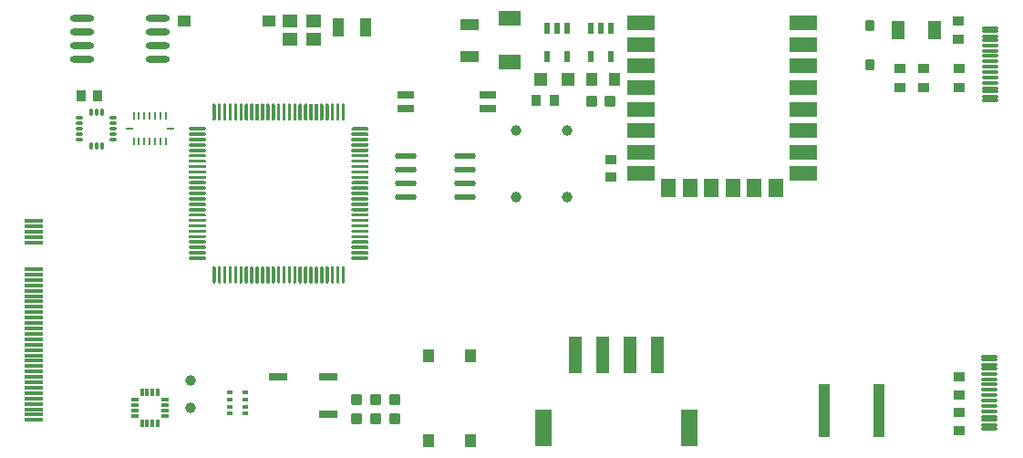
<source format=gtp>
G04*
G04 #@! TF.GenerationSoftware,Altium Limited,Altium Designer,20.0.13 (296)*
G04*
G04 Layer_Color=8421504*
%FSLAX25Y25*%
%MOIN*%
G70*
G01*
G75*
%ADD23C,0.03937*%
G04:AMPARAMS|DCode=24|XSize=40mil|YSize=40mil|CornerRadius=2mil|HoleSize=0mil|Usage=FLASHONLY|Rotation=270.000|XOffset=0mil|YOffset=0mil|HoleType=Round|Shape=RoundedRectangle|*
%AMROUNDEDRECTD24*
21,1,0.04000,0.03600,0,0,270.0*
21,1,0.03600,0.04000,0,0,270.0*
1,1,0.00400,-0.01800,-0.01800*
1,1,0.00400,-0.01800,0.01800*
1,1,0.00400,0.01800,0.01800*
1,1,0.00400,0.01800,-0.01800*
%
%ADD24ROUNDEDRECTD24*%
G04:AMPARAMS|DCode=25|XSize=40.5mil|YSize=40mil|CornerRadius=2mil|HoleSize=0mil|Usage=FLASHONLY|Rotation=270.000|XOffset=0mil|YOffset=0mil|HoleType=Round|Shape=RoundedRectangle|*
%AMROUNDEDRECTD25*
21,1,0.04050,0.03600,0,0,270.0*
21,1,0.03650,0.04000,0,0,270.0*
1,1,0.00400,-0.01800,-0.01825*
1,1,0.00400,-0.01800,0.01825*
1,1,0.00400,0.01800,0.01825*
1,1,0.00400,0.01800,-0.01825*
%
%ADD25ROUNDEDRECTD25*%
%ADD26R,0.03937X0.19685*%
%ADD27R,0.05000X0.06500*%
%ADD28R,0.09843X0.05512*%
%ADD29R,0.05512X0.06693*%
%ADD30R,0.04000X0.05000*%
%ADD31R,0.03858X0.03661*%
G04:AMPARAMS|DCode=32|XSize=40mil|YSize=40mil|CornerRadius=2mil|HoleSize=0mil|Usage=FLASHONLY|Rotation=0.000|XOffset=0mil|YOffset=0mil|HoleType=Round|Shape=RoundedRectangle|*
%AMROUNDEDRECTD32*
21,1,0.04000,0.03600,0,0,0.0*
21,1,0.03600,0.04000,0,0,0.0*
1,1,0.00400,0.01800,-0.01800*
1,1,0.00400,-0.01800,-0.01800*
1,1,0.00400,-0.01800,0.01800*
1,1,0.00400,0.01800,0.01800*
%
%ADD32ROUNDEDRECTD32*%
G04:AMPARAMS|DCode=33|XSize=40.5mil|YSize=40mil|CornerRadius=2mil|HoleSize=0mil|Usage=FLASHONLY|Rotation=0.000|XOffset=0mil|YOffset=0mil|HoleType=Round|Shape=RoundedRectangle|*
%AMROUNDEDRECTD33*
21,1,0.04050,0.03600,0,0,0.0*
21,1,0.03650,0.04000,0,0,0.0*
1,1,0.00400,0.01825,-0.01800*
1,1,0.00400,-0.01825,-0.01800*
1,1,0.00400,-0.01825,0.01800*
1,1,0.00400,0.01825,0.01800*
%
%ADD33ROUNDEDRECTD33*%
%ADD34R,0.03543X0.03937*%
%ADD35R,0.05000X0.05000*%
%ADD36R,0.08346X0.05512*%
%ADD37R,0.06000X0.03000*%
%ADD38R,0.04134X0.06693*%
%ADD39R,0.05512X0.04724*%
%ADD40R,0.03661X0.03858*%
%ADD41O,0.03150X0.01102*%
%ADD42O,0.01102X0.03150*%
%ADD43R,0.03150X0.00984*%
%ADD44R,0.00984X0.03150*%
%ADD45R,0.06693X0.01339*%
%ADD46R,0.02362X0.04331*%
%ADD47R,0.03937X0.03543*%
G04:AMPARAMS|DCode=48|XSize=31.5mil|YSize=39.37mil|CornerRadius=3.94mil|HoleSize=0mil|Usage=FLASHONLY|Rotation=0.000|XOffset=0mil|YOffset=0mil|HoleType=Round|Shape=RoundedRectangle|*
%AMROUNDEDRECTD48*
21,1,0.03150,0.03150,0,0,0.0*
21,1,0.02362,0.03937,0,0,0.0*
1,1,0.00787,0.01181,-0.01575*
1,1,0.00787,-0.01181,-0.01575*
1,1,0.00787,-0.01181,0.01575*
1,1,0.00787,0.01181,0.01575*
%
%ADD48ROUNDEDRECTD48*%
G04:AMPARAMS|DCode=49|XSize=59.06mil|YSize=11.81mil|CornerRadius=2.95mil|HoleSize=0mil|Usage=FLASHONLY|Rotation=180.000|XOffset=0mil|YOffset=0mil|HoleType=Round|Shape=RoundedRectangle|*
%AMROUNDEDRECTD49*
21,1,0.05906,0.00591,0,0,180.0*
21,1,0.05315,0.01181,0,0,180.0*
1,1,0.00591,-0.02657,0.00295*
1,1,0.00591,0.02657,0.00295*
1,1,0.00591,0.02657,-0.00295*
1,1,0.00591,-0.02657,-0.00295*
%
%ADD49ROUNDEDRECTD49*%
%ADD50R,0.04724X0.13780*%
%ADD51R,0.05906X0.13386*%
%ADD52R,0.07087X0.04449*%
%ADD53R,0.02362X0.01575*%
%ADD54O,0.08858X0.02480*%
%ADD55R,0.06693X0.02756*%
%ADD56R,0.05000X0.04000*%
%ADD57R,0.01181X0.02559*%
%ADD58R,0.02559X0.01181*%
%ADD59O,0.08014X0.02260*%
G36*
X117824Y118329D02*
X117855Y118325D01*
X117886Y118321D01*
X117917Y118314D01*
X117947Y118306D01*
X117977Y118296D01*
X118006Y118284D01*
X118035Y118271D01*
X118063Y118257D01*
X118090Y118241D01*
X118116Y118223D01*
X118141Y118205D01*
X118165Y118185D01*
X118188Y118163D01*
X118210Y118141D01*
X118231Y118117D01*
X118251Y118092D01*
X118269Y118067D01*
X118285Y118040D01*
X118300Y118012D01*
X118314Y117984D01*
X118326Y117955D01*
X118337Y117926D01*
X118346Y117895D01*
X118354Y117865D01*
X118359Y117834D01*
X118364Y117803D01*
X118366Y117771D01*
X118367Y117740D01*
Y112622D01*
X118366Y112591D01*
X118364Y112559D01*
X118359Y112528D01*
X118354Y112497D01*
X118346Y112467D01*
X118337Y112436D01*
X118326Y112407D01*
X118314Y112378D01*
X118300Y112350D01*
X118285Y112322D01*
X118269Y112295D01*
X118251Y112270D01*
X118231Y112245D01*
X118210Y112221D01*
X118188Y112199D01*
X118165Y112177D01*
X118141Y112157D01*
X118116Y112139D01*
X118090Y112121D01*
X118063Y112105D01*
X118035Y112091D01*
X118006Y112078D01*
X117977Y112066D01*
X117947Y112056D01*
X117917Y112048D01*
X117886Y112041D01*
X117855Y112037D01*
X117824Y112033D01*
X117792Y112031D01*
X117761D01*
X117729Y112033D01*
X117698Y112037D01*
X117667Y112041D01*
X117636Y112048D01*
X117606Y112056D01*
X117576Y112066D01*
X117547Y112078D01*
X117518Y112091D01*
X117490Y112105D01*
X117463Y112121D01*
X117437Y112139D01*
X117412Y112157D01*
X117387Y112177D01*
X117364Y112199D01*
X117342Y112221D01*
X117322Y112245D01*
X117302Y112270D01*
X117284Y112295D01*
X117268Y112322D01*
X117252Y112350D01*
X117239Y112378D01*
X117226Y112407D01*
X117216Y112436D01*
X117207Y112467D01*
X117199Y112497D01*
X117193Y112528D01*
X117189Y112559D01*
X117187Y112591D01*
X117186Y112622D01*
Y117740D01*
X117187Y117771D01*
X117189Y117803D01*
X117193Y117834D01*
X117199Y117865D01*
X117207Y117895D01*
X117216Y117926D01*
X117226Y117955D01*
X117239Y117984D01*
X117252Y118012D01*
X117268Y118040D01*
X117284Y118067D01*
X117302Y118092D01*
X117322Y118117D01*
X117342Y118141D01*
X117364Y118163D01*
X117387Y118185D01*
X117412Y118205D01*
X117437Y118223D01*
X117463Y118241D01*
X117490Y118257D01*
X117518Y118271D01*
X117547Y118284D01*
X117576Y118296D01*
X117606Y118306D01*
X117636Y118314D01*
X117667Y118321D01*
X117698Y118325D01*
X117729Y118329D01*
X117761Y118331D01*
X117792D01*
X117824Y118329D01*
D02*
G37*
G36*
X115856D02*
X115887Y118325D01*
X115918Y118321D01*
X115949Y118314D01*
X115979Y118306D01*
X116009Y118296D01*
X116038Y118284D01*
X116067Y118271D01*
X116095Y118257D01*
X116122Y118241D01*
X116148Y118223D01*
X116173Y118205D01*
X116197Y118185D01*
X116220Y118163D01*
X116242Y118141D01*
X116263Y118117D01*
X116282Y118092D01*
X116301Y118067D01*
X116317Y118040D01*
X116332Y118012D01*
X116346Y117984D01*
X116358Y117955D01*
X116369Y117926D01*
X116378Y117895D01*
X116386Y117865D01*
X116392Y117834D01*
X116396Y117803D01*
X116398Y117771D01*
X116399Y117740D01*
Y112622D01*
X116398Y112591D01*
X116396Y112559D01*
X116392Y112528D01*
X116386Y112497D01*
X116378Y112467D01*
X116369Y112436D01*
X116358Y112407D01*
X116346Y112378D01*
X116332Y112350D01*
X116317Y112322D01*
X116301Y112295D01*
X116282Y112270D01*
X116263Y112245D01*
X116242Y112221D01*
X116220Y112199D01*
X116197Y112177D01*
X116173Y112157D01*
X116148Y112139D01*
X116122Y112121D01*
X116095Y112105D01*
X116067Y112091D01*
X116038Y112078D01*
X116009Y112066D01*
X115979Y112056D01*
X115949Y112048D01*
X115918Y112041D01*
X115887Y112037D01*
X115856Y112033D01*
X115824Y112031D01*
X115793D01*
X115761Y112033D01*
X115730Y112037D01*
X115699Y112041D01*
X115668Y112048D01*
X115638Y112056D01*
X115608Y112066D01*
X115579Y112078D01*
X115550Y112091D01*
X115522Y112105D01*
X115495Y112121D01*
X115469Y112139D01*
X115444Y112157D01*
X115419Y112177D01*
X115396Y112199D01*
X115374Y112221D01*
X115354Y112245D01*
X115334Y112270D01*
X115316Y112295D01*
X115300Y112322D01*
X115284Y112350D01*
X115271Y112378D01*
X115258Y112407D01*
X115248Y112436D01*
X115239Y112467D01*
X115231Y112497D01*
X115225Y112528D01*
X115221Y112559D01*
X115219Y112591D01*
X115218Y112622D01*
Y117740D01*
X115219Y117771D01*
X115221Y117803D01*
X115225Y117834D01*
X115231Y117865D01*
X115239Y117895D01*
X115248Y117926D01*
X115258Y117955D01*
X115271Y117984D01*
X115284Y118012D01*
X115300Y118040D01*
X115316Y118067D01*
X115334Y118092D01*
X115354Y118117D01*
X115374Y118141D01*
X115396Y118163D01*
X115419Y118185D01*
X115444Y118205D01*
X115469Y118223D01*
X115495Y118241D01*
X115522Y118257D01*
X115550Y118271D01*
X115579Y118284D01*
X115608Y118296D01*
X115638Y118306D01*
X115668Y118314D01*
X115699Y118321D01*
X115730Y118325D01*
X115761Y118329D01*
X115793Y118331D01*
X115824D01*
X115856Y118329D01*
D02*
G37*
G36*
X113886D02*
X113918Y118325D01*
X113949Y118321D01*
X113980Y118314D01*
X114010Y118306D01*
X114040Y118296D01*
X114069Y118284D01*
X114098Y118271D01*
X114126Y118257D01*
X114153Y118241D01*
X114179Y118223D01*
X114204Y118205D01*
X114228Y118185D01*
X114251Y118163D01*
X114273Y118141D01*
X114294Y118117D01*
X114313Y118092D01*
X114332Y118067D01*
X114348Y118040D01*
X114364Y118012D01*
X114377Y117984D01*
X114389Y117955D01*
X114400Y117926D01*
X114409Y117895D01*
X114417Y117865D01*
X114423Y117834D01*
X114427Y117803D01*
X114429Y117771D01*
X114430Y117740D01*
Y112622D01*
X114429Y112591D01*
X114427Y112559D01*
X114423Y112528D01*
X114417Y112497D01*
X114409Y112467D01*
X114400Y112436D01*
X114389Y112407D01*
X114377Y112378D01*
X114364Y112350D01*
X114348Y112322D01*
X114332Y112295D01*
X114313Y112270D01*
X114294Y112245D01*
X114273Y112221D01*
X114251Y112199D01*
X114228Y112177D01*
X114204Y112157D01*
X114179Y112139D01*
X114153Y112121D01*
X114126Y112105D01*
X114098Y112091D01*
X114069Y112078D01*
X114040Y112066D01*
X114010Y112056D01*
X113980Y112048D01*
X113949Y112041D01*
X113918Y112037D01*
X113886Y112033D01*
X113855Y112031D01*
X113824D01*
X113792Y112033D01*
X113761Y112037D01*
X113730Y112041D01*
X113699Y112048D01*
X113669Y112056D01*
X113639Y112066D01*
X113610Y112078D01*
X113581Y112091D01*
X113553Y112105D01*
X113526Y112121D01*
X113500Y112139D01*
X113475Y112157D01*
X113451Y112177D01*
X113427Y112199D01*
X113405Y112221D01*
X113385Y112245D01*
X113365Y112270D01*
X113347Y112295D01*
X113331Y112322D01*
X113315Y112350D01*
X113302Y112378D01*
X113289Y112407D01*
X113279Y112436D01*
X113270Y112467D01*
X113262Y112497D01*
X113256Y112528D01*
X113252Y112559D01*
X113250Y112591D01*
X113249Y112622D01*
Y117740D01*
X113250Y117771D01*
X113252Y117803D01*
X113256Y117834D01*
X113262Y117865D01*
X113270Y117895D01*
X113279Y117926D01*
X113289Y117955D01*
X113302Y117984D01*
X113315Y118012D01*
X113331Y118040D01*
X113347Y118067D01*
X113365Y118092D01*
X113385Y118117D01*
X113405Y118141D01*
X113427Y118163D01*
X113451Y118185D01*
X113475Y118205D01*
X113500Y118223D01*
X113526Y118241D01*
X113553Y118257D01*
X113581Y118271D01*
X113610Y118284D01*
X113639Y118296D01*
X113669Y118306D01*
X113699Y118314D01*
X113730Y118321D01*
X113761Y118325D01*
X113792Y118329D01*
X113824Y118331D01*
X113855D01*
X113886Y118329D01*
D02*
G37*
G36*
X111918D02*
X111950Y118325D01*
X111981Y118321D01*
X112012Y118314D01*
X112042Y118306D01*
X112072Y118296D01*
X112101Y118284D01*
X112130Y118271D01*
X112158Y118257D01*
X112185Y118241D01*
X112211Y118223D01*
X112236Y118205D01*
X112260Y118185D01*
X112283Y118163D01*
X112305Y118141D01*
X112326Y118117D01*
X112346Y118092D01*
X112364Y118067D01*
X112380Y118040D01*
X112396Y118012D01*
X112409Y117984D01*
X112421Y117955D01*
X112432Y117926D01*
X112441Y117895D01*
X112449Y117865D01*
X112454Y117834D01*
X112459Y117803D01*
X112461Y117771D01*
X112462Y117740D01*
Y112622D01*
X112461Y112591D01*
X112459Y112559D01*
X112454Y112528D01*
X112449Y112497D01*
X112441Y112467D01*
X112432Y112436D01*
X112421Y112407D01*
X112409Y112378D01*
X112396Y112350D01*
X112380Y112322D01*
X112364Y112295D01*
X112346Y112270D01*
X112326Y112245D01*
X112305Y112221D01*
X112283Y112199D01*
X112260Y112177D01*
X112236Y112157D01*
X112211Y112139D01*
X112185Y112121D01*
X112158Y112105D01*
X112130Y112091D01*
X112101Y112078D01*
X112072Y112066D01*
X112042Y112056D01*
X112012Y112048D01*
X111981Y112041D01*
X111950Y112037D01*
X111918Y112033D01*
X111887Y112031D01*
X111856D01*
X111824Y112033D01*
X111793Y112037D01*
X111762Y112041D01*
X111731Y112048D01*
X111701Y112056D01*
X111671Y112066D01*
X111642Y112078D01*
X111613Y112091D01*
X111585Y112105D01*
X111558Y112121D01*
X111532Y112139D01*
X111507Y112157D01*
X111483Y112177D01*
X111459Y112199D01*
X111437Y112221D01*
X111417Y112245D01*
X111397Y112270D01*
X111379Y112295D01*
X111363Y112322D01*
X111347Y112350D01*
X111334Y112378D01*
X111321Y112407D01*
X111311Y112436D01*
X111302Y112467D01*
X111294Y112497D01*
X111288Y112528D01*
X111284Y112559D01*
X111282Y112591D01*
X111281Y112622D01*
Y117740D01*
X111282Y117771D01*
X111284Y117803D01*
X111288Y117834D01*
X111294Y117865D01*
X111302Y117895D01*
X111311Y117926D01*
X111321Y117955D01*
X111334Y117984D01*
X111347Y118012D01*
X111363Y118040D01*
X111379Y118067D01*
X111397Y118092D01*
X111417Y118117D01*
X111437Y118141D01*
X111459Y118163D01*
X111483Y118185D01*
X111507Y118205D01*
X111532Y118223D01*
X111558Y118241D01*
X111585Y118257D01*
X111613Y118271D01*
X111642Y118284D01*
X111671Y118296D01*
X111701Y118306D01*
X111731Y118314D01*
X111762Y118321D01*
X111793Y118325D01*
X111824Y118329D01*
X111856Y118331D01*
X111887D01*
X111918Y118329D01*
D02*
G37*
G36*
X109950D02*
X109981Y118325D01*
X110012Y118321D01*
X110043Y118314D01*
X110073Y118306D01*
X110103Y118296D01*
X110132Y118284D01*
X110161Y118271D01*
X110189Y118257D01*
X110216Y118241D01*
X110242Y118223D01*
X110267Y118205D01*
X110291Y118185D01*
X110314Y118163D01*
X110336Y118141D01*
X110357Y118117D01*
X110377Y118092D01*
X110395Y118067D01*
X110411Y118040D01*
X110426Y118012D01*
X110440Y117984D01*
X110452Y117955D01*
X110463Y117926D01*
X110472Y117895D01*
X110480Y117865D01*
X110485Y117834D01*
X110490Y117803D01*
X110492Y117771D01*
X110493Y117740D01*
Y112622D01*
X110492Y112591D01*
X110490Y112559D01*
X110485Y112528D01*
X110480Y112497D01*
X110472Y112467D01*
X110463Y112436D01*
X110452Y112407D01*
X110440Y112378D01*
X110426Y112350D01*
X110411Y112322D01*
X110395Y112295D01*
X110377Y112270D01*
X110357Y112245D01*
X110336Y112221D01*
X110314Y112199D01*
X110291Y112177D01*
X110267Y112157D01*
X110242Y112139D01*
X110216Y112121D01*
X110189Y112105D01*
X110161Y112091D01*
X110132Y112078D01*
X110103Y112066D01*
X110073Y112056D01*
X110043Y112048D01*
X110012Y112041D01*
X109981Y112037D01*
X109950Y112033D01*
X109918Y112031D01*
X109887D01*
X109855Y112033D01*
X109824Y112037D01*
X109793Y112041D01*
X109762Y112048D01*
X109732Y112056D01*
X109702Y112066D01*
X109673Y112078D01*
X109644Y112091D01*
X109616Y112105D01*
X109589Y112121D01*
X109563Y112139D01*
X109538Y112157D01*
X109513Y112177D01*
X109490Y112199D01*
X109468Y112221D01*
X109448Y112245D01*
X109428Y112270D01*
X109410Y112295D01*
X109394Y112322D01*
X109378Y112350D01*
X109365Y112378D01*
X109352Y112407D01*
X109342Y112436D01*
X109333Y112467D01*
X109325Y112497D01*
X109319Y112528D01*
X109315Y112559D01*
X109313Y112591D01*
X109312Y112622D01*
Y117740D01*
X109313Y117771D01*
X109315Y117803D01*
X109319Y117834D01*
X109325Y117865D01*
X109333Y117895D01*
X109342Y117926D01*
X109352Y117955D01*
X109365Y117984D01*
X109378Y118012D01*
X109394Y118040D01*
X109410Y118067D01*
X109428Y118092D01*
X109448Y118117D01*
X109468Y118141D01*
X109490Y118163D01*
X109513Y118185D01*
X109538Y118205D01*
X109563Y118223D01*
X109589Y118241D01*
X109616Y118257D01*
X109644Y118271D01*
X109673Y118284D01*
X109702Y118296D01*
X109732Y118306D01*
X109762Y118314D01*
X109793Y118321D01*
X109824Y118325D01*
X109855Y118329D01*
X109887Y118331D01*
X109918D01*
X109950Y118329D01*
D02*
G37*
G36*
X107982D02*
X108013Y118325D01*
X108044Y118321D01*
X108075Y118314D01*
X108105Y118306D01*
X108135Y118296D01*
X108164Y118284D01*
X108193Y118271D01*
X108221Y118257D01*
X108248Y118241D01*
X108274Y118223D01*
X108299Y118205D01*
X108323Y118185D01*
X108346Y118163D01*
X108368Y118141D01*
X108389Y118117D01*
X108408Y118092D01*
X108427Y118067D01*
X108443Y118040D01*
X108458Y118012D01*
X108472Y117984D01*
X108484Y117955D01*
X108495Y117926D01*
X108504Y117895D01*
X108512Y117865D01*
X108518Y117834D01*
X108522Y117803D01*
X108524Y117771D01*
X108525Y117740D01*
Y112622D01*
X108524Y112591D01*
X108522Y112559D01*
X108518Y112528D01*
X108512Y112497D01*
X108504Y112467D01*
X108495Y112436D01*
X108484Y112407D01*
X108472Y112378D01*
X108458Y112350D01*
X108443Y112322D01*
X108427Y112295D01*
X108408Y112270D01*
X108389Y112245D01*
X108368Y112221D01*
X108346Y112199D01*
X108323Y112177D01*
X108299Y112157D01*
X108274Y112139D01*
X108248Y112121D01*
X108221Y112105D01*
X108193Y112091D01*
X108164Y112078D01*
X108135Y112066D01*
X108105Y112056D01*
X108075Y112048D01*
X108044Y112041D01*
X108013Y112037D01*
X107982Y112033D01*
X107950Y112031D01*
X107919D01*
X107887Y112033D01*
X107856Y112037D01*
X107825Y112041D01*
X107794Y112048D01*
X107764Y112056D01*
X107734Y112066D01*
X107705Y112078D01*
X107676Y112091D01*
X107648Y112105D01*
X107621Y112121D01*
X107595Y112139D01*
X107570Y112157D01*
X107545Y112177D01*
X107522Y112199D01*
X107500Y112221D01*
X107480Y112245D01*
X107460Y112270D01*
X107442Y112295D01*
X107426Y112322D01*
X107410Y112350D01*
X107397Y112378D01*
X107384Y112407D01*
X107374Y112436D01*
X107365Y112467D01*
X107357Y112497D01*
X107351Y112528D01*
X107347Y112559D01*
X107345Y112591D01*
X107344Y112622D01*
Y117740D01*
X107345Y117771D01*
X107347Y117803D01*
X107351Y117834D01*
X107357Y117865D01*
X107365Y117895D01*
X107374Y117926D01*
X107384Y117955D01*
X107397Y117984D01*
X107410Y118012D01*
X107426Y118040D01*
X107442Y118067D01*
X107460Y118092D01*
X107480Y118117D01*
X107500Y118141D01*
X107522Y118163D01*
X107545Y118185D01*
X107570Y118205D01*
X107595Y118223D01*
X107621Y118241D01*
X107648Y118257D01*
X107676Y118271D01*
X107705Y118284D01*
X107734Y118296D01*
X107764Y118306D01*
X107794Y118314D01*
X107825Y118321D01*
X107856Y118325D01*
X107887Y118329D01*
X107919Y118331D01*
X107950D01*
X107982Y118329D01*
D02*
G37*
G36*
X106012D02*
X106044Y118325D01*
X106075Y118321D01*
X106106Y118314D01*
X106136Y118306D01*
X106166Y118296D01*
X106195Y118284D01*
X106224Y118271D01*
X106252Y118257D01*
X106279Y118241D01*
X106305Y118223D01*
X106330Y118205D01*
X106354Y118185D01*
X106377Y118163D01*
X106399Y118141D01*
X106420Y118117D01*
X106439Y118092D01*
X106458Y118067D01*
X106474Y118040D01*
X106490Y118012D01*
X106503Y117984D01*
X106515Y117955D01*
X106526Y117926D01*
X106535Y117895D01*
X106543Y117865D01*
X106549Y117834D01*
X106553Y117803D01*
X106555Y117771D01*
X106556Y117740D01*
Y112622D01*
X106555Y112591D01*
X106553Y112559D01*
X106549Y112528D01*
X106543Y112497D01*
X106535Y112467D01*
X106526Y112436D01*
X106515Y112407D01*
X106503Y112378D01*
X106490Y112350D01*
X106474Y112322D01*
X106458Y112295D01*
X106439Y112270D01*
X106420Y112245D01*
X106399Y112221D01*
X106377Y112199D01*
X106354Y112177D01*
X106330Y112157D01*
X106305Y112139D01*
X106279Y112121D01*
X106252Y112105D01*
X106224Y112091D01*
X106195Y112078D01*
X106166Y112066D01*
X106136Y112056D01*
X106106Y112048D01*
X106075Y112041D01*
X106044Y112037D01*
X106012Y112033D01*
X105981Y112031D01*
X105950D01*
X105918Y112033D01*
X105887Y112037D01*
X105856Y112041D01*
X105825Y112048D01*
X105795Y112056D01*
X105765Y112066D01*
X105736Y112078D01*
X105707Y112091D01*
X105679Y112105D01*
X105652Y112121D01*
X105626Y112139D01*
X105601Y112157D01*
X105577Y112177D01*
X105553Y112199D01*
X105531Y112221D01*
X105511Y112245D01*
X105491Y112270D01*
X105473Y112295D01*
X105457Y112322D01*
X105441Y112350D01*
X105428Y112378D01*
X105415Y112407D01*
X105405Y112436D01*
X105396Y112467D01*
X105388Y112497D01*
X105382Y112528D01*
X105378Y112559D01*
X105376Y112591D01*
X105375Y112622D01*
Y117740D01*
X105376Y117771D01*
X105378Y117803D01*
X105382Y117834D01*
X105388Y117865D01*
X105396Y117895D01*
X105405Y117926D01*
X105415Y117955D01*
X105428Y117984D01*
X105441Y118012D01*
X105457Y118040D01*
X105473Y118067D01*
X105491Y118092D01*
X105511Y118117D01*
X105531Y118141D01*
X105553Y118163D01*
X105577Y118185D01*
X105601Y118205D01*
X105626Y118223D01*
X105652Y118241D01*
X105679Y118257D01*
X105707Y118271D01*
X105736Y118284D01*
X105765Y118296D01*
X105795Y118306D01*
X105825Y118314D01*
X105856Y118321D01*
X105887Y118325D01*
X105918Y118329D01*
X105950Y118331D01*
X105981D01*
X106012Y118329D01*
D02*
G37*
G36*
X104044D02*
X104076Y118325D01*
X104107Y118321D01*
X104138Y118314D01*
X104168Y118306D01*
X104198Y118296D01*
X104227Y118284D01*
X104256Y118271D01*
X104284Y118257D01*
X104311Y118241D01*
X104337Y118223D01*
X104362Y118205D01*
X104386Y118185D01*
X104409Y118163D01*
X104431Y118141D01*
X104452Y118117D01*
X104472Y118092D01*
X104490Y118067D01*
X104506Y118040D01*
X104522Y118012D01*
X104535Y117984D01*
X104547Y117955D01*
X104558Y117926D01*
X104567Y117895D01*
X104575Y117865D01*
X104580Y117834D01*
X104585Y117803D01*
X104587Y117771D01*
X104588Y117740D01*
Y112622D01*
X104587Y112591D01*
X104585Y112559D01*
X104580Y112528D01*
X104575Y112497D01*
X104567Y112467D01*
X104558Y112436D01*
X104547Y112407D01*
X104535Y112378D01*
X104522Y112350D01*
X104506Y112322D01*
X104490Y112295D01*
X104472Y112270D01*
X104452Y112245D01*
X104431Y112221D01*
X104409Y112199D01*
X104386Y112177D01*
X104362Y112157D01*
X104337Y112139D01*
X104311Y112121D01*
X104284Y112105D01*
X104256Y112091D01*
X104227Y112078D01*
X104198Y112066D01*
X104168Y112056D01*
X104138Y112048D01*
X104107Y112041D01*
X104076Y112037D01*
X104044Y112033D01*
X104013Y112031D01*
X103982D01*
X103950Y112033D01*
X103919Y112037D01*
X103888Y112041D01*
X103857Y112048D01*
X103827Y112056D01*
X103797Y112066D01*
X103768Y112078D01*
X103739Y112091D01*
X103711Y112105D01*
X103684Y112121D01*
X103658Y112139D01*
X103633Y112157D01*
X103609Y112177D01*
X103585Y112199D01*
X103563Y112221D01*
X103543Y112245D01*
X103523Y112270D01*
X103505Y112295D01*
X103489Y112322D01*
X103473Y112350D01*
X103460Y112378D01*
X103447Y112407D01*
X103437Y112436D01*
X103428Y112467D01*
X103420Y112497D01*
X103414Y112528D01*
X103410Y112559D01*
X103408Y112591D01*
X103407Y112622D01*
Y117740D01*
X103408Y117771D01*
X103410Y117803D01*
X103414Y117834D01*
X103420Y117865D01*
X103428Y117895D01*
X103437Y117926D01*
X103447Y117955D01*
X103460Y117984D01*
X103473Y118012D01*
X103489Y118040D01*
X103505Y118067D01*
X103523Y118092D01*
X103543Y118117D01*
X103563Y118141D01*
X103585Y118163D01*
X103609Y118185D01*
X103633Y118205D01*
X103658Y118223D01*
X103684Y118241D01*
X103711Y118257D01*
X103739Y118271D01*
X103768Y118284D01*
X103797Y118296D01*
X103827Y118306D01*
X103857Y118314D01*
X103888Y118321D01*
X103919Y118325D01*
X103950Y118329D01*
X103982Y118331D01*
X104013D01*
X104044Y118329D01*
D02*
G37*
G36*
X102076D02*
X102107Y118325D01*
X102138Y118321D01*
X102169Y118314D01*
X102199Y118306D01*
X102229Y118296D01*
X102258Y118284D01*
X102287Y118271D01*
X102315Y118257D01*
X102342Y118241D01*
X102368Y118223D01*
X102393Y118205D01*
X102417Y118185D01*
X102440Y118163D01*
X102462Y118141D01*
X102483Y118117D01*
X102503Y118092D01*
X102521Y118067D01*
X102537Y118040D01*
X102552Y118012D01*
X102566Y117984D01*
X102578Y117955D01*
X102589Y117926D01*
X102598Y117895D01*
X102606Y117865D01*
X102611Y117834D01*
X102616Y117803D01*
X102618Y117771D01*
X102619Y117740D01*
Y112622D01*
X102618Y112591D01*
X102616Y112559D01*
X102611Y112528D01*
X102606Y112497D01*
X102598Y112467D01*
X102589Y112436D01*
X102578Y112407D01*
X102566Y112378D01*
X102552Y112350D01*
X102537Y112322D01*
X102521Y112295D01*
X102503Y112270D01*
X102483Y112245D01*
X102462Y112221D01*
X102440Y112199D01*
X102417Y112177D01*
X102393Y112157D01*
X102368Y112139D01*
X102342Y112121D01*
X102315Y112105D01*
X102287Y112091D01*
X102258Y112078D01*
X102229Y112066D01*
X102199Y112056D01*
X102169Y112048D01*
X102138Y112041D01*
X102107Y112037D01*
X102076Y112033D01*
X102044Y112031D01*
X102013D01*
X101981Y112033D01*
X101950Y112037D01*
X101919Y112041D01*
X101888Y112048D01*
X101858Y112056D01*
X101828Y112066D01*
X101799Y112078D01*
X101770Y112091D01*
X101742Y112105D01*
X101715Y112121D01*
X101689Y112139D01*
X101664Y112157D01*
X101639Y112177D01*
X101616Y112199D01*
X101594Y112221D01*
X101574Y112245D01*
X101554Y112270D01*
X101536Y112295D01*
X101520Y112322D01*
X101504Y112350D01*
X101491Y112378D01*
X101478Y112407D01*
X101468Y112436D01*
X101459Y112467D01*
X101451Y112497D01*
X101445Y112528D01*
X101441Y112559D01*
X101439Y112591D01*
X101438Y112622D01*
Y117740D01*
X101439Y117771D01*
X101441Y117803D01*
X101445Y117834D01*
X101451Y117865D01*
X101459Y117895D01*
X101468Y117926D01*
X101478Y117955D01*
X101491Y117984D01*
X101504Y118012D01*
X101520Y118040D01*
X101536Y118067D01*
X101554Y118092D01*
X101574Y118117D01*
X101594Y118141D01*
X101616Y118163D01*
X101639Y118185D01*
X101664Y118205D01*
X101689Y118223D01*
X101715Y118241D01*
X101742Y118257D01*
X101770Y118271D01*
X101799Y118284D01*
X101828Y118296D01*
X101858Y118306D01*
X101888Y118314D01*
X101919Y118321D01*
X101950Y118325D01*
X101981Y118329D01*
X102013Y118331D01*
X102044D01*
X102076Y118329D01*
D02*
G37*
G36*
X100108D02*
X100139Y118325D01*
X100170Y118321D01*
X100201Y118314D01*
X100231Y118306D01*
X100261Y118296D01*
X100290Y118284D01*
X100319Y118271D01*
X100347Y118257D01*
X100374Y118241D01*
X100400Y118223D01*
X100425Y118205D01*
X100449Y118185D01*
X100472Y118163D01*
X100494Y118141D01*
X100515Y118117D01*
X100534Y118092D01*
X100553Y118067D01*
X100569Y118040D01*
X100584Y118012D01*
X100598Y117984D01*
X100610Y117955D01*
X100621Y117926D01*
X100630Y117895D01*
X100638Y117865D01*
X100644Y117834D01*
X100648Y117803D01*
X100650Y117771D01*
X100651Y117740D01*
Y112622D01*
X100650Y112591D01*
X100648Y112559D01*
X100644Y112528D01*
X100638Y112497D01*
X100630Y112467D01*
X100621Y112436D01*
X100610Y112407D01*
X100598Y112378D01*
X100584Y112350D01*
X100569Y112322D01*
X100553Y112295D01*
X100534Y112270D01*
X100515Y112245D01*
X100494Y112221D01*
X100472Y112199D01*
X100449Y112177D01*
X100425Y112157D01*
X100400Y112139D01*
X100374Y112121D01*
X100347Y112105D01*
X100319Y112091D01*
X100290Y112078D01*
X100261Y112066D01*
X100231Y112056D01*
X100201Y112048D01*
X100170Y112041D01*
X100139Y112037D01*
X100108Y112033D01*
X100076Y112031D01*
X100045D01*
X100013Y112033D01*
X99982Y112037D01*
X99951Y112041D01*
X99920Y112048D01*
X99890Y112056D01*
X99860Y112066D01*
X99831Y112078D01*
X99802Y112091D01*
X99774Y112105D01*
X99747Y112121D01*
X99721Y112139D01*
X99696Y112157D01*
X99672Y112177D01*
X99648Y112199D01*
X99626Y112221D01*
X99606Y112245D01*
X99586Y112270D01*
X99568Y112295D01*
X99552Y112322D01*
X99536Y112350D01*
X99523Y112378D01*
X99510Y112407D01*
X99500Y112436D01*
X99491Y112467D01*
X99483Y112497D01*
X99477Y112528D01*
X99473Y112559D01*
X99471Y112591D01*
X99470Y112622D01*
Y117740D01*
X99471Y117771D01*
X99473Y117803D01*
X99477Y117834D01*
X99483Y117865D01*
X99491Y117895D01*
X99500Y117926D01*
X99510Y117955D01*
X99523Y117984D01*
X99536Y118012D01*
X99552Y118040D01*
X99568Y118067D01*
X99586Y118092D01*
X99606Y118117D01*
X99626Y118141D01*
X99648Y118163D01*
X99672Y118185D01*
X99696Y118205D01*
X99721Y118223D01*
X99747Y118241D01*
X99774Y118257D01*
X99802Y118271D01*
X99831Y118284D01*
X99860Y118296D01*
X99890Y118306D01*
X99920Y118314D01*
X99951Y118321D01*
X99982Y118325D01*
X100013Y118329D01*
X100045Y118331D01*
X100076D01*
X100108Y118329D01*
D02*
G37*
G36*
X98138D02*
X98170Y118325D01*
X98201Y118321D01*
X98232Y118314D01*
X98262Y118306D01*
X98292Y118296D01*
X98321Y118284D01*
X98350Y118271D01*
X98378Y118257D01*
X98405Y118241D01*
X98431Y118223D01*
X98456Y118205D01*
X98480Y118185D01*
X98503Y118163D01*
X98525Y118141D01*
X98546Y118117D01*
X98566Y118092D01*
X98584Y118067D01*
X98600Y118040D01*
X98615Y118012D01*
X98629Y117984D01*
X98641Y117955D01*
X98652Y117926D01*
X98661Y117895D01*
X98669Y117865D01*
X98674Y117834D01*
X98679Y117803D01*
X98681Y117771D01*
X98682Y117740D01*
Y112622D01*
X98681Y112591D01*
X98679Y112559D01*
X98674Y112528D01*
X98669Y112497D01*
X98661Y112467D01*
X98652Y112436D01*
X98641Y112407D01*
X98629Y112378D01*
X98615Y112350D01*
X98600Y112322D01*
X98584Y112295D01*
X98566Y112270D01*
X98546Y112245D01*
X98525Y112221D01*
X98503Y112199D01*
X98480Y112177D01*
X98456Y112157D01*
X98431Y112139D01*
X98405Y112121D01*
X98378Y112105D01*
X98350Y112091D01*
X98321Y112078D01*
X98292Y112066D01*
X98262Y112056D01*
X98232Y112048D01*
X98201Y112041D01*
X98170Y112037D01*
X98138Y112033D01*
X98107Y112031D01*
X98076D01*
X98044Y112033D01*
X98013Y112037D01*
X97982Y112041D01*
X97951Y112048D01*
X97921Y112056D01*
X97891Y112066D01*
X97862Y112078D01*
X97833Y112091D01*
X97805Y112105D01*
X97778Y112121D01*
X97752Y112139D01*
X97727Y112157D01*
X97702Y112177D01*
X97679Y112199D01*
X97657Y112221D01*
X97637Y112245D01*
X97617Y112270D01*
X97599Y112295D01*
X97583Y112322D01*
X97567Y112350D01*
X97554Y112378D01*
X97541Y112407D01*
X97531Y112436D01*
X97522Y112467D01*
X97514Y112497D01*
X97508Y112528D01*
X97504Y112559D01*
X97502Y112591D01*
X97501Y112622D01*
Y117740D01*
X97502Y117771D01*
X97504Y117803D01*
X97508Y117834D01*
X97514Y117865D01*
X97522Y117895D01*
X97531Y117926D01*
X97541Y117955D01*
X97554Y117984D01*
X97567Y118012D01*
X97583Y118040D01*
X97599Y118067D01*
X97617Y118092D01*
X97637Y118117D01*
X97657Y118141D01*
X97679Y118163D01*
X97702Y118185D01*
X97727Y118205D01*
X97752Y118223D01*
X97778Y118241D01*
X97805Y118257D01*
X97833Y118271D01*
X97862Y118284D01*
X97891Y118296D01*
X97921Y118306D01*
X97951Y118314D01*
X97982Y118321D01*
X98013Y118325D01*
X98044Y118329D01*
X98076Y118331D01*
X98107D01*
X98138Y118329D01*
D02*
G37*
G36*
X96170D02*
X96201Y118325D01*
X96232Y118321D01*
X96263Y118314D01*
X96293Y118306D01*
X96323Y118296D01*
X96352Y118284D01*
X96381Y118271D01*
X96409Y118257D01*
X96436Y118241D01*
X96462Y118223D01*
X96487Y118205D01*
X96511Y118185D01*
X96534Y118163D01*
X96556Y118141D01*
X96577Y118117D01*
X96596Y118092D01*
X96615Y118067D01*
X96631Y118040D01*
X96646Y118012D01*
X96660Y117984D01*
X96672Y117955D01*
X96683Y117926D01*
X96692Y117895D01*
X96700Y117865D01*
X96706Y117834D01*
X96710Y117803D01*
X96712Y117771D01*
X96713Y117740D01*
Y112622D01*
X96712Y112591D01*
X96710Y112559D01*
X96706Y112528D01*
X96700Y112497D01*
X96692Y112467D01*
X96683Y112436D01*
X96672Y112407D01*
X96660Y112378D01*
X96646Y112350D01*
X96631Y112322D01*
X96615Y112295D01*
X96596Y112270D01*
X96577Y112245D01*
X96556Y112221D01*
X96534Y112199D01*
X96511Y112177D01*
X96487Y112157D01*
X96462Y112139D01*
X96436Y112121D01*
X96409Y112105D01*
X96381Y112091D01*
X96352Y112078D01*
X96323Y112066D01*
X96293Y112056D01*
X96263Y112048D01*
X96232Y112041D01*
X96201Y112037D01*
X96170Y112033D01*
X96138Y112031D01*
X96107D01*
X96075Y112033D01*
X96044Y112037D01*
X96013Y112041D01*
X95982Y112048D01*
X95952Y112056D01*
X95922Y112066D01*
X95893Y112078D01*
X95864Y112091D01*
X95836Y112105D01*
X95809Y112121D01*
X95783Y112139D01*
X95758Y112157D01*
X95733Y112177D01*
X95710Y112199D01*
X95688Y112221D01*
X95668Y112245D01*
X95648Y112270D01*
X95630Y112295D01*
X95614Y112322D01*
X95598Y112350D01*
X95585Y112378D01*
X95572Y112407D01*
X95562Y112436D01*
X95553Y112467D01*
X95545Y112497D01*
X95539Y112528D01*
X95535Y112559D01*
X95533Y112591D01*
X95532Y112622D01*
Y117740D01*
X95533Y117771D01*
X95535Y117803D01*
X95539Y117834D01*
X95545Y117865D01*
X95553Y117895D01*
X95562Y117926D01*
X95572Y117955D01*
X95585Y117984D01*
X95598Y118012D01*
X95614Y118040D01*
X95630Y118067D01*
X95648Y118092D01*
X95668Y118117D01*
X95688Y118141D01*
X95710Y118163D01*
X95733Y118185D01*
X95758Y118205D01*
X95783Y118223D01*
X95809Y118241D01*
X95836Y118257D01*
X95864Y118271D01*
X95893Y118284D01*
X95922Y118296D01*
X95952Y118306D01*
X95982Y118314D01*
X96013Y118321D01*
X96044Y118325D01*
X96075Y118329D01*
X96107Y118331D01*
X96138D01*
X96170Y118329D01*
D02*
G37*
G36*
X94201D02*
X94233Y118325D01*
X94264Y118321D01*
X94295Y118314D01*
X94325Y118306D01*
X94355Y118296D01*
X94384Y118284D01*
X94413Y118271D01*
X94441Y118257D01*
X94468Y118241D01*
X94494Y118223D01*
X94519Y118205D01*
X94543Y118185D01*
X94566Y118163D01*
X94588Y118141D01*
X94609Y118117D01*
X94629Y118092D01*
X94647Y118067D01*
X94663Y118040D01*
X94678Y118012D01*
X94692Y117984D01*
X94704Y117955D01*
X94715Y117926D01*
X94724Y117895D01*
X94732Y117865D01*
X94737Y117834D01*
X94742Y117803D01*
X94744Y117771D01*
X94745Y117740D01*
Y112622D01*
X94744Y112591D01*
X94742Y112559D01*
X94737Y112528D01*
X94732Y112497D01*
X94724Y112467D01*
X94715Y112436D01*
X94704Y112407D01*
X94692Y112378D01*
X94678Y112350D01*
X94663Y112322D01*
X94647Y112295D01*
X94629Y112270D01*
X94609Y112245D01*
X94588Y112221D01*
X94566Y112199D01*
X94543Y112177D01*
X94519Y112157D01*
X94494Y112139D01*
X94468Y112121D01*
X94441Y112105D01*
X94413Y112091D01*
X94384Y112078D01*
X94355Y112066D01*
X94325Y112056D01*
X94295Y112048D01*
X94264Y112041D01*
X94233Y112037D01*
X94201Y112033D01*
X94170Y112031D01*
X94139D01*
X94107Y112033D01*
X94076Y112037D01*
X94045Y112041D01*
X94014Y112048D01*
X93984Y112056D01*
X93954Y112066D01*
X93925Y112078D01*
X93896Y112091D01*
X93868Y112105D01*
X93841Y112121D01*
X93815Y112139D01*
X93790Y112157D01*
X93765Y112177D01*
X93742Y112199D01*
X93720Y112221D01*
X93700Y112245D01*
X93680Y112270D01*
X93662Y112295D01*
X93646Y112322D01*
X93630Y112350D01*
X93617Y112378D01*
X93604Y112407D01*
X93594Y112436D01*
X93585Y112467D01*
X93577Y112497D01*
X93571Y112528D01*
X93567Y112559D01*
X93565Y112591D01*
X93564Y112622D01*
Y117740D01*
X93565Y117771D01*
X93567Y117803D01*
X93571Y117834D01*
X93577Y117865D01*
X93585Y117895D01*
X93594Y117926D01*
X93604Y117955D01*
X93617Y117984D01*
X93630Y118012D01*
X93646Y118040D01*
X93662Y118067D01*
X93680Y118092D01*
X93700Y118117D01*
X93720Y118141D01*
X93742Y118163D01*
X93765Y118185D01*
X93790Y118205D01*
X93815Y118223D01*
X93841Y118241D01*
X93868Y118257D01*
X93896Y118271D01*
X93925Y118284D01*
X93954Y118296D01*
X93984Y118306D01*
X94014Y118314D01*
X94045Y118321D01*
X94076Y118325D01*
X94107Y118329D01*
X94139Y118331D01*
X94170D01*
X94201Y118329D01*
D02*
G37*
G36*
X92233D02*
X92264Y118325D01*
X92295Y118321D01*
X92326Y118314D01*
X92356Y118306D01*
X92386Y118296D01*
X92415Y118284D01*
X92444Y118271D01*
X92472Y118257D01*
X92499Y118241D01*
X92525Y118223D01*
X92550Y118205D01*
X92574Y118185D01*
X92597Y118163D01*
X92619Y118141D01*
X92640Y118117D01*
X92659Y118092D01*
X92678Y118067D01*
X92694Y118040D01*
X92709Y118012D01*
X92723Y117984D01*
X92735Y117955D01*
X92746Y117926D01*
X92755Y117895D01*
X92763Y117865D01*
X92769Y117834D01*
X92773Y117803D01*
X92775Y117771D01*
X92776Y117740D01*
Y112622D01*
X92775Y112591D01*
X92773Y112559D01*
X92769Y112528D01*
X92763Y112497D01*
X92755Y112467D01*
X92746Y112436D01*
X92735Y112407D01*
X92723Y112378D01*
X92709Y112350D01*
X92694Y112322D01*
X92678Y112295D01*
X92659Y112270D01*
X92640Y112245D01*
X92619Y112221D01*
X92597Y112199D01*
X92574Y112177D01*
X92550Y112157D01*
X92525Y112139D01*
X92499Y112121D01*
X92472Y112105D01*
X92444Y112091D01*
X92415Y112078D01*
X92386Y112066D01*
X92356Y112056D01*
X92326Y112048D01*
X92295Y112041D01*
X92264Y112037D01*
X92233Y112033D01*
X92201Y112031D01*
X92170D01*
X92138Y112033D01*
X92107Y112037D01*
X92076Y112041D01*
X92045Y112048D01*
X92015Y112056D01*
X91985Y112066D01*
X91956Y112078D01*
X91927Y112091D01*
X91899Y112105D01*
X91872Y112121D01*
X91846Y112139D01*
X91821Y112157D01*
X91796Y112177D01*
X91773Y112199D01*
X91751Y112221D01*
X91731Y112245D01*
X91711Y112270D01*
X91693Y112295D01*
X91677Y112322D01*
X91661Y112350D01*
X91648Y112378D01*
X91635Y112407D01*
X91625Y112436D01*
X91616Y112467D01*
X91608Y112497D01*
X91602Y112528D01*
X91598Y112559D01*
X91596Y112591D01*
X91595Y112622D01*
Y117740D01*
X91596Y117771D01*
X91598Y117803D01*
X91602Y117834D01*
X91608Y117865D01*
X91616Y117895D01*
X91625Y117926D01*
X91635Y117955D01*
X91648Y117984D01*
X91661Y118012D01*
X91677Y118040D01*
X91693Y118067D01*
X91711Y118092D01*
X91731Y118117D01*
X91751Y118141D01*
X91773Y118163D01*
X91796Y118185D01*
X91821Y118205D01*
X91846Y118223D01*
X91872Y118241D01*
X91899Y118257D01*
X91927Y118271D01*
X91956Y118284D01*
X91985Y118296D01*
X92015Y118306D01*
X92045Y118314D01*
X92076Y118321D01*
X92107Y118325D01*
X92138Y118329D01*
X92170Y118331D01*
X92201D01*
X92233Y118329D01*
D02*
G37*
G36*
X90264D02*
X90296Y118325D01*
X90327Y118321D01*
X90358Y118314D01*
X90388Y118306D01*
X90418Y118296D01*
X90447Y118284D01*
X90476Y118271D01*
X90504Y118257D01*
X90531Y118241D01*
X90557Y118223D01*
X90582Y118205D01*
X90606Y118185D01*
X90629Y118163D01*
X90651Y118141D01*
X90672Y118117D01*
X90692Y118092D01*
X90710Y118067D01*
X90726Y118040D01*
X90741Y118012D01*
X90755Y117984D01*
X90767Y117955D01*
X90778Y117926D01*
X90787Y117895D01*
X90795Y117865D01*
X90800Y117834D01*
X90805Y117803D01*
X90807Y117771D01*
X90808Y117740D01*
Y112622D01*
X90807Y112591D01*
X90805Y112559D01*
X90800Y112528D01*
X90795Y112497D01*
X90787Y112467D01*
X90778Y112436D01*
X90767Y112407D01*
X90755Y112378D01*
X90741Y112350D01*
X90726Y112322D01*
X90710Y112295D01*
X90692Y112270D01*
X90672Y112245D01*
X90651Y112221D01*
X90629Y112199D01*
X90606Y112177D01*
X90582Y112157D01*
X90557Y112139D01*
X90531Y112121D01*
X90504Y112105D01*
X90476Y112091D01*
X90447Y112078D01*
X90418Y112066D01*
X90388Y112056D01*
X90358Y112048D01*
X90327Y112041D01*
X90296Y112037D01*
X90264Y112033D01*
X90233Y112031D01*
X90202D01*
X90170Y112033D01*
X90139Y112037D01*
X90108Y112041D01*
X90077Y112048D01*
X90047Y112056D01*
X90017Y112066D01*
X89988Y112078D01*
X89959Y112091D01*
X89931Y112105D01*
X89904Y112121D01*
X89878Y112139D01*
X89853Y112157D01*
X89828Y112177D01*
X89805Y112199D01*
X89783Y112221D01*
X89763Y112245D01*
X89743Y112270D01*
X89725Y112295D01*
X89709Y112322D01*
X89693Y112350D01*
X89680Y112378D01*
X89667Y112407D01*
X89657Y112436D01*
X89648Y112467D01*
X89640Y112497D01*
X89634Y112528D01*
X89630Y112559D01*
X89628Y112591D01*
X89627Y112622D01*
Y117740D01*
X89628Y117771D01*
X89630Y117803D01*
X89634Y117834D01*
X89640Y117865D01*
X89648Y117895D01*
X89657Y117926D01*
X89667Y117955D01*
X89680Y117984D01*
X89693Y118012D01*
X89709Y118040D01*
X89725Y118067D01*
X89743Y118092D01*
X89763Y118117D01*
X89783Y118141D01*
X89805Y118163D01*
X89828Y118185D01*
X89853Y118205D01*
X89878Y118223D01*
X89904Y118241D01*
X89931Y118257D01*
X89959Y118271D01*
X89988Y118284D01*
X90017Y118296D01*
X90047Y118306D01*
X90077Y118314D01*
X90108Y118321D01*
X90139Y118325D01*
X90170Y118329D01*
X90202Y118331D01*
X90233D01*
X90264Y118329D01*
D02*
G37*
G36*
X88296D02*
X88327Y118325D01*
X88358Y118321D01*
X88389Y118314D01*
X88419Y118306D01*
X88449Y118296D01*
X88478Y118284D01*
X88507Y118271D01*
X88535Y118257D01*
X88562Y118241D01*
X88588Y118223D01*
X88613Y118205D01*
X88637Y118185D01*
X88660Y118163D01*
X88682Y118141D01*
X88703Y118117D01*
X88722Y118092D01*
X88741Y118067D01*
X88757Y118040D01*
X88772Y118012D01*
X88786Y117984D01*
X88798Y117955D01*
X88809Y117926D01*
X88818Y117895D01*
X88826Y117865D01*
X88832Y117834D01*
X88836Y117803D01*
X88838Y117771D01*
X88839Y117740D01*
Y112622D01*
X88838Y112591D01*
X88836Y112559D01*
X88832Y112528D01*
X88826Y112497D01*
X88818Y112467D01*
X88809Y112436D01*
X88798Y112407D01*
X88786Y112378D01*
X88772Y112350D01*
X88757Y112322D01*
X88741Y112295D01*
X88722Y112270D01*
X88703Y112245D01*
X88682Y112221D01*
X88660Y112199D01*
X88637Y112177D01*
X88613Y112157D01*
X88588Y112139D01*
X88562Y112121D01*
X88535Y112105D01*
X88507Y112091D01*
X88478Y112078D01*
X88449Y112066D01*
X88419Y112056D01*
X88389Y112048D01*
X88358Y112041D01*
X88327Y112037D01*
X88296Y112033D01*
X88264Y112031D01*
X88233D01*
X88201Y112033D01*
X88170Y112037D01*
X88139Y112041D01*
X88108Y112048D01*
X88078Y112056D01*
X88048Y112066D01*
X88019Y112078D01*
X87990Y112091D01*
X87962Y112105D01*
X87935Y112121D01*
X87909Y112139D01*
X87884Y112157D01*
X87859Y112177D01*
X87836Y112199D01*
X87814Y112221D01*
X87794Y112245D01*
X87774Y112270D01*
X87756Y112295D01*
X87740Y112322D01*
X87724Y112350D01*
X87711Y112378D01*
X87698Y112407D01*
X87688Y112436D01*
X87679Y112467D01*
X87671Y112497D01*
X87665Y112528D01*
X87661Y112559D01*
X87659Y112591D01*
X87658Y112622D01*
Y117740D01*
X87659Y117771D01*
X87661Y117803D01*
X87665Y117834D01*
X87671Y117865D01*
X87679Y117895D01*
X87688Y117926D01*
X87698Y117955D01*
X87711Y117984D01*
X87724Y118012D01*
X87740Y118040D01*
X87756Y118067D01*
X87774Y118092D01*
X87794Y118117D01*
X87814Y118141D01*
X87836Y118163D01*
X87859Y118185D01*
X87884Y118205D01*
X87909Y118223D01*
X87935Y118241D01*
X87962Y118257D01*
X87990Y118271D01*
X88019Y118284D01*
X88048Y118296D01*
X88078Y118306D01*
X88108Y118314D01*
X88139Y118321D01*
X88170Y118325D01*
X88201Y118329D01*
X88233Y118331D01*
X88264D01*
X88296Y118329D01*
D02*
G37*
G36*
X86327D02*
X86359Y118325D01*
X86390Y118321D01*
X86421Y118314D01*
X86451Y118306D01*
X86481Y118296D01*
X86510Y118284D01*
X86539Y118271D01*
X86567Y118257D01*
X86594Y118241D01*
X86620Y118223D01*
X86645Y118205D01*
X86669Y118185D01*
X86692Y118163D01*
X86714Y118141D01*
X86735Y118117D01*
X86755Y118092D01*
X86773Y118067D01*
X86789Y118040D01*
X86804Y118012D01*
X86818Y117984D01*
X86830Y117955D01*
X86841Y117926D01*
X86850Y117895D01*
X86858Y117865D01*
X86863Y117834D01*
X86868Y117803D01*
X86870Y117771D01*
X86871Y117740D01*
Y112622D01*
X86870Y112591D01*
X86868Y112559D01*
X86863Y112528D01*
X86858Y112497D01*
X86850Y112467D01*
X86841Y112436D01*
X86830Y112407D01*
X86818Y112378D01*
X86804Y112350D01*
X86789Y112322D01*
X86773Y112295D01*
X86755Y112270D01*
X86735Y112245D01*
X86714Y112221D01*
X86692Y112199D01*
X86669Y112177D01*
X86645Y112157D01*
X86620Y112139D01*
X86594Y112121D01*
X86567Y112105D01*
X86539Y112091D01*
X86510Y112078D01*
X86481Y112066D01*
X86451Y112056D01*
X86421Y112048D01*
X86390Y112041D01*
X86359Y112037D01*
X86327Y112033D01*
X86296Y112031D01*
X86265D01*
X86233Y112033D01*
X86202Y112037D01*
X86171Y112041D01*
X86140Y112048D01*
X86110Y112056D01*
X86080Y112066D01*
X86051Y112078D01*
X86022Y112091D01*
X85994Y112105D01*
X85967Y112121D01*
X85941Y112139D01*
X85916Y112157D01*
X85891Y112177D01*
X85868Y112199D01*
X85846Y112221D01*
X85826Y112245D01*
X85806Y112270D01*
X85788Y112295D01*
X85772Y112322D01*
X85756Y112350D01*
X85743Y112378D01*
X85730Y112407D01*
X85720Y112436D01*
X85711Y112467D01*
X85703Y112497D01*
X85697Y112528D01*
X85693Y112559D01*
X85691Y112591D01*
X85690Y112622D01*
Y117740D01*
X85691Y117771D01*
X85693Y117803D01*
X85697Y117834D01*
X85703Y117865D01*
X85711Y117895D01*
X85720Y117926D01*
X85730Y117955D01*
X85743Y117984D01*
X85756Y118012D01*
X85772Y118040D01*
X85788Y118067D01*
X85806Y118092D01*
X85826Y118117D01*
X85846Y118141D01*
X85868Y118163D01*
X85891Y118185D01*
X85916Y118205D01*
X85941Y118223D01*
X85967Y118241D01*
X85994Y118257D01*
X86022Y118271D01*
X86051Y118284D01*
X86080Y118296D01*
X86110Y118306D01*
X86140Y118314D01*
X86171Y118321D01*
X86202Y118325D01*
X86233Y118329D01*
X86265Y118331D01*
X86296D01*
X86327Y118329D01*
D02*
G37*
G36*
X84359D02*
X84390Y118325D01*
X84421Y118321D01*
X84452Y118314D01*
X84482Y118306D01*
X84512Y118296D01*
X84541Y118284D01*
X84570Y118271D01*
X84598Y118257D01*
X84625Y118241D01*
X84651Y118223D01*
X84676Y118205D01*
X84700Y118185D01*
X84723Y118163D01*
X84745Y118141D01*
X84766Y118117D01*
X84785Y118092D01*
X84804Y118067D01*
X84820Y118040D01*
X84835Y118012D01*
X84849Y117984D01*
X84861Y117955D01*
X84872Y117926D01*
X84881Y117895D01*
X84889Y117865D01*
X84895Y117834D01*
X84899Y117803D01*
X84901Y117771D01*
X84902Y117740D01*
Y112622D01*
X84901Y112591D01*
X84899Y112559D01*
X84895Y112528D01*
X84889Y112497D01*
X84881Y112467D01*
X84872Y112436D01*
X84861Y112407D01*
X84849Y112378D01*
X84835Y112350D01*
X84820Y112322D01*
X84804Y112295D01*
X84785Y112270D01*
X84766Y112245D01*
X84745Y112221D01*
X84723Y112199D01*
X84700Y112177D01*
X84676Y112157D01*
X84651Y112139D01*
X84625Y112121D01*
X84598Y112105D01*
X84570Y112091D01*
X84541Y112078D01*
X84512Y112066D01*
X84482Y112056D01*
X84452Y112048D01*
X84421Y112041D01*
X84390Y112037D01*
X84359Y112033D01*
X84327Y112031D01*
X84296D01*
X84264Y112033D01*
X84233Y112037D01*
X84202Y112041D01*
X84171Y112048D01*
X84141Y112056D01*
X84111Y112066D01*
X84082Y112078D01*
X84053Y112091D01*
X84025Y112105D01*
X83998Y112121D01*
X83972Y112139D01*
X83947Y112157D01*
X83922Y112177D01*
X83899Y112199D01*
X83877Y112221D01*
X83857Y112245D01*
X83837Y112270D01*
X83819Y112295D01*
X83803Y112322D01*
X83787Y112350D01*
X83774Y112378D01*
X83761Y112407D01*
X83751Y112436D01*
X83742Y112467D01*
X83734Y112497D01*
X83728Y112528D01*
X83724Y112559D01*
X83722Y112591D01*
X83721Y112622D01*
Y117740D01*
X83722Y117771D01*
X83724Y117803D01*
X83728Y117834D01*
X83734Y117865D01*
X83742Y117895D01*
X83751Y117926D01*
X83761Y117955D01*
X83774Y117984D01*
X83787Y118012D01*
X83803Y118040D01*
X83819Y118067D01*
X83837Y118092D01*
X83857Y118117D01*
X83877Y118141D01*
X83899Y118163D01*
X83922Y118185D01*
X83947Y118205D01*
X83972Y118223D01*
X83998Y118241D01*
X84025Y118257D01*
X84053Y118271D01*
X84082Y118284D01*
X84111Y118296D01*
X84141Y118306D01*
X84171Y118314D01*
X84202Y118321D01*
X84233Y118325D01*
X84264Y118329D01*
X84296Y118331D01*
X84327D01*
X84359Y118329D01*
D02*
G37*
G36*
X82390D02*
X82422Y118325D01*
X82453Y118321D01*
X82484Y118314D01*
X82514Y118306D01*
X82544Y118296D01*
X82573Y118284D01*
X82602Y118271D01*
X82630Y118257D01*
X82657Y118241D01*
X82683Y118223D01*
X82708Y118205D01*
X82732Y118185D01*
X82755Y118163D01*
X82777Y118141D01*
X82798Y118117D01*
X82818Y118092D01*
X82836Y118067D01*
X82852Y118040D01*
X82867Y118012D01*
X82881Y117984D01*
X82893Y117955D01*
X82904Y117926D01*
X82913Y117895D01*
X82921Y117865D01*
X82926Y117834D01*
X82931Y117803D01*
X82933Y117771D01*
X82934Y117740D01*
Y112622D01*
X82933Y112591D01*
X82931Y112559D01*
X82926Y112528D01*
X82921Y112497D01*
X82913Y112467D01*
X82904Y112436D01*
X82893Y112407D01*
X82881Y112378D01*
X82867Y112350D01*
X82852Y112322D01*
X82836Y112295D01*
X82818Y112270D01*
X82798Y112245D01*
X82777Y112221D01*
X82755Y112199D01*
X82732Y112177D01*
X82708Y112157D01*
X82683Y112139D01*
X82657Y112121D01*
X82630Y112105D01*
X82602Y112091D01*
X82573Y112078D01*
X82544Y112066D01*
X82514Y112056D01*
X82484Y112048D01*
X82453Y112041D01*
X82422Y112037D01*
X82390Y112033D01*
X82359Y112031D01*
X82328D01*
X82296Y112033D01*
X82265Y112037D01*
X82234Y112041D01*
X82203Y112048D01*
X82173Y112056D01*
X82143Y112066D01*
X82114Y112078D01*
X82085Y112091D01*
X82057Y112105D01*
X82030Y112121D01*
X82004Y112139D01*
X81979Y112157D01*
X81954Y112177D01*
X81931Y112199D01*
X81909Y112221D01*
X81889Y112245D01*
X81869Y112270D01*
X81851Y112295D01*
X81835Y112322D01*
X81819Y112350D01*
X81806Y112378D01*
X81793Y112407D01*
X81783Y112436D01*
X81774Y112467D01*
X81766Y112497D01*
X81760Y112528D01*
X81756Y112559D01*
X81754Y112591D01*
X81753Y112622D01*
Y117740D01*
X81754Y117771D01*
X81756Y117803D01*
X81760Y117834D01*
X81766Y117865D01*
X81774Y117895D01*
X81783Y117926D01*
X81793Y117955D01*
X81806Y117984D01*
X81819Y118012D01*
X81835Y118040D01*
X81851Y118067D01*
X81869Y118092D01*
X81889Y118117D01*
X81909Y118141D01*
X81931Y118163D01*
X81954Y118185D01*
X81979Y118205D01*
X82004Y118223D01*
X82030Y118241D01*
X82057Y118257D01*
X82085Y118271D01*
X82114Y118284D01*
X82143Y118296D01*
X82173Y118306D01*
X82203Y118314D01*
X82234Y118321D01*
X82265Y118325D01*
X82296Y118329D01*
X82328Y118331D01*
X82359D01*
X82390Y118329D01*
D02*
G37*
G36*
X80422D02*
X80453Y118325D01*
X80484Y118321D01*
X80515Y118314D01*
X80545Y118306D01*
X80575Y118296D01*
X80604Y118284D01*
X80633Y118271D01*
X80661Y118257D01*
X80688Y118241D01*
X80714Y118223D01*
X80739Y118205D01*
X80763Y118185D01*
X80786Y118163D01*
X80808Y118141D01*
X80829Y118117D01*
X80848Y118092D01*
X80867Y118067D01*
X80883Y118040D01*
X80898Y118012D01*
X80912Y117984D01*
X80924Y117955D01*
X80935Y117926D01*
X80944Y117895D01*
X80952Y117865D01*
X80958Y117834D01*
X80962Y117803D01*
X80964Y117771D01*
X80965Y117740D01*
Y112622D01*
X80964Y112591D01*
X80962Y112559D01*
X80958Y112528D01*
X80952Y112497D01*
X80944Y112467D01*
X80935Y112436D01*
X80924Y112407D01*
X80912Y112378D01*
X80898Y112350D01*
X80883Y112322D01*
X80867Y112295D01*
X80848Y112270D01*
X80829Y112245D01*
X80808Y112221D01*
X80786Y112199D01*
X80763Y112177D01*
X80739Y112157D01*
X80714Y112139D01*
X80688Y112121D01*
X80661Y112105D01*
X80633Y112091D01*
X80604Y112078D01*
X80575Y112066D01*
X80545Y112056D01*
X80515Y112048D01*
X80484Y112041D01*
X80453Y112037D01*
X80422Y112033D01*
X80390Y112031D01*
X80359D01*
X80327Y112033D01*
X80296Y112037D01*
X80265Y112041D01*
X80234Y112048D01*
X80204Y112056D01*
X80174Y112066D01*
X80145Y112078D01*
X80116Y112091D01*
X80088Y112105D01*
X80061Y112121D01*
X80035Y112139D01*
X80010Y112157D01*
X79985Y112177D01*
X79962Y112199D01*
X79940Y112221D01*
X79920Y112245D01*
X79900Y112270D01*
X79882Y112295D01*
X79866Y112322D01*
X79850Y112350D01*
X79837Y112378D01*
X79824Y112407D01*
X79814Y112436D01*
X79805Y112467D01*
X79797Y112497D01*
X79791Y112528D01*
X79787Y112559D01*
X79785Y112591D01*
X79784Y112622D01*
Y117740D01*
X79785Y117771D01*
X79787Y117803D01*
X79791Y117834D01*
X79797Y117865D01*
X79805Y117895D01*
X79814Y117926D01*
X79824Y117955D01*
X79837Y117984D01*
X79850Y118012D01*
X79866Y118040D01*
X79882Y118067D01*
X79900Y118092D01*
X79920Y118117D01*
X79940Y118141D01*
X79962Y118163D01*
X79985Y118185D01*
X80010Y118205D01*
X80035Y118223D01*
X80061Y118241D01*
X80088Y118257D01*
X80116Y118271D01*
X80145Y118284D01*
X80174Y118296D01*
X80204Y118306D01*
X80234Y118314D01*
X80265Y118321D01*
X80296Y118325D01*
X80327Y118329D01*
X80359Y118331D01*
X80390D01*
X80422Y118329D01*
D02*
G37*
G36*
X78453D02*
X78485Y118325D01*
X78516Y118321D01*
X78547Y118314D01*
X78577Y118306D01*
X78607Y118296D01*
X78636Y118284D01*
X78665Y118271D01*
X78693Y118257D01*
X78720Y118241D01*
X78746Y118223D01*
X78771Y118205D01*
X78795Y118185D01*
X78818Y118163D01*
X78840Y118141D01*
X78861Y118117D01*
X78881Y118092D01*
X78899Y118067D01*
X78915Y118040D01*
X78930Y118012D01*
X78944Y117984D01*
X78956Y117955D01*
X78967Y117926D01*
X78976Y117895D01*
X78984Y117865D01*
X78989Y117834D01*
X78994Y117803D01*
X78996Y117771D01*
X78997Y117740D01*
Y112622D01*
X78996Y112591D01*
X78994Y112559D01*
X78989Y112528D01*
X78984Y112497D01*
X78976Y112467D01*
X78967Y112436D01*
X78956Y112407D01*
X78944Y112378D01*
X78930Y112350D01*
X78915Y112322D01*
X78899Y112295D01*
X78881Y112270D01*
X78861Y112245D01*
X78840Y112221D01*
X78818Y112199D01*
X78795Y112177D01*
X78771Y112157D01*
X78746Y112139D01*
X78720Y112121D01*
X78693Y112105D01*
X78665Y112091D01*
X78636Y112078D01*
X78607Y112066D01*
X78577Y112056D01*
X78547Y112048D01*
X78516Y112041D01*
X78485Y112037D01*
X78453Y112033D01*
X78422Y112031D01*
X78391D01*
X78359Y112033D01*
X78328Y112037D01*
X78297Y112041D01*
X78266Y112048D01*
X78236Y112056D01*
X78206Y112066D01*
X78177Y112078D01*
X78148Y112091D01*
X78120Y112105D01*
X78093Y112121D01*
X78067Y112139D01*
X78042Y112157D01*
X78017Y112177D01*
X77994Y112199D01*
X77972Y112221D01*
X77952Y112245D01*
X77932Y112270D01*
X77914Y112295D01*
X77898Y112322D01*
X77882Y112350D01*
X77869Y112378D01*
X77856Y112407D01*
X77846Y112436D01*
X77837Y112467D01*
X77829Y112497D01*
X77823Y112528D01*
X77819Y112559D01*
X77817Y112591D01*
X77816Y112622D01*
Y117740D01*
X77817Y117771D01*
X77819Y117803D01*
X77823Y117834D01*
X77829Y117865D01*
X77837Y117895D01*
X77846Y117926D01*
X77856Y117955D01*
X77869Y117984D01*
X77882Y118012D01*
X77898Y118040D01*
X77914Y118067D01*
X77932Y118092D01*
X77952Y118117D01*
X77972Y118141D01*
X77994Y118163D01*
X78017Y118185D01*
X78042Y118205D01*
X78067Y118223D01*
X78093Y118241D01*
X78120Y118257D01*
X78148Y118271D01*
X78177Y118284D01*
X78206Y118296D01*
X78236Y118306D01*
X78266Y118314D01*
X78297Y118321D01*
X78328Y118325D01*
X78359Y118329D01*
X78391Y118331D01*
X78422D01*
X78453Y118329D01*
D02*
G37*
G36*
X76485D02*
X76516Y118325D01*
X76547Y118321D01*
X76578Y118314D01*
X76608Y118306D01*
X76638Y118296D01*
X76667Y118284D01*
X76696Y118271D01*
X76724Y118257D01*
X76751Y118241D01*
X76777Y118223D01*
X76802Y118205D01*
X76826Y118185D01*
X76849Y118163D01*
X76871Y118141D01*
X76892Y118117D01*
X76911Y118092D01*
X76930Y118067D01*
X76946Y118040D01*
X76961Y118012D01*
X76975Y117984D01*
X76987Y117955D01*
X76998Y117926D01*
X77007Y117895D01*
X77015Y117865D01*
X77021Y117834D01*
X77025Y117803D01*
X77027Y117771D01*
X77028Y117740D01*
Y112622D01*
X77027Y112591D01*
X77025Y112559D01*
X77021Y112528D01*
X77015Y112497D01*
X77007Y112467D01*
X76998Y112436D01*
X76987Y112407D01*
X76975Y112378D01*
X76961Y112350D01*
X76946Y112322D01*
X76930Y112295D01*
X76911Y112270D01*
X76892Y112245D01*
X76871Y112221D01*
X76849Y112199D01*
X76826Y112177D01*
X76802Y112157D01*
X76777Y112139D01*
X76751Y112121D01*
X76724Y112105D01*
X76696Y112091D01*
X76667Y112078D01*
X76638Y112066D01*
X76608Y112056D01*
X76578Y112048D01*
X76547Y112041D01*
X76516Y112037D01*
X76485Y112033D01*
X76453Y112031D01*
X76422D01*
X76390Y112033D01*
X76359Y112037D01*
X76328Y112041D01*
X76297Y112048D01*
X76267Y112056D01*
X76237Y112066D01*
X76208Y112078D01*
X76179Y112091D01*
X76151Y112105D01*
X76124Y112121D01*
X76098Y112139D01*
X76073Y112157D01*
X76048Y112177D01*
X76025Y112199D01*
X76003Y112221D01*
X75983Y112245D01*
X75963Y112270D01*
X75945Y112295D01*
X75929Y112322D01*
X75913Y112350D01*
X75900Y112378D01*
X75887Y112407D01*
X75877Y112436D01*
X75868Y112467D01*
X75860Y112497D01*
X75854Y112528D01*
X75850Y112559D01*
X75848Y112591D01*
X75847Y112622D01*
Y117740D01*
X75848Y117771D01*
X75850Y117803D01*
X75854Y117834D01*
X75860Y117865D01*
X75868Y117895D01*
X75877Y117926D01*
X75887Y117955D01*
X75900Y117984D01*
X75913Y118012D01*
X75929Y118040D01*
X75945Y118067D01*
X75963Y118092D01*
X75983Y118117D01*
X76003Y118141D01*
X76025Y118163D01*
X76048Y118185D01*
X76073Y118205D01*
X76098Y118223D01*
X76124Y118241D01*
X76151Y118257D01*
X76179Y118271D01*
X76208Y118284D01*
X76237Y118296D01*
X76267Y118306D01*
X76297Y118314D01*
X76328Y118321D01*
X76359Y118325D01*
X76390Y118329D01*
X76422Y118331D01*
X76453D01*
X76485Y118329D01*
D02*
G37*
G36*
X74516D02*
X74548Y118325D01*
X74579Y118321D01*
X74610Y118314D01*
X74640Y118306D01*
X74670Y118296D01*
X74699Y118284D01*
X74728Y118271D01*
X74756Y118257D01*
X74783Y118241D01*
X74809Y118223D01*
X74834Y118205D01*
X74858Y118185D01*
X74881Y118163D01*
X74903Y118141D01*
X74924Y118117D01*
X74944Y118092D01*
X74962Y118067D01*
X74978Y118040D01*
X74993Y118012D01*
X75007Y117984D01*
X75019Y117955D01*
X75030Y117926D01*
X75039Y117895D01*
X75047Y117865D01*
X75052Y117834D01*
X75057Y117803D01*
X75059Y117771D01*
X75060Y117740D01*
Y112622D01*
X75059Y112591D01*
X75057Y112559D01*
X75052Y112528D01*
X75047Y112497D01*
X75039Y112467D01*
X75030Y112436D01*
X75019Y112407D01*
X75007Y112378D01*
X74993Y112350D01*
X74978Y112322D01*
X74962Y112295D01*
X74944Y112270D01*
X74924Y112245D01*
X74903Y112221D01*
X74881Y112199D01*
X74858Y112177D01*
X74834Y112157D01*
X74809Y112139D01*
X74783Y112121D01*
X74756Y112105D01*
X74728Y112091D01*
X74699Y112078D01*
X74670Y112066D01*
X74640Y112056D01*
X74610Y112048D01*
X74579Y112041D01*
X74548Y112037D01*
X74516Y112033D01*
X74485Y112031D01*
X74454D01*
X74422Y112033D01*
X74391Y112037D01*
X74360Y112041D01*
X74329Y112048D01*
X74299Y112056D01*
X74269Y112066D01*
X74240Y112078D01*
X74211Y112091D01*
X74183Y112105D01*
X74156Y112121D01*
X74130Y112139D01*
X74105Y112157D01*
X74080Y112177D01*
X74057Y112199D01*
X74035Y112221D01*
X74015Y112245D01*
X73995Y112270D01*
X73977Y112295D01*
X73961Y112322D01*
X73945Y112350D01*
X73932Y112378D01*
X73919Y112407D01*
X73909Y112436D01*
X73900Y112467D01*
X73892Y112497D01*
X73886Y112528D01*
X73882Y112559D01*
X73880Y112591D01*
X73879Y112622D01*
Y117740D01*
X73880Y117771D01*
X73882Y117803D01*
X73886Y117834D01*
X73892Y117865D01*
X73900Y117895D01*
X73909Y117926D01*
X73919Y117955D01*
X73932Y117984D01*
X73945Y118012D01*
X73961Y118040D01*
X73977Y118067D01*
X73995Y118092D01*
X74015Y118117D01*
X74035Y118141D01*
X74057Y118163D01*
X74080Y118185D01*
X74105Y118205D01*
X74130Y118223D01*
X74156Y118241D01*
X74183Y118257D01*
X74211Y118271D01*
X74240Y118284D01*
X74269Y118296D01*
X74299Y118306D01*
X74329Y118314D01*
X74360Y118321D01*
X74391Y118325D01*
X74422Y118329D01*
X74454Y118331D01*
X74485D01*
X74516Y118329D01*
D02*
G37*
G36*
X72548D02*
X72579Y118325D01*
X72610Y118321D01*
X72641Y118314D01*
X72671Y118306D01*
X72701Y118296D01*
X72730Y118284D01*
X72759Y118271D01*
X72787Y118257D01*
X72814Y118241D01*
X72840Y118223D01*
X72865Y118205D01*
X72889Y118185D01*
X72912Y118163D01*
X72934Y118141D01*
X72955Y118117D01*
X72974Y118092D01*
X72993Y118067D01*
X73009Y118040D01*
X73024Y118012D01*
X73038Y117984D01*
X73050Y117955D01*
X73061Y117926D01*
X73070Y117895D01*
X73078Y117865D01*
X73084Y117834D01*
X73088Y117803D01*
X73090Y117771D01*
X73091Y117740D01*
Y112622D01*
X73090Y112591D01*
X73088Y112559D01*
X73084Y112528D01*
X73078Y112497D01*
X73070Y112467D01*
X73061Y112436D01*
X73050Y112407D01*
X73038Y112378D01*
X73024Y112350D01*
X73009Y112322D01*
X72993Y112295D01*
X72974Y112270D01*
X72955Y112245D01*
X72934Y112221D01*
X72912Y112199D01*
X72889Y112177D01*
X72865Y112157D01*
X72840Y112139D01*
X72814Y112121D01*
X72787Y112105D01*
X72759Y112091D01*
X72730Y112078D01*
X72701Y112066D01*
X72671Y112056D01*
X72641Y112048D01*
X72610Y112041D01*
X72579Y112037D01*
X72548Y112033D01*
X72516Y112031D01*
X72485D01*
X72453Y112033D01*
X72422Y112037D01*
X72391Y112041D01*
X72360Y112048D01*
X72330Y112056D01*
X72300Y112066D01*
X72271Y112078D01*
X72242Y112091D01*
X72214Y112105D01*
X72187Y112121D01*
X72161Y112139D01*
X72136Y112157D01*
X72111Y112177D01*
X72088Y112199D01*
X72066Y112221D01*
X72046Y112245D01*
X72026Y112270D01*
X72008Y112295D01*
X71992Y112322D01*
X71976Y112350D01*
X71963Y112378D01*
X71950Y112407D01*
X71940Y112436D01*
X71931Y112467D01*
X71923Y112497D01*
X71917Y112528D01*
X71913Y112559D01*
X71911Y112591D01*
X71910Y112622D01*
Y117740D01*
X71911Y117771D01*
X71913Y117803D01*
X71917Y117834D01*
X71923Y117865D01*
X71931Y117895D01*
X71940Y117926D01*
X71950Y117955D01*
X71963Y117984D01*
X71976Y118012D01*
X71992Y118040D01*
X72008Y118067D01*
X72026Y118092D01*
X72046Y118117D01*
X72066Y118141D01*
X72088Y118163D01*
X72111Y118185D01*
X72136Y118205D01*
X72161Y118223D01*
X72187Y118241D01*
X72214Y118257D01*
X72242Y118271D01*
X72271Y118284D01*
X72300Y118296D01*
X72330Y118306D01*
X72360Y118314D01*
X72391Y118321D01*
X72422Y118325D01*
X72453Y118329D01*
X72485Y118331D01*
X72516D01*
X72548Y118329D01*
D02*
G37*
G36*
X70579D02*
X70611Y118325D01*
X70642Y118321D01*
X70673Y118314D01*
X70703Y118306D01*
X70733Y118296D01*
X70762Y118284D01*
X70791Y118271D01*
X70819Y118257D01*
X70846Y118241D01*
X70872Y118223D01*
X70897Y118205D01*
X70921Y118185D01*
X70944Y118163D01*
X70966Y118141D01*
X70987Y118117D01*
X71007Y118092D01*
X71025Y118067D01*
X71041Y118040D01*
X71056Y118012D01*
X71070Y117984D01*
X71082Y117955D01*
X71093Y117926D01*
X71102Y117895D01*
X71110Y117865D01*
X71115Y117834D01*
X71120Y117803D01*
X71122Y117771D01*
X71123Y117740D01*
Y112622D01*
X71122Y112591D01*
X71120Y112559D01*
X71115Y112528D01*
X71110Y112497D01*
X71102Y112467D01*
X71093Y112436D01*
X71082Y112407D01*
X71070Y112378D01*
X71056Y112350D01*
X71041Y112322D01*
X71025Y112295D01*
X71007Y112270D01*
X70987Y112245D01*
X70966Y112221D01*
X70944Y112199D01*
X70921Y112177D01*
X70897Y112157D01*
X70872Y112139D01*
X70846Y112121D01*
X70819Y112105D01*
X70791Y112091D01*
X70762Y112078D01*
X70733Y112066D01*
X70703Y112056D01*
X70673Y112048D01*
X70642Y112041D01*
X70611Y112037D01*
X70579Y112033D01*
X70548Y112031D01*
X70517D01*
X70485Y112033D01*
X70454Y112037D01*
X70423Y112041D01*
X70392Y112048D01*
X70362Y112056D01*
X70332Y112066D01*
X70303Y112078D01*
X70274Y112091D01*
X70246Y112105D01*
X70219Y112121D01*
X70193Y112139D01*
X70168Y112157D01*
X70144Y112177D01*
X70120Y112199D01*
X70098Y112221D01*
X70078Y112245D01*
X70058Y112270D01*
X70040Y112295D01*
X70024Y112322D01*
X70008Y112350D01*
X69995Y112378D01*
X69982Y112407D01*
X69972Y112436D01*
X69963Y112467D01*
X69955Y112497D01*
X69949Y112528D01*
X69945Y112559D01*
X69943Y112591D01*
X69942Y112622D01*
Y117740D01*
X69943Y117771D01*
X69945Y117803D01*
X69949Y117834D01*
X69955Y117865D01*
X69963Y117895D01*
X69972Y117926D01*
X69982Y117955D01*
X69995Y117984D01*
X70008Y118012D01*
X70024Y118040D01*
X70040Y118067D01*
X70058Y118092D01*
X70078Y118117D01*
X70098Y118141D01*
X70120Y118163D01*
X70144Y118185D01*
X70168Y118205D01*
X70193Y118223D01*
X70219Y118241D01*
X70246Y118257D01*
X70274Y118271D01*
X70303Y118284D01*
X70332Y118296D01*
X70362Y118306D01*
X70392Y118314D01*
X70423Y118321D01*
X70454Y118325D01*
X70485Y118329D01*
X70517Y118331D01*
X70548D01*
X70579Y118329D01*
D02*
G37*
G36*
X126469Y109669D02*
X126500Y109666D01*
X126531Y109662D01*
X126562Y109656D01*
X126593Y109649D01*
X126623Y109640D01*
X126653Y109629D01*
X126681Y109617D01*
X126710Y109603D01*
X126737Y109588D01*
X126764Y109571D01*
X126790Y109553D01*
X126814Y109534D01*
X126838Y109513D01*
X126860Y109491D01*
X126882Y109468D01*
X126902Y109444D01*
X126921Y109418D01*
X126938Y109392D01*
X126954Y109365D01*
X126969Y109337D01*
X126981Y109309D01*
X126993Y109279D01*
X127003Y109249D01*
X127011Y109219D01*
X127018Y109188D01*
X127023Y109157D01*
X127026Y109126D01*
X127028Y109095D01*
Y109063D01*
X127026Y109032D01*
X127023Y109001D01*
X127018Y108970D01*
X127011Y108939D01*
X127003Y108908D01*
X126993Y108879D01*
X126981Y108849D01*
X126969Y108821D01*
X126954Y108793D01*
X126938Y108766D01*
X126921Y108739D01*
X126902Y108714D01*
X126882Y108690D01*
X126860Y108667D01*
X126838Y108645D01*
X126814Y108624D01*
X126790Y108605D01*
X126764Y108587D01*
X126737Y108570D01*
X126710Y108555D01*
X126681Y108541D01*
X126653Y108529D01*
X126623Y108518D01*
X126593Y108509D01*
X126562Y108502D01*
X126531Y108496D01*
X126500Y108492D01*
X126469Y108489D01*
X126437Y108488D01*
X121319D01*
X121288Y108489D01*
X121256Y108492D01*
X121225Y108496D01*
X121195Y108502D01*
X121164Y108509D01*
X121134Y108518D01*
X121104Y108529D01*
X121075Y108541D01*
X121047Y108555D01*
X121019Y108570D01*
X120993Y108587D01*
X120967Y108605D01*
X120942Y108624D01*
X120919Y108645D01*
X120896Y108667D01*
X120875Y108690D01*
X120855Y108714D01*
X120836Y108739D01*
X120819Y108766D01*
X120803Y108793D01*
X120788Y108821D01*
X120775Y108849D01*
X120764Y108879D01*
X120754Y108908D01*
X120746Y108939D01*
X120739Y108970D01*
X120734Y109001D01*
X120731Y109032D01*
X120729Y109063D01*
Y109095D01*
X120731Y109126D01*
X120734Y109157D01*
X120739Y109188D01*
X120746Y109219D01*
X120754Y109249D01*
X120764Y109279D01*
X120775Y109309D01*
X120788Y109337D01*
X120803Y109365D01*
X120819Y109392D01*
X120836Y109418D01*
X120855Y109444D01*
X120875Y109468D01*
X120896Y109491D01*
X120919Y109513D01*
X120942Y109534D01*
X120967Y109553D01*
X120993Y109571D01*
X121019Y109588D01*
X121047Y109603D01*
X121075Y109617D01*
X121104Y109629D01*
X121134Y109640D01*
X121164Y109649D01*
X121195Y109656D01*
X121225Y109662D01*
X121256Y109666D01*
X121288Y109669D01*
X121319Y109670D01*
X126437D01*
X126469Y109669D01*
D02*
G37*
G36*
X67021D02*
X67052Y109666D01*
X67083Y109662D01*
X67114Y109656D01*
X67145Y109649D01*
X67175Y109640D01*
X67205Y109629D01*
X67234Y109617D01*
X67262Y109603D01*
X67289Y109588D01*
X67316Y109571D01*
X67342Y109553D01*
X67366Y109534D01*
X67390Y109513D01*
X67413Y109491D01*
X67434Y109468D01*
X67454Y109444D01*
X67473Y109418D01*
X67490Y109392D01*
X67506Y109365D01*
X67521Y109337D01*
X67534Y109309D01*
X67545Y109279D01*
X67555Y109249D01*
X67563Y109219D01*
X67570Y109188D01*
X67575Y109157D01*
X67578Y109126D01*
X67580Y109095D01*
Y109063D01*
X67578Y109032D01*
X67575Y109001D01*
X67570Y108970D01*
X67563Y108939D01*
X67555Y108908D01*
X67545Y108879D01*
X67534Y108849D01*
X67521Y108821D01*
X67506Y108793D01*
X67490Y108766D01*
X67473Y108739D01*
X67454Y108714D01*
X67434Y108690D01*
X67413Y108667D01*
X67390Y108645D01*
X67366Y108624D01*
X67342Y108605D01*
X67316Y108587D01*
X67289Y108570D01*
X67262Y108555D01*
X67234Y108541D01*
X67205Y108529D01*
X67175Y108518D01*
X67145Y108509D01*
X67114Y108502D01*
X67083Y108496D01*
X67052Y108492D01*
X67021Y108489D01*
X66989Y108488D01*
X61871D01*
X61840Y108489D01*
X61809Y108492D01*
X61777Y108496D01*
X61747Y108502D01*
X61716Y108509D01*
X61686Y108518D01*
X61656Y108529D01*
X61627Y108541D01*
X61599Y108555D01*
X61572Y108570D01*
X61545Y108587D01*
X61519Y108605D01*
X61494Y108624D01*
X61471Y108645D01*
X61448Y108667D01*
X61427Y108690D01*
X61407Y108714D01*
X61388Y108739D01*
X61371Y108766D01*
X61355Y108793D01*
X61340Y108821D01*
X61327Y108849D01*
X61316Y108879D01*
X61306Y108908D01*
X61298Y108939D01*
X61291Y108970D01*
X61286Y109001D01*
X61283Y109032D01*
X61281Y109063D01*
Y109095D01*
X61283Y109126D01*
X61286Y109157D01*
X61291Y109188D01*
X61298Y109219D01*
X61306Y109249D01*
X61316Y109279D01*
X61327Y109309D01*
X61340Y109337D01*
X61355Y109365D01*
X61371Y109392D01*
X61388Y109418D01*
X61407Y109444D01*
X61427Y109468D01*
X61448Y109491D01*
X61471Y109513D01*
X61494Y109534D01*
X61519Y109553D01*
X61545Y109571D01*
X61572Y109588D01*
X61599Y109603D01*
X61627Y109617D01*
X61656Y109629D01*
X61686Y109640D01*
X61716Y109649D01*
X61747Y109656D01*
X61777Y109662D01*
X61809Y109666D01*
X61840Y109669D01*
X61871Y109670D01*
X66989D01*
X67021Y109669D01*
D02*
G37*
G36*
X126469Y107701D02*
X126500Y107698D01*
X126531Y107694D01*
X126562Y107688D01*
X126593Y107681D01*
X126623Y107672D01*
X126653Y107661D01*
X126681Y107649D01*
X126710Y107635D01*
X126737Y107620D01*
X126764Y107603D01*
X126790Y107585D01*
X126814Y107566D01*
X126838Y107545D01*
X126860Y107523D01*
X126882Y107500D01*
X126902Y107476D01*
X126921Y107450D01*
X126938Y107424D01*
X126954Y107397D01*
X126969Y107369D01*
X126981Y107341D01*
X126993Y107311D01*
X127003Y107281D01*
X127011Y107251D01*
X127018Y107220D01*
X127023Y107189D01*
X127026Y107158D01*
X127028Y107127D01*
Y107095D01*
X127026Y107064D01*
X127023Y107033D01*
X127018Y107002D01*
X127011Y106971D01*
X127003Y106940D01*
X126993Y106911D01*
X126981Y106881D01*
X126969Y106853D01*
X126954Y106825D01*
X126938Y106798D01*
X126921Y106772D01*
X126902Y106746D01*
X126882Y106722D01*
X126860Y106699D01*
X126838Y106677D01*
X126814Y106656D01*
X126790Y106637D01*
X126764Y106619D01*
X126737Y106602D01*
X126710Y106587D01*
X126681Y106573D01*
X126653Y106561D01*
X126623Y106550D01*
X126593Y106541D01*
X126562Y106534D01*
X126531Y106528D01*
X126500Y106524D01*
X126469Y106521D01*
X126437Y106520D01*
X121319D01*
X121288Y106521D01*
X121256Y106524D01*
X121225Y106528D01*
X121195Y106534D01*
X121164Y106541D01*
X121134Y106550D01*
X121104Y106561D01*
X121075Y106573D01*
X121047Y106587D01*
X121019Y106602D01*
X120993Y106619D01*
X120967Y106637D01*
X120942Y106656D01*
X120919Y106677D01*
X120896Y106699D01*
X120875Y106722D01*
X120855Y106746D01*
X120836Y106772D01*
X120819Y106798D01*
X120803Y106825D01*
X120788Y106853D01*
X120775Y106881D01*
X120764Y106911D01*
X120754Y106940D01*
X120746Y106971D01*
X120739Y107002D01*
X120734Y107033D01*
X120731Y107064D01*
X120729Y107095D01*
Y107127D01*
X120731Y107158D01*
X120734Y107189D01*
X120739Y107220D01*
X120746Y107251D01*
X120754Y107281D01*
X120764Y107311D01*
X120775Y107341D01*
X120788Y107369D01*
X120803Y107397D01*
X120819Y107424D01*
X120836Y107450D01*
X120855Y107476D01*
X120875Y107500D01*
X120896Y107523D01*
X120919Y107545D01*
X120942Y107566D01*
X120967Y107585D01*
X120993Y107603D01*
X121019Y107620D01*
X121047Y107635D01*
X121075Y107649D01*
X121104Y107661D01*
X121134Y107672D01*
X121164Y107681D01*
X121195Y107688D01*
X121225Y107694D01*
X121256Y107698D01*
X121288Y107701D01*
X121319Y107702D01*
X126437D01*
X126469Y107701D01*
D02*
G37*
G36*
X67021D02*
X67052Y107698D01*
X67083Y107694D01*
X67114Y107688D01*
X67145Y107681D01*
X67175Y107672D01*
X67205Y107661D01*
X67234Y107649D01*
X67262Y107635D01*
X67289Y107620D01*
X67316Y107603D01*
X67342Y107585D01*
X67366Y107566D01*
X67390Y107545D01*
X67413Y107523D01*
X67434Y107500D01*
X67454Y107476D01*
X67473Y107450D01*
X67490Y107424D01*
X67506Y107397D01*
X67521Y107369D01*
X67534Y107341D01*
X67545Y107311D01*
X67555Y107281D01*
X67563Y107251D01*
X67570Y107220D01*
X67575Y107189D01*
X67578Y107158D01*
X67580Y107127D01*
Y107095D01*
X67578Y107064D01*
X67575Y107033D01*
X67570Y107002D01*
X67563Y106971D01*
X67555Y106940D01*
X67545Y106911D01*
X67534Y106881D01*
X67521Y106853D01*
X67506Y106825D01*
X67490Y106798D01*
X67473Y106772D01*
X67454Y106746D01*
X67434Y106722D01*
X67413Y106699D01*
X67390Y106677D01*
X67366Y106656D01*
X67342Y106637D01*
X67316Y106619D01*
X67289Y106602D01*
X67262Y106587D01*
X67234Y106573D01*
X67205Y106561D01*
X67175Y106550D01*
X67145Y106541D01*
X67114Y106534D01*
X67083Y106528D01*
X67052Y106524D01*
X67021Y106521D01*
X66989Y106520D01*
X61871D01*
X61840Y106521D01*
X61809Y106524D01*
X61777Y106528D01*
X61747Y106534D01*
X61716Y106541D01*
X61686Y106550D01*
X61656Y106561D01*
X61627Y106573D01*
X61599Y106587D01*
X61572Y106602D01*
X61545Y106619D01*
X61519Y106637D01*
X61494Y106656D01*
X61471Y106677D01*
X61448Y106699D01*
X61427Y106722D01*
X61407Y106746D01*
X61388Y106772D01*
X61371Y106798D01*
X61355Y106825D01*
X61340Y106853D01*
X61327Y106881D01*
X61316Y106911D01*
X61306Y106940D01*
X61298Y106971D01*
X61291Y107002D01*
X61286Y107033D01*
X61283Y107064D01*
X61281Y107095D01*
Y107127D01*
X61283Y107158D01*
X61286Y107189D01*
X61291Y107220D01*
X61298Y107251D01*
X61306Y107281D01*
X61316Y107311D01*
X61327Y107341D01*
X61340Y107369D01*
X61355Y107397D01*
X61371Y107424D01*
X61388Y107450D01*
X61407Y107476D01*
X61427Y107500D01*
X61448Y107523D01*
X61471Y107545D01*
X61494Y107566D01*
X61519Y107585D01*
X61545Y107603D01*
X61572Y107620D01*
X61599Y107635D01*
X61627Y107649D01*
X61656Y107661D01*
X61686Y107672D01*
X61716Y107681D01*
X61747Y107688D01*
X61777Y107694D01*
X61809Y107698D01*
X61840Y107701D01*
X61871Y107702D01*
X66989D01*
X67021Y107701D01*
D02*
G37*
G36*
X126469Y105732D02*
X126500Y105729D01*
X126531Y105725D01*
X126562Y105719D01*
X126593Y105712D01*
X126623Y105703D01*
X126653Y105692D01*
X126681Y105680D01*
X126710Y105666D01*
X126737Y105651D01*
X126764Y105634D01*
X126790Y105616D01*
X126814Y105597D01*
X126838Y105576D01*
X126860Y105554D01*
X126882Y105531D01*
X126902Y105507D01*
X126921Y105482D01*
X126938Y105455D01*
X126954Y105428D01*
X126969Y105400D01*
X126981Y105372D01*
X126993Y105342D01*
X127003Y105313D01*
X127011Y105282D01*
X127018Y105251D01*
X127023Y105220D01*
X127026Y105189D01*
X127028Y105158D01*
Y105126D01*
X127026Y105095D01*
X127023Y105064D01*
X127018Y105033D01*
X127011Y105002D01*
X127003Y104972D01*
X126993Y104942D01*
X126981Y104912D01*
X126969Y104884D01*
X126954Y104856D01*
X126938Y104829D01*
X126921Y104803D01*
X126902Y104777D01*
X126882Y104753D01*
X126860Y104730D01*
X126838Y104708D01*
X126814Y104687D01*
X126790Y104668D01*
X126764Y104650D01*
X126737Y104633D01*
X126710Y104618D01*
X126681Y104604D01*
X126653Y104592D01*
X126623Y104581D01*
X126593Y104572D01*
X126562Y104565D01*
X126531Y104559D01*
X126500Y104555D01*
X126469Y104552D01*
X126437Y104551D01*
X121319D01*
X121288Y104552D01*
X121256Y104555D01*
X121225Y104559D01*
X121195Y104565D01*
X121164Y104572D01*
X121134Y104581D01*
X121104Y104592D01*
X121075Y104604D01*
X121047Y104618D01*
X121019Y104633D01*
X120993Y104650D01*
X120967Y104668D01*
X120942Y104687D01*
X120919Y104708D01*
X120896Y104730D01*
X120875Y104753D01*
X120855Y104777D01*
X120836Y104803D01*
X120819Y104829D01*
X120803Y104856D01*
X120788Y104884D01*
X120775Y104912D01*
X120764Y104942D01*
X120754Y104972D01*
X120746Y105002D01*
X120739Y105033D01*
X120734Y105064D01*
X120731Y105095D01*
X120729Y105126D01*
Y105158D01*
X120731Y105189D01*
X120734Y105220D01*
X120739Y105251D01*
X120746Y105282D01*
X120754Y105313D01*
X120764Y105342D01*
X120775Y105372D01*
X120788Y105400D01*
X120803Y105428D01*
X120819Y105455D01*
X120836Y105482D01*
X120855Y105507D01*
X120875Y105531D01*
X120896Y105554D01*
X120919Y105576D01*
X120942Y105597D01*
X120967Y105616D01*
X120993Y105634D01*
X121019Y105651D01*
X121047Y105666D01*
X121075Y105680D01*
X121104Y105692D01*
X121134Y105703D01*
X121164Y105712D01*
X121195Y105719D01*
X121225Y105725D01*
X121256Y105729D01*
X121288Y105732D01*
X121319Y105733D01*
X126437D01*
X126469Y105732D01*
D02*
G37*
G36*
X67021D02*
X67052Y105729D01*
X67083Y105725D01*
X67114Y105719D01*
X67145Y105712D01*
X67175Y105703D01*
X67205Y105692D01*
X67234Y105680D01*
X67262Y105666D01*
X67289Y105651D01*
X67316Y105634D01*
X67342Y105616D01*
X67366Y105597D01*
X67390Y105576D01*
X67413Y105554D01*
X67434Y105531D01*
X67454Y105507D01*
X67473Y105482D01*
X67490Y105455D01*
X67506Y105428D01*
X67521Y105400D01*
X67534Y105372D01*
X67545Y105342D01*
X67555Y105313D01*
X67563Y105282D01*
X67570Y105251D01*
X67575Y105220D01*
X67578Y105189D01*
X67580Y105158D01*
Y105126D01*
X67578Y105095D01*
X67575Y105064D01*
X67570Y105033D01*
X67563Y105002D01*
X67555Y104972D01*
X67545Y104942D01*
X67534Y104912D01*
X67521Y104884D01*
X67506Y104856D01*
X67490Y104829D01*
X67473Y104803D01*
X67454Y104777D01*
X67434Y104753D01*
X67413Y104730D01*
X67390Y104708D01*
X67366Y104687D01*
X67342Y104668D01*
X67316Y104650D01*
X67289Y104633D01*
X67262Y104618D01*
X67234Y104604D01*
X67205Y104592D01*
X67175Y104581D01*
X67145Y104572D01*
X67114Y104565D01*
X67083Y104559D01*
X67052Y104555D01*
X67021Y104552D01*
X66989Y104551D01*
X61871D01*
X61840Y104552D01*
X61809Y104555D01*
X61777Y104559D01*
X61747Y104565D01*
X61716Y104572D01*
X61686Y104581D01*
X61656Y104592D01*
X61627Y104604D01*
X61599Y104618D01*
X61572Y104633D01*
X61545Y104650D01*
X61519Y104668D01*
X61494Y104687D01*
X61471Y104708D01*
X61448Y104730D01*
X61427Y104753D01*
X61407Y104777D01*
X61388Y104803D01*
X61371Y104829D01*
X61355Y104856D01*
X61340Y104884D01*
X61327Y104912D01*
X61316Y104942D01*
X61306Y104972D01*
X61298Y105002D01*
X61291Y105033D01*
X61286Y105064D01*
X61283Y105095D01*
X61281Y105126D01*
Y105158D01*
X61283Y105189D01*
X61286Y105220D01*
X61291Y105251D01*
X61298Y105282D01*
X61306Y105313D01*
X61316Y105342D01*
X61327Y105372D01*
X61340Y105400D01*
X61355Y105428D01*
X61371Y105455D01*
X61388Y105482D01*
X61407Y105507D01*
X61427Y105531D01*
X61448Y105554D01*
X61471Y105576D01*
X61494Y105597D01*
X61519Y105616D01*
X61545Y105634D01*
X61572Y105651D01*
X61599Y105666D01*
X61627Y105680D01*
X61656Y105692D01*
X61686Y105703D01*
X61716Y105712D01*
X61747Y105719D01*
X61777Y105725D01*
X61809Y105729D01*
X61840Y105732D01*
X61871Y105733D01*
X66989D01*
X67021Y105732D01*
D02*
G37*
G36*
X126469Y103764D02*
X126500Y103761D01*
X126531Y103757D01*
X126562Y103751D01*
X126593Y103744D01*
X126623Y103735D01*
X126653Y103724D01*
X126681Y103712D01*
X126710Y103698D01*
X126737Y103683D01*
X126764Y103666D01*
X126790Y103648D01*
X126814Y103629D01*
X126838Y103608D01*
X126860Y103586D01*
X126882Y103563D01*
X126902Y103539D01*
X126921Y103514D01*
X126938Y103487D01*
X126954Y103460D01*
X126969Y103432D01*
X126981Y103404D01*
X126993Y103374D01*
X127003Y103345D01*
X127011Y103314D01*
X127018Y103283D01*
X127023Y103252D01*
X127026Y103221D01*
X127028Y103190D01*
Y103158D01*
X127026Y103127D01*
X127023Y103096D01*
X127018Y103065D01*
X127011Y103034D01*
X127003Y103004D01*
X126993Y102974D01*
X126981Y102944D01*
X126969Y102916D01*
X126954Y102888D01*
X126938Y102861D01*
X126921Y102834D01*
X126902Y102809D01*
X126882Y102785D01*
X126860Y102762D01*
X126838Y102740D01*
X126814Y102719D01*
X126790Y102700D01*
X126764Y102682D01*
X126737Y102665D01*
X126710Y102650D01*
X126681Y102636D01*
X126653Y102624D01*
X126623Y102613D01*
X126593Y102604D01*
X126562Y102597D01*
X126531Y102591D01*
X126500Y102587D01*
X126469Y102584D01*
X126437Y102583D01*
X121319D01*
X121288Y102584D01*
X121256Y102587D01*
X121225Y102591D01*
X121195Y102597D01*
X121164Y102604D01*
X121134Y102613D01*
X121104Y102624D01*
X121075Y102636D01*
X121047Y102650D01*
X121019Y102665D01*
X120993Y102682D01*
X120967Y102700D01*
X120942Y102719D01*
X120919Y102740D01*
X120896Y102762D01*
X120875Y102785D01*
X120855Y102809D01*
X120836Y102834D01*
X120819Y102861D01*
X120803Y102888D01*
X120788Y102916D01*
X120775Y102944D01*
X120764Y102974D01*
X120754Y103004D01*
X120746Y103034D01*
X120739Y103065D01*
X120734Y103096D01*
X120731Y103127D01*
X120729Y103158D01*
Y103190D01*
X120731Y103221D01*
X120734Y103252D01*
X120739Y103283D01*
X120746Y103314D01*
X120754Y103345D01*
X120764Y103374D01*
X120775Y103404D01*
X120788Y103432D01*
X120803Y103460D01*
X120819Y103487D01*
X120836Y103514D01*
X120855Y103539D01*
X120875Y103563D01*
X120896Y103586D01*
X120919Y103608D01*
X120942Y103629D01*
X120967Y103648D01*
X120993Y103666D01*
X121019Y103683D01*
X121047Y103698D01*
X121075Y103712D01*
X121104Y103724D01*
X121134Y103735D01*
X121164Y103744D01*
X121195Y103751D01*
X121225Y103757D01*
X121256Y103761D01*
X121288Y103764D01*
X121319Y103765D01*
X126437D01*
X126469Y103764D01*
D02*
G37*
G36*
X67021D02*
X67052Y103761D01*
X67083Y103757D01*
X67114Y103751D01*
X67145Y103744D01*
X67175Y103735D01*
X67205Y103724D01*
X67234Y103712D01*
X67262Y103698D01*
X67289Y103683D01*
X67316Y103666D01*
X67342Y103648D01*
X67366Y103629D01*
X67390Y103608D01*
X67413Y103586D01*
X67434Y103563D01*
X67454Y103539D01*
X67473Y103514D01*
X67490Y103487D01*
X67506Y103460D01*
X67521Y103432D01*
X67534Y103404D01*
X67545Y103374D01*
X67555Y103345D01*
X67563Y103314D01*
X67570Y103283D01*
X67575Y103252D01*
X67578Y103221D01*
X67580Y103190D01*
Y103158D01*
X67578Y103127D01*
X67575Y103096D01*
X67570Y103065D01*
X67563Y103034D01*
X67555Y103004D01*
X67545Y102974D01*
X67534Y102944D01*
X67521Y102916D01*
X67506Y102888D01*
X67490Y102861D01*
X67473Y102834D01*
X67454Y102809D01*
X67434Y102785D01*
X67413Y102762D01*
X67390Y102740D01*
X67366Y102719D01*
X67342Y102700D01*
X67316Y102682D01*
X67289Y102665D01*
X67262Y102650D01*
X67234Y102636D01*
X67205Y102624D01*
X67175Y102613D01*
X67145Y102604D01*
X67114Y102597D01*
X67083Y102591D01*
X67052Y102587D01*
X67021Y102584D01*
X66989Y102583D01*
X61871D01*
X61840Y102584D01*
X61809Y102587D01*
X61777Y102591D01*
X61747Y102597D01*
X61716Y102604D01*
X61686Y102613D01*
X61656Y102624D01*
X61627Y102636D01*
X61599Y102650D01*
X61572Y102665D01*
X61545Y102682D01*
X61519Y102700D01*
X61494Y102719D01*
X61471Y102740D01*
X61448Y102762D01*
X61427Y102785D01*
X61407Y102809D01*
X61388Y102834D01*
X61371Y102861D01*
X61355Y102888D01*
X61340Y102916D01*
X61327Y102944D01*
X61316Y102974D01*
X61306Y103004D01*
X61298Y103034D01*
X61291Y103065D01*
X61286Y103096D01*
X61283Y103127D01*
X61281Y103158D01*
Y103190D01*
X61283Y103221D01*
X61286Y103252D01*
X61291Y103283D01*
X61298Y103314D01*
X61306Y103345D01*
X61316Y103374D01*
X61327Y103404D01*
X61340Y103432D01*
X61355Y103460D01*
X61371Y103487D01*
X61388Y103514D01*
X61407Y103539D01*
X61427Y103563D01*
X61448Y103586D01*
X61471Y103608D01*
X61494Y103629D01*
X61519Y103648D01*
X61545Y103666D01*
X61572Y103683D01*
X61599Y103698D01*
X61627Y103712D01*
X61656Y103724D01*
X61686Y103735D01*
X61716Y103744D01*
X61747Y103751D01*
X61777Y103757D01*
X61809Y103761D01*
X61840Y103764D01*
X61871Y103765D01*
X66989D01*
X67021Y103764D01*
D02*
G37*
G36*
X126469Y101795D02*
X126500Y101792D01*
X126531Y101788D01*
X126562Y101782D01*
X126593Y101775D01*
X126623Y101766D01*
X126653Y101755D01*
X126681Y101743D01*
X126710Y101729D01*
X126737Y101714D01*
X126764Y101697D01*
X126790Y101679D01*
X126814Y101660D01*
X126838Y101639D01*
X126860Y101617D01*
X126882Y101594D01*
X126902Y101570D01*
X126921Y101544D01*
X126938Y101518D01*
X126954Y101491D01*
X126969Y101463D01*
X126981Y101435D01*
X126993Y101405D01*
X127003Y101375D01*
X127011Y101345D01*
X127018Y101314D01*
X127023Y101283D01*
X127026Y101252D01*
X127028Y101221D01*
Y101189D01*
X127026Y101158D01*
X127023Y101127D01*
X127018Y101096D01*
X127011Y101065D01*
X127003Y101034D01*
X126993Y101005D01*
X126981Y100975D01*
X126969Y100947D01*
X126954Y100919D01*
X126938Y100892D01*
X126921Y100865D01*
X126902Y100840D01*
X126882Y100816D01*
X126860Y100793D01*
X126838Y100771D01*
X126814Y100750D01*
X126790Y100731D01*
X126764Y100713D01*
X126737Y100696D01*
X126710Y100681D01*
X126681Y100667D01*
X126653Y100655D01*
X126623Y100644D01*
X126593Y100635D01*
X126562Y100628D01*
X126531Y100622D01*
X126500Y100618D01*
X126469Y100615D01*
X126437Y100614D01*
X121319D01*
X121288Y100615D01*
X121256Y100618D01*
X121225Y100622D01*
X121195Y100628D01*
X121164Y100635D01*
X121134Y100644D01*
X121104Y100655D01*
X121075Y100667D01*
X121047Y100681D01*
X121019Y100696D01*
X120993Y100713D01*
X120967Y100731D01*
X120942Y100750D01*
X120919Y100771D01*
X120896Y100793D01*
X120875Y100816D01*
X120855Y100840D01*
X120836Y100865D01*
X120819Y100892D01*
X120803Y100919D01*
X120788Y100947D01*
X120775Y100975D01*
X120764Y101005D01*
X120754Y101034D01*
X120746Y101065D01*
X120739Y101096D01*
X120734Y101127D01*
X120731Y101158D01*
X120729Y101189D01*
Y101221D01*
X120731Y101252D01*
X120734Y101283D01*
X120739Y101314D01*
X120746Y101345D01*
X120754Y101375D01*
X120764Y101405D01*
X120775Y101435D01*
X120788Y101463D01*
X120803Y101491D01*
X120819Y101518D01*
X120836Y101544D01*
X120855Y101570D01*
X120875Y101594D01*
X120896Y101617D01*
X120919Y101639D01*
X120942Y101660D01*
X120967Y101679D01*
X120993Y101697D01*
X121019Y101714D01*
X121047Y101729D01*
X121075Y101743D01*
X121104Y101755D01*
X121134Y101766D01*
X121164Y101775D01*
X121195Y101782D01*
X121225Y101788D01*
X121256Y101792D01*
X121288Y101795D01*
X121319Y101796D01*
X126437D01*
X126469Y101795D01*
D02*
G37*
G36*
X67021D02*
X67052Y101792D01*
X67083Y101788D01*
X67114Y101782D01*
X67145Y101775D01*
X67175Y101766D01*
X67205Y101755D01*
X67234Y101743D01*
X67262Y101729D01*
X67289Y101714D01*
X67316Y101697D01*
X67342Y101679D01*
X67366Y101660D01*
X67390Y101639D01*
X67413Y101617D01*
X67434Y101594D01*
X67454Y101570D01*
X67473Y101544D01*
X67490Y101518D01*
X67506Y101491D01*
X67521Y101463D01*
X67534Y101435D01*
X67545Y101405D01*
X67555Y101375D01*
X67563Y101345D01*
X67570Y101314D01*
X67575Y101283D01*
X67578Y101252D01*
X67580Y101221D01*
Y101189D01*
X67578Y101158D01*
X67575Y101127D01*
X67570Y101096D01*
X67563Y101065D01*
X67555Y101034D01*
X67545Y101005D01*
X67534Y100975D01*
X67521Y100947D01*
X67506Y100919D01*
X67490Y100892D01*
X67473Y100865D01*
X67454Y100840D01*
X67434Y100816D01*
X67413Y100793D01*
X67390Y100771D01*
X67366Y100750D01*
X67342Y100731D01*
X67316Y100713D01*
X67289Y100696D01*
X67262Y100681D01*
X67234Y100667D01*
X67205Y100655D01*
X67175Y100644D01*
X67145Y100635D01*
X67114Y100628D01*
X67083Y100622D01*
X67052Y100618D01*
X67021Y100615D01*
X66989Y100614D01*
X61871D01*
X61840Y100615D01*
X61809Y100618D01*
X61777Y100622D01*
X61747Y100628D01*
X61716Y100635D01*
X61686Y100644D01*
X61656Y100655D01*
X61627Y100667D01*
X61599Y100681D01*
X61572Y100696D01*
X61545Y100713D01*
X61519Y100731D01*
X61494Y100750D01*
X61471Y100771D01*
X61448Y100793D01*
X61427Y100816D01*
X61407Y100840D01*
X61388Y100865D01*
X61371Y100892D01*
X61355Y100919D01*
X61340Y100947D01*
X61327Y100975D01*
X61316Y101005D01*
X61306Y101034D01*
X61298Y101065D01*
X61291Y101096D01*
X61286Y101127D01*
X61283Y101158D01*
X61281Y101189D01*
Y101221D01*
X61283Y101252D01*
X61286Y101283D01*
X61291Y101314D01*
X61298Y101345D01*
X61306Y101375D01*
X61316Y101405D01*
X61327Y101435D01*
X61340Y101463D01*
X61355Y101491D01*
X61371Y101518D01*
X61388Y101544D01*
X61407Y101570D01*
X61427Y101594D01*
X61448Y101617D01*
X61471Y101639D01*
X61494Y101660D01*
X61519Y101679D01*
X61545Y101697D01*
X61572Y101714D01*
X61599Y101729D01*
X61627Y101743D01*
X61656Y101755D01*
X61686Y101766D01*
X61716Y101775D01*
X61747Y101782D01*
X61777Y101788D01*
X61809Y101792D01*
X61840Y101795D01*
X61871Y101796D01*
X66989D01*
X67021Y101795D01*
D02*
G37*
G36*
X126469Y99827D02*
X126500Y99824D01*
X126531Y99820D01*
X126562Y99814D01*
X126593Y99807D01*
X126623Y99798D01*
X126653Y99787D01*
X126681Y99775D01*
X126710Y99761D01*
X126737Y99746D01*
X126764Y99729D01*
X126790Y99711D01*
X126814Y99692D01*
X126838Y99671D01*
X126860Y99649D01*
X126882Y99626D01*
X126902Y99602D01*
X126921Y99576D01*
X126938Y99550D01*
X126954Y99523D01*
X126969Y99495D01*
X126981Y99467D01*
X126993Y99437D01*
X127003Y99408D01*
X127011Y99377D01*
X127018Y99346D01*
X127023Y99315D01*
X127026Y99284D01*
X127028Y99253D01*
Y99221D01*
X127026Y99190D01*
X127023Y99159D01*
X127018Y99128D01*
X127011Y99097D01*
X127003Y99067D01*
X126993Y99037D01*
X126981Y99007D01*
X126969Y98979D01*
X126954Y98951D01*
X126938Y98924D01*
X126921Y98897D01*
X126902Y98872D01*
X126882Y98848D01*
X126860Y98825D01*
X126838Y98803D01*
X126814Y98782D01*
X126790Y98763D01*
X126764Y98745D01*
X126737Y98728D01*
X126710Y98713D01*
X126681Y98699D01*
X126653Y98687D01*
X126623Y98676D01*
X126593Y98667D01*
X126562Y98660D01*
X126531Y98654D01*
X126500Y98650D01*
X126469Y98647D01*
X126437Y98646D01*
X121319D01*
X121288Y98647D01*
X121256Y98650D01*
X121225Y98654D01*
X121195Y98660D01*
X121164Y98667D01*
X121134Y98676D01*
X121104Y98687D01*
X121075Y98699D01*
X121047Y98713D01*
X121019Y98728D01*
X120993Y98745D01*
X120967Y98763D01*
X120942Y98782D01*
X120919Y98803D01*
X120896Y98825D01*
X120875Y98848D01*
X120855Y98872D01*
X120836Y98897D01*
X120819Y98924D01*
X120803Y98951D01*
X120788Y98979D01*
X120775Y99007D01*
X120764Y99037D01*
X120754Y99067D01*
X120746Y99097D01*
X120739Y99128D01*
X120734Y99159D01*
X120731Y99190D01*
X120729Y99221D01*
Y99253D01*
X120731Y99284D01*
X120734Y99315D01*
X120739Y99346D01*
X120746Y99377D01*
X120754Y99408D01*
X120764Y99437D01*
X120775Y99467D01*
X120788Y99495D01*
X120803Y99523D01*
X120819Y99550D01*
X120836Y99576D01*
X120855Y99602D01*
X120875Y99626D01*
X120896Y99649D01*
X120919Y99671D01*
X120942Y99692D01*
X120967Y99711D01*
X120993Y99729D01*
X121019Y99746D01*
X121047Y99761D01*
X121075Y99775D01*
X121104Y99787D01*
X121134Y99798D01*
X121164Y99807D01*
X121195Y99814D01*
X121225Y99820D01*
X121256Y99824D01*
X121288Y99827D01*
X121319Y99828D01*
X126437D01*
X126469Y99827D01*
D02*
G37*
G36*
X67021D02*
X67052Y99824D01*
X67083Y99820D01*
X67114Y99814D01*
X67145Y99807D01*
X67175Y99798D01*
X67205Y99787D01*
X67234Y99775D01*
X67262Y99761D01*
X67289Y99746D01*
X67316Y99729D01*
X67342Y99711D01*
X67366Y99692D01*
X67390Y99671D01*
X67413Y99649D01*
X67434Y99626D01*
X67454Y99602D01*
X67473Y99576D01*
X67490Y99550D01*
X67506Y99523D01*
X67521Y99495D01*
X67534Y99467D01*
X67545Y99437D01*
X67555Y99408D01*
X67563Y99377D01*
X67570Y99346D01*
X67575Y99315D01*
X67578Y99284D01*
X67580Y99253D01*
Y99221D01*
X67578Y99190D01*
X67575Y99159D01*
X67570Y99128D01*
X67563Y99097D01*
X67555Y99067D01*
X67545Y99037D01*
X67534Y99007D01*
X67521Y98979D01*
X67506Y98951D01*
X67490Y98924D01*
X67473Y98897D01*
X67454Y98872D01*
X67434Y98848D01*
X67413Y98825D01*
X67390Y98803D01*
X67366Y98782D01*
X67342Y98763D01*
X67316Y98745D01*
X67289Y98728D01*
X67262Y98713D01*
X67234Y98699D01*
X67205Y98687D01*
X67175Y98676D01*
X67145Y98667D01*
X67114Y98660D01*
X67083Y98654D01*
X67052Y98650D01*
X67021Y98647D01*
X66989Y98646D01*
X61871D01*
X61840Y98647D01*
X61809Y98650D01*
X61777Y98654D01*
X61747Y98660D01*
X61716Y98667D01*
X61686Y98676D01*
X61656Y98687D01*
X61627Y98699D01*
X61599Y98713D01*
X61572Y98728D01*
X61545Y98745D01*
X61519Y98763D01*
X61494Y98782D01*
X61471Y98803D01*
X61448Y98825D01*
X61427Y98848D01*
X61407Y98872D01*
X61388Y98897D01*
X61371Y98924D01*
X61355Y98951D01*
X61340Y98979D01*
X61327Y99007D01*
X61316Y99037D01*
X61306Y99067D01*
X61298Y99097D01*
X61291Y99128D01*
X61286Y99159D01*
X61283Y99190D01*
X61281Y99221D01*
Y99253D01*
X61283Y99284D01*
X61286Y99315D01*
X61291Y99346D01*
X61298Y99377D01*
X61306Y99408D01*
X61316Y99437D01*
X61327Y99467D01*
X61340Y99495D01*
X61355Y99523D01*
X61371Y99550D01*
X61388Y99576D01*
X61407Y99602D01*
X61427Y99626D01*
X61448Y99649D01*
X61471Y99671D01*
X61494Y99692D01*
X61519Y99711D01*
X61545Y99729D01*
X61572Y99746D01*
X61599Y99761D01*
X61627Y99775D01*
X61656Y99787D01*
X61686Y99798D01*
X61716Y99807D01*
X61747Y99814D01*
X61777Y99820D01*
X61809Y99824D01*
X61840Y99827D01*
X61871Y99828D01*
X66989D01*
X67021Y99827D01*
D02*
G37*
G36*
X126469Y97858D02*
X126500Y97855D01*
X126531Y97851D01*
X126562Y97845D01*
X126593Y97838D01*
X126623Y97829D01*
X126653Y97818D01*
X126681Y97806D01*
X126710Y97792D01*
X126737Y97777D01*
X126764Y97760D01*
X126790Y97742D01*
X126814Y97723D01*
X126838Y97702D01*
X126860Y97680D01*
X126882Y97657D01*
X126902Y97633D01*
X126921Y97607D01*
X126938Y97581D01*
X126954Y97554D01*
X126969Y97526D01*
X126981Y97498D01*
X126993Y97468D01*
X127003Y97439D01*
X127011Y97408D01*
X127018Y97377D01*
X127023Y97346D01*
X127026Y97315D01*
X127028Y97284D01*
Y97252D01*
X127026Y97221D01*
X127023Y97190D01*
X127018Y97159D01*
X127011Y97128D01*
X127003Y97097D01*
X126993Y97068D01*
X126981Y97038D01*
X126969Y97010D01*
X126954Y96982D01*
X126938Y96955D01*
X126921Y96929D01*
X126902Y96903D01*
X126882Y96879D01*
X126860Y96856D01*
X126838Y96834D01*
X126814Y96813D01*
X126790Y96794D01*
X126764Y96776D01*
X126737Y96759D01*
X126710Y96744D01*
X126681Y96730D01*
X126653Y96718D01*
X126623Y96707D01*
X126593Y96698D01*
X126562Y96691D01*
X126531Y96685D01*
X126500Y96681D01*
X126469Y96678D01*
X126437Y96677D01*
X121319D01*
X121288Y96678D01*
X121256Y96681D01*
X121225Y96685D01*
X121195Y96691D01*
X121164Y96698D01*
X121134Y96707D01*
X121104Y96718D01*
X121075Y96730D01*
X121047Y96744D01*
X121019Y96759D01*
X120993Y96776D01*
X120967Y96794D01*
X120942Y96813D01*
X120919Y96834D01*
X120896Y96856D01*
X120875Y96879D01*
X120855Y96903D01*
X120836Y96929D01*
X120819Y96955D01*
X120803Y96982D01*
X120788Y97010D01*
X120775Y97038D01*
X120764Y97068D01*
X120754Y97097D01*
X120746Y97128D01*
X120739Y97159D01*
X120734Y97190D01*
X120731Y97221D01*
X120729Y97252D01*
Y97284D01*
X120731Y97315D01*
X120734Y97346D01*
X120739Y97377D01*
X120746Y97408D01*
X120754Y97439D01*
X120764Y97468D01*
X120775Y97498D01*
X120788Y97526D01*
X120803Y97554D01*
X120819Y97581D01*
X120836Y97607D01*
X120855Y97633D01*
X120875Y97657D01*
X120896Y97680D01*
X120919Y97702D01*
X120942Y97723D01*
X120967Y97742D01*
X120993Y97760D01*
X121019Y97777D01*
X121047Y97792D01*
X121075Y97806D01*
X121104Y97818D01*
X121134Y97829D01*
X121164Y97838D01*
X121195Y97845D01*
X121225Y97851D01*
X121256Y97855D01*
X121288Y97858D01*
X121319Y97859D01*
X126437D01*
X126469Y97858D01*
D02*
G37*
G36*
X67021D02*
X67052Y97855D01*
X67083Y97851D01*
X67114Y97845D01*
X67145Y97838D01*
X67175Y97829D01*
X67205Y97818D01*
X67234Y97806D01*
X67262Y97792D01*
X67289Y97777D01*
X67316Y97760D01*
X67342Y97742D01*
X67366Y97723D01*
X67390Y97702D01*
X67413Y97680D01*
X67434Y97657D01*
X67454Y97633D01*
X67473Y97607D01*
X67490Y97581D01*
X67506Y97554D01*
X67521Y97526D01*
X67534Y97498D01*
X67545Y97468D01*
X67555Y97439D01*
X67563Y97408D01*
X67570Y97377D01*
X67575Y97346D01*
X67578Y97315D01*
X67580Y97284D01*
Y97252D01*
X67578Y97221D01*
X67575Y97190D01*
X67570Y97159D01*
X67563Y97128D01*
X67555Y97097D01*
X67545Y97068D01*
X67534Y97038D01*
X67521Y97010D01*
X67506Y96982D01*
X67490Y96955D01*
X67473Y96929D01*
X67454Y96903D01*
X67434Y96879D01*
X67413Y96856D01*
X67390Y96834D01*
X67366Y96813D01*
X67342Y96794D01*
X67316Y96776D01*
X67289Y96759D01*
X67262Y96744D01*
X67234Y96730D01*
X67205Y96718D01*
X67175Y96707D01*
X67145Y96698D01*
X67114Y96691D01*
X67083Y96685D01*
X67052Y96681D01*
X67021Y96678D01*
X66989Y96677D01*
X61871D01*
X61840Y96678D01*
X61809Y96681D01*
X61777Y96685D01*
X61747Y96691D01*
X61716Y96698D01*
X61686Y96707D01*
X61656Y96718D01*
X61627Y96730D01*
X61599Y96744D01*
X61572Y96759D01*
X61545Y96776D01*
X61519Y96794D01*
X61494Y96813D01*
X61471Y96834D01*
X61448Y96856D01*
X61427Y96879D01*
X61407Y96903D01*
X61388Y96929D01*
X61371Y96955D01*
X61355Y96982D01*
X61340Y97010D01*
X61327Y97038D01*
X61316Y97068D01*
X61306Y97097D01*
X61298Y97128D01*
X61291Y97159D01*
X61286Y97190D01*
X61283Y97221D01*
X61281Y97252D01*
Y97284D01*
X61283Y97315D01*
X61286Y97346D01*
X61291Y97377D01*
X61298Y97408D01*
X61306Y97439D01*
X61316Y97468D01*
X61327Y97498D01*
X61340Y97526D01*
X61355Y97554D01*
X61371Y97581D01*
X61388Y97607D01*
X61407Y97633D01*
X61427Y97657D01*
X61448Y97680D01*
X61471Y97702D01*
X61494Y97723D01*
X61519Y97742D01*
X61545Y97760D01*
X61572Y97777D01*
X61599Y97792D01*
X61627Y97806D01*
X61656Y97818D01*
X61686Y97829D01*
X61716Y97838D01*
X61747Y97845D01*
X61777Y97851D01*
X61809Y97855D01*
X61840Y97858D01*
X61871Y97859D01*
X66989D01*
X67021Y97858D01*
D02*
G37*
G36*
X126469Y95890D02*
X126500Y95887D01*
X126531Y95883D01*
X126562Y95877D01*
X126593Y95870D01*
X126623Y95861D01*
X126653Y95850D01*
X126681Y95838D01*
X126710Y95824D01*
X126737Y95809D01*
X126764Y95792D01*
X126790Y95774D01*
X126814Y95755D01*
X126838Y95734D01*
X126860Y95712D01*
X126882Y95689D01*
X126902Y95665D01*
X126921Y95639D01*
X126938Y95613D01*
X126954Y95586D01*
X126969Y95558D01*
X126981Y95530D01*
X126993Y95500D01*
X127003Y95470D01*
X127011Y95440D01*
X127018Y95409D01*
X127023Y95378D01*
X127026Y95347D01*
X127028Y95316D01*
Y95284D01*
X127026Y95253D01*
X127023Y95222D01*
X127018Y95191D01*
X127011Y95160D01*
X127003Y95130D01*
X126993Y95100D01*
X126981Y95070D01*
X126969Y95042D01*
X126954Y95014D01*
X126938Y94987D01*
X126921Y94960D01*
X126902Y94935D01*
X126882Y94911D01*
X126860Y94888D01*
X126838Y94866D01*
X126814Y94845D01*
X126790Y94826D01*
X126764Y94808D01*
X126737Y94791D01*
X126710Y94776D01*
X126681Y94762D01*
X126653Y94750D01*
X126623Y94739D01*
X126593Y94730D01*
X126562Y94723D01*
X126531Y94717D01*
X126500Y94713D01*
X126469Y94710D01*
X126437Y94709D01*
X121319D01*
X121288Y94710D01*
X121256Y94713D01*
X121225Y94717D01*
X121195Y94723D01*
X121164Y94730D01*
X121134Y94739D01*
X121104Y94750D01*
X121075Y94762D01*
X121047Y94776D01*
X121019Y94791D01*
X120993Y94808D01*
X120967Y94826D01*
X120942Y94845D01*
X120919Y94866D01*
X120896Y94888D01*
X120875Y94911D01*
X120855Y94935D01*
X120836Y94960D01*
X120819Y94987D01*
X120803Y95014D01*
X120788Y95042D01*
X120775Y95070D01*
X120764Y95100D01*
X120754Y95130D01*
X120746Y95160D01*
X120739Y95191D01*
X120734Y95222D01*
X120731Y95253D01*
X120729Y95284D01*
Y95316D01*
X120731Y95347D01*
X120734Y95378D01*
X120739Y95409D01*
X120746Y95440D01*
X120754Y95470D01*
X120764Y95500D01*
X120775Y95530D01*
X120788Y95558D01*
X120803Y95586D01*
X120819Y95613D01*
X120836Y95639D01*
X120855Y95665D01*
X120875Y95689D01*
X120896Y95712D01*
X120919Y95734D01*
X120942Y95755D01*
X120967Y95774D01*
X120993Y95792D01*
X121019Y95809D01*
X121047Y95824D01*
X121075Y95838D01*
X121104Y95850D01*
X121134Y95861D01*
X121164Y95870D01*
X121195Y95877D01*
X121225Y95883D01*
X121256Y95887D01*
X121288Y95890D01*
X121319Y95891D01*
X126437D01*
X126469Y95890D01*
D02*
G37*
G36*
X67021D02*
X67052Y95887D01*
X67083Y95883D01*
X67114Y95877D01*
X67145Y95870D01*
X67175Y95861D01*
X67205Y95850D01*
X67234Y95838D01*
X67262Y95824D01*
X67289Y95809D01*
X67316Y95792D01*
X67342Y95774D01*
X67366Y95755D01*
X67390Y95734D01*
X67413Y95712D01*
X67434Y95689D01*
X67454Y95665D01*
X67473Y95639D01*
X67490Y95613D01*
X67506Y95586D01*
X67521Y95558D01*
X67534Y95530D01*
X67545Y95500D01*
X67555Y95470D01*
X67563Y95440D01*
X67570Y95409D01*
X67575Y95378D01*
X67578Y95347D01*
X67580Y95316D01*
Y95284D01*
X67578Y95253D01*
X67575Y95222D01*
X67570Y95191D01*
X67563Y95160D01*
X67555Y95130D01*
X67545Y95100D01*
X67534Y95070D01*
X67521Y95042D01*
X67506Y95014D01*
X67490Y94987D01*
X67473Y94960D01*
X67454Y94935D01*
X67434Y94911D01*
X67413Y94888D01*
X67390Y94866D01*
X67366Y94845D01*
X67342Y94826D01*
X67316Y94808D01*
X67289Y94791D01*
X67262Y94776D01*
X67234Y94762D01*
X67205Y94750D01*
X67175Y94739D01*
X67145Y94730D01*
X67114Y94723D01*
X67083Y94717D01*
X67052Y94713D01*
X67021Y94710D01*
X66989Y94709D01*
X61871D01*
X61840Y94710D01*
X61809Y94713D01*
X61777Y94717D01*
X61747Y94723D01*
X61716Y94730D01*
X61686Y94739D01*
X61656Y94750D01*
X61627Y94762D01*
X61599Y94776D01*
X61572Y94791D01*
X61545Y94808D01*
X61519Y94826D01*
X61494Y94845D01*
X61471Y94866D01*
X61448Y94888D01*
X61427Y94911D01*
X61407Y94935D01*
X61388Y94960D01*
X61371Y94987D01*
X61355Y95014D01*
X61340Y95042D01*
X61327Y95070D01*
X61316Y95100D01*
X61306Y95130D01*
X61298Y95160D01*
X61291Y95191D01*
X61286Y95222D01*
X61283Y95253D01*
X61281Y95284D01*
Y95316D01*
X61283Y95347D01*
X61286Y95378D01*
X61291Y95409D01*
X61298Y95440D01*
X61306Y95470D01*
X61316Y95500D01*
X61327Y95530D01*
X61340Y95558D01*
X61355Y95586D01*
X61371Y95613D01*
X61388Y95639D01*
X61407Y95665D01*
X61427Y95689D01*
X61448Y95712D01*
X61471Y95734D01*
X61494Y95755D01*
X61519Y95774D01*
X61545Y95792D01*
X61572Y95809D01*
X61599Y95824D01*
X61627Y95838D01*
X61656Y95850D01*
X61686Y95861D01*
X61716Y95870D01*
X61747Y95877D01*
X61777Y95883D01*
X61809Y95887D01*
X61840Y95890D01*
X61871Y95891D01*
X66989D01*
X67021Y95890D01*
D02*
G37*
G36*
X126469Y93921D02*
X126500Y93918D01*
X126531Y93914D01*
X126562Y93908D01*
X126593Y93901D01*
X126623Y93892D01*
X126653Y93881D01*
X126681Y93869D01*
X126710Y93855D01*
X126737Y93840D01*
X126764Y93823D01*
X126790Y93805D01*
X126814Y93786D01*
X126838Y93765D01*
X126860Y93743D01*
X126882Y93720D01*
X126902Y93696D01*
X126921Y93670D01*
X126938Y93644D01*
X126954Y93617D01*
X126969Y93589D01*
X126981Y93561D01*
X126993Y93531D01*
X127003Y93502D01*
X127011Y93471D01*
X127018Y93440D01*
X127023Y93409D01*
X127026Y93378D01*
X127028Y93347D01*
Y93315D01*
X127026Y93284D01*
X127023Y93253D01*
X127018Y93222D01*
X127011Y93191D01*
X127003Y93160D01*
X126993Y93131D01*
X126981Y93101D01*
X126969Y93073D01*
X126954Y93045D01*
X126938Y93018D01*
X126921Y92992D01*
X126902Y92966D01*
X126882Y92942D01*
X126860Y92919D01*
X126838Y92897D01*
X126814Y92876D01*
X126790Y92857D01*
X126764Y92839D01*
X126737Y92822D01*
X126710Y92807D01*
X126681Y92793D01*
X126653Y92781D01*
X126623Y92770D01*
X126593Y92761D01*
X126562Y92754D01*
X126531Y92748D01*
X126500Y92744D01*
X126469Y92741D01*
X126437Y92740D01*
X121319D01*
X121288Y92741D01*
X121256Y92744D01*
X121225Y92748D01*
X121195Y92754D01*
X121164Y92761D01*
X121134Y92770D01*
X121104Y92781D01*
X121075Y92793D01*
X121047Y92807D01*
X121019Y92822D01*
X120993Y92839D01*
X120967Y92857D01*
X120942Y92876D01*
X120919Y92897D01*
X120896Y92919D01*
X120875Y92942D01*
X120855Y92966D01*
X120836Y92992D01*
X120819Y93018D01*
X120803Y93045D01*
X120788Y93073D01*
X120775Y93101D01*
X120764Y93131D01*
X120754Y93160D01*
X120746Y93191D01*
X120739Y93222D01*
X120734Y93253D01*
X120731Y93284D01*
X120729Y93315D01*
Y93347D01*
X120731Y93378D01*
X120734Y93409D01*
X120739Y93440D01*
X120746Y93471D01*
X120754Y93502D01*
X120764Y93531D01*
X120775Y93561D01*
X120788Y93589D01*
X120803Y93617D01*
X120819Y93644D01*
X120836Y93670D01*
X120855Y93696D01*
X120875Y93720D01*
X120896Y93743D01*
X120919Y93765D01*
X120942Y93786D01*
X120967Y93805D01*
X120993Y93823D01*
X121019Y93840D01*
X121047Y93855D01*
X121075Y93869D01*
X121104Y93881D01*
X121134Y93892D01*
X121164Y93901D01*
X121195Y93908D01*
X121225Y93914D01*
X121256Y93918D01*
X121288Y93921D01*
X121319Y93922D01*
X126437D01*
X126469Y93921D01*
D02*
G37*
G36*
X67021D02*
X67052Y93918D01*
X67083Y93914D01*
X67114Y93908D01*
X67145Y93901D01*
X67175Y93892D01*
X67205Y93881D01*
X67234Y93869D01*
X67262Y93855D01*
X67289Y93840D01*
X67316Y93823D01*
X67342Y93805D01*
X67366Y93786D01*
X67390Y93765D01*
X67413Y93743D01*
X67434Y93720D01*
X67454Y93696D01*
X67473Y93670D01*
X67490Y93644D01*
X67506Y93617D01*
X67521Y93589D01*
X67534Y93561D01*
X67545Y93531D01*
X67555Y93502D01*
X67563Y93471D01*
X67570Y93440D01*
X67575Y93409D01*
X67578Y93378D01*
X67580Y93347D01*
Y93315D01*
X67578Y93284D01*
X67575Y93253D01*
X67570Y93222D01*
X67563Y93191D01*
X67555Y93160D01*
X67545Y93131D01*
X67534Y93101D01*
X67521Y93073D01*
X67506Y93045D01*
X67490Y93018D01*
X67473Y92992D01*
X67454Y92966D01*
X67434Y92942D01*
X67413Y92919D01*
X67390Y92897D01*
X67366Y92876D01*
X67342Y92857D01*
X67316Y92839D01*
X67289Y92822D01*
X67262Y92807D01*
X67234Y92793D01*
X67205Y92781D01*
X67175Y92770D01*
X67145Y92761D01*
X67114Y92754D01*
X67083Y92748D01*
X67052Y92744D01*
X67021Y92741D01*
X66989Y92740D01*
X61871D01*
X61840Y92741D01*
X61809Y92744D01*
X61777Y92748D01*
X61747Y92754D01*
X61716Y92761D01*
X61686Y92770D01*
X61656Y92781D01*
X61627Y92793D01*
X61599Y92807D01*
X61572Y92822D01*
X61545Y92839D01*
X61519Y92857D01*
X61494Y92876D01*
X61471Y92897D01*
X61448Y92919D01*
X61427Y92942D01*
X61407Y92966D01*
X61388Y92992D01*
X61371Y93018D01*
X61355Y93045D01*
X61340Y93073D01*
X61327Y93101D01*
X61316Y93131D01*
X61306Y93160D01*
X61298Y93191D01*
X61291Y93222D01*
X61286Y93253D01*
X61283Y93284D01*
X61281Y93315D01*
Y93347D01*
X61283Y93378D01*
X61286Y93409D01*
X61291Y93440D01*
X61298Y93471D01*
X61306Y93502D01*
X61316Y93531D01*
X61327Y93561D01*
X61340Y93589D01*
X61355Y93617D01*
X61371Y93644D01*
X61388Y93670D01*
X61407Y93696D01*
X61427Y93720D01*
X61448Y93743D01*
X61471Y93765D01*
X61494Y93786D01*
X61519Y93805D01*
X61545Y93823D01*
X61572Y93840D01*
X61599Y93855D01*
X61627Y93869D01*
X61656Y93881D01*
X61686Y93892D01*
X61716Y93901D01*
X61747Y93908D01*
X61777Y93914D01*
X61809Y93918D01*
X61840Y93921D01*
X61871Y93922D01*
X66989D01*
X67021Y93921D01*
D02*
G37*
G36*
X126469Y91953D02*
X126500Y91950D01*
X126531Y91946D01*
X126562Y91940D01*
X126593Y91933D01*
X126623Y91924D01*
X126653Y91913D01*
X126681Y91901D01*
X126710Y91887D01*
X126737Y91872D01*
X126764Y91855D01*
X126790Y91837D01*
X126814Y91818D01*
X126838Y91797D01*
X126860Y91775D01*
X126882Y91752D01*
X126902Y91728D01*
X126921Y91703D01*
X126938Y91676D01*
X126954Y91649D01*
X126969Y91621D01*
X126981Y91593D01*
X126993Y91563D01*
X127003Y91533D01*
X127011Y91503D01*
X127018Y91472D01*
X127023Y91441D01*
X127026Y91410D01*
X127028Y91379D01*
Y91347D01*
X127026Y91316D01*
X127023Y91285D01*
X127018Y91254D01*
X127011Y91223D01*
X127003Y91193D01*
X126993Y91163D01*
X126981Y91133D01*
X126969Y91105D01*
X126954Y91077D01*
X126938Y91050D01*
X126921Y91023D01*
X126902Y90998D01*
X126882Y90974D01*
X126860Y90951D01*
X126838Y90929D01*
X126814Y90908D01*
X126790Y90889D01*
X126764Y90871D01*
X126737Y90854D01*
X126710Y90839D01*
X126681Y90825D01*
X126653Y90813D01*
X126623Y90802D01*
X126593Y90793D01*
X126562Y90786D01*
X126531Y90780D01*
X126500Y90776D01*
X126469Y90773D01*
X126437Y90772D01*
X121319D01*
X121288Y90773D01*
X121256Y90776D01*
X121225Y90780D01*
X121195Y90786D01*
X121164Y90793D01*
X121134Y90802D01*
X121104Y90813D01*
X121075Y90825D01*
X121047Y90839D01*
X121019Y90854D01*
X120993Y90871D01*
X120967Y90889D01*
X120942Y90908D01*
X120919Y90929D01*
X120896Y90951D01*
X120875Y90974D01*
X120855Y90998D01*
X120836Y91023D01*
X120819Y91050D01*
X120803Y91077D01*
X120788Y91105D01*
X120775Y91133D01*
X120764Y91163D01*
X120754Y91193D01*
X120746Y91223D01*
X120739Y91254D01*
X120734Y91285D01*
X120731Y91316D01*
X120729Y91347D01*
Y91379D01*
X120731Y91410D01*
X120734Y91441D01*
X120739Y91472D01*
X120746Y91503D01*
X120754Y91533D01*
X120764Y91563D01*
X120775Y91593D01*
X120788Y91621D01*
X120803Y91649D01*
X120819Y91676D01*
X120836Y91703D01*
X120855Y91728D01*
X120875Y91752D01*
X120896Y91775D01*
X120919Y91797D01*
X120942Y91818D01*
X120967Y91837D01*
X120993Y91855D01*
X121019Y91872D01*
X121047Y91887D01*
X121075Y91901D01*
X121104Y91913D01*
X121134Y91924D01*
X121164Y91933D01*
X121195Y91940D01*
X121225Y91946D01*
X121256Y91950D01*
X121288Y91953D01*
X121319Y91954D01*
X126437D01*
X126469Y91953D01*
D02*
G37*
G36*
X67021D02*
X67052Y91950D01*
X67083Y91946D01*
X67114Y91940D01*
X67145Y91933D01*
X67175Y91924D01*
X67205Y91913D01*
X67234Y91901D01*
X67262Y91887D01*
X67289Y91872D01*
X67316Y91855D01*
X67342Y91837D01*
X67366Y91818D01*
X67390Y91797D01*
X67413Y91775D01*
X67434Y91752D01*
X67454Y91728D01*
X67473Y91703D01*
X67490Y91676D01*
X67506Y91649D01*
X67521Y91621D01*
X67534Y91593D01*
X67545Y91563D01*
X67555Y91533D01*
X67563Y91503D01*
X67570Y91472D01*
X67575Y91441D01*
X67578Y91410D01*
X67580Y91379D01*
Y91347D01*
X67578Y91316D01*
X67575Y91285D01*
X67570Y91254D01*
X67563Y91223D01*
X67555Y91193D01*
X67545Y91163D01*
X67534Y91133D01*
X67521Y91105D01*
X67506Y91077D01*
X67490Y91050D01*
X67473Y91023D01*
X67454Y90998D01*
X67434Y90974D01*
X67413Y90951D01*
X67390Y90929D01*
X67366Y90908D01*
X67342Y90889D01*
X67316Y90871D01*
X67289Y90854D01*
X67262Y90839D01*
X67234Y90825D01*
X67205Y90813D01*
X67175Y90802D01*
X67145Y90793D01*
X67114Y90786D01*
X67083Y90780D01*
X67052Y90776D01*
X67021Y90773D01*
X66989Y90772D01*
X61871D01*
X61840Y90773D01*
X61809Y90776D01*
X61777Y90780D01*
X61747Y90786D01*
X61716Y90793D01*
X61686Y90802D01*
X61656Y90813D01*
X61627Y90825D01*
X61599Y90839D01*
X61572Y90854D01*
X61545Y90871D01*
X61519Y90889D01*
X61494Y90908D01*
X61471Y90929D01*
X61448Y90951D01*
X61427Y90974D01*
X61407Y90998D01*
X61388Y91023D01*
X61371Y91050D01*
X61355Y91077D01*
X61340Y91105D01*
X61327Y91133D01*
X61316Y91163D01*
X61306Y91193D01*
X61298Y91223D01*
X61291Y91254D01*
X61286Y91285D01*
X61283Y91316D01*
X61281Y91347D01*
Y91379D01*
X61283Y91410D01*
X61286Y91441D01*
X61291Y91472D01*
X61298Y91503D01*
X61306Y91533D01*
X61316Y91563D01*
X61327Y91593D01*
X61340Y91621D01*
X61355Y91649D01*
X61371Y91676D01*
X61388Y91703D01*
X61407Y91728D01*
X61427Y91752D01*
X61448Y91775D01*
X61471Y91797D01*
X61494Y91818D01*
X61519Y91837D01*
X61545Y91855D01*
X61572Y91872D01*
X61599Y91887D01*
X61627Y91901D01*
X61656Y91913D01*
X61686Y91924D01*
X61716Y91933D01*
X61747Y91940D01*
X61777Y91946D01*
X61809Y91950D01*
X61840Y91953D01*
X61871Y91954D01*
X66989D01*
X67021Y91953D01*
D02*
G37*
G36*
X126469Y89984D02*
X126500Y89981D01*
X126531Y89977D01*
X126562Y89971D01*
X126593Y89964D01*
X126623Y89955D01*
X126653Y89944D01*
X126681Y89932D01*
X126710Y89918D01*
X126737Y89903D01*
X126764Y89886D01*
X126790Y89868D01*
X126814Y89849D01*
X126838Y89828D01*
X126860Y89806D01*
X126882Y89783D01*
X126902Y89759D01*
X126921Y89733D01*
X126938Y89707D01*
X126954Y89680D01*
X126969Y89652D01*
X126981Y89624D01*
X126993Y89594D01*
X127003Y89565D01*
X127011Y89534D01*
X127018Y89503D01*
X127023Y89472D01*
X127026Y89441D01*
X127028Y89410D01*
Y89378D01*
X127026Y89347D01*
X127023Y89316D01*
X127018Y89285D01*
X127011Y89254D01*
X127003Y89223D01*
X126993Y89194D01*
X126981Y89164D01*
X126969Y89136D01*
X126954Y89108D01*
X126938Y89081D01*
X126921Y89055D01*
X126902Y89029D01*
X126882Y89005D01*
X126860Y88982D01*
X126838Y88960D01*
X126814Y88939D01*
X126790Y88920D01*
X126764Y88902D01*
X126737Y88885D01*
X126710Y88870D01*
X126681Y88856D01*
X126653Y88844D01*
X126623Y88833D01*
X126593Y88824D01*
X126562Y88817D01*
X126531Y88811D01*
X126500Y88807D01*
X126469Y88804D01*
X126437Y88803D01*
X121319D01*
X121288Y88804D01*
X121256Y88807D01*
X121225Y88811D01*
X121195Y88817D01*
X121164Y88824D01*
X121134Y88833D01*
X121104Y88844D01*
X121075Y88856D01*
X121047Y88870D01*
X121019Y88885D01*
X120993Y88902D01*
X120967Y88920D01*
X120942Y88939D01*
X120919Y88960D01*
X120896Y88982D01*
X120875Y89005D01*
X120855Y89029D01*
X120836Y89055D01*
X120819Y89081D01*
X120803Y89108D01*
X120788Y89136D01*
X120775Y89164D01*
X120764Y89194D01*
X120754Y89223D01*
X120746Y89254D01*
X120739Y89285D01*
X120734Y89316D01*
X120731Y89347D01*
X120729Y89378D01*
Y89410D01*
X120731Y89441D01*
X120734Y89472D01*
X120739Y89503D01*
X120746Y89534D01*
X120754Y89565D01*
X120764Y89594D01*
X120775Y89624D01*
X120788Y89652D01*
X120803Y89680D01*
X120819Y89707D01*
X120836Y89733D01*
X120855Y89759D01*
X120875Y89783D01*
X120896Y89806D01*
X120919Y89828D01*
X120942Y89849D01*
X120967Y89868D01*
X120993Y89886D01*
X121019Y89903D01*
X121047Y89918D01*
X121075Y89932D01*
X121104Y89944D01*
X121134Y89955D01*
X121164Y89964D01*
X121195Y89971D01*
X121225Y89977D01*
X121256Y89981D01*
X121288Y89984D01*
X121319Y89985D01*
X126437D01*
X126469Y89984D01*
D02*
G37*
G36*
X67021D02*
X67052Y89981D01*
X67083Y89977D01*
X67114Y89971D01*
X67145Y89964D01*
X67175Y89955D01*
X67205Y89944D01*
X67234Y89932D01*
X67262Y89918D01*
X67289Y89903D01*
X67316Y89886D01*
X67342Y89868D01*
X67366Y89849D01*
X67390Y89828D01*
X67413Y89806D01*
X67434Y89783D01*
X67454Y89759D01*
X67473Y89733D01*
X67490Y89707D01*
X67506Y89680D01*
X67521Y89652D01*
X67534Y89624D01*
X67545Y89594D01*
X67555Y89565D01*
X67563Y89534D01*
X67570Y89503D01*
X67575Y89472D01*
X67578Y89441D01*
X67580Y89410D01*
Y89378D01*
X67578Y89347D01*
X67575Y89316D01*
X67570Y89285D01*
X67563Y89254D01*
X67555Y89223D01*
X67545Y89194D01*
X67534Y89164D01*
X67521Y89136D01*
X67506Y89108D01*
X67490Y89081D01*
X67473Y89055D01*
X67454Y89029D01*
X67434Y89005D01*
X67413Y88982D01*
X67390Y88960D01*
X67366Y88939D01*
X67342Y88920D01*
X67316Y88902D01*
X67289Y88885D01*
X67262Y88870D01*
X67234Y88856D01*
X67205Y88844D01*
X67175Y88833D01*
X67145Y88824D01*
X67114Y88817D01*
X67083Y88811D01*
X67052Y88807D01*
X67021Y88804D01*
X66989Y88803D01*
X61871D01*
X61840Y88804D01*
X61809Y88807D01*
X61777Y88811D01*
X61747Y88817D01*
X61716Y88824D01*
X61686Y88833D01*
X61656Y88844D01*
X61627Y88856D01*
X61599Y88870D01*
X61572Y88885D01*
X61545Y88902D01*
X61519Y88920D01*
X61494Y88939D01*
X61471Y88960D01*
X61448Y88982D01*
X61427Y89005D01*
X61407Y89029D01*
X61388Y89055D01*
X61371Y89081D01*
X61355Y89108D01*
X61340Y89136D01*
X61327Y89164D01*
X61316Y89194D01*
X61306Y89223D01*
X61298Y89254D01*
X61291Y89285D01*
X61286Y89316D01*
X61283Y89347D01*
X61281Y89378D01*
Y89410D01*
X61283Y89441D01*
X61286Y89472D01*
X61291Y89503D01*
X61298Y89534D01*
X61306Y89565D01*
X61316Y89594D01*
X61327Y89624D01*
X61340Y89652D01*
X61355Y89680D01*
X61371Y89707D01*
X61388Y89733D01*
X61407Y89759D01*
X61427Y89783D01*
X61448Y89806D01*
X61471Y89828D01*
X61494Y89849D01*
X61519Y89868D01*
X61545Y89886D01*
X61572Y89903D01*
X61599Y89918D01*
X61627Y89932D01*
X61656Y89944D01*
X61686Y89955D01*
X61716Y89964D01*
X61747Y89971D01*
X61777Y89977D01*
X61809Y89981D01*
X61840Y89984D01*
X61871Y89985D01*
X66989D01*
X67021Y89984D01*
D02*
G37*
G36*
X126469Y88015D02*
X126500Y88012D01*
X126531Y88008D01*
X126562Y88002D01*
X126593Y87995D01*
X126623Y87986D01*
X126653Y87975D01*
X126681Y87963D01*
X126710Y87949D01*
X126737Y87934D01*
X126764Y87917D01*
X126790Y87899D01*
X126814Y87880D01*
X126838Y87859D01*
X126860Y87837D01*
X126882Y87814D01*
X126902Y87790D01*
X126921Y87765D01*
X126938Y87738D01*
X126954Y87711D01*
X126969Y87683D01*
X126981Y87655D01*
X126993Y87625D01*
X127003Y87595D01*
X127011Y87565D01*
X127018Y87534D01*
X127023Y87503D01*
X127026Y87472D01*
X127028Y87441D01*
Y87409D01*
X127026Y87378D01*
X127023Y87347D01*
X127018Y87316D01*
X127011Y87285D01*
X127003Y87255D01*
X126993Y87225D01*
X126981Y87195D01*
X126969Y87167D01*
X126954Y87139D01*
X126938Y87112D01*
X126921Y87085D01*
X126902Y87060D01*
X126882Y87036D01*
X126860Y87013D01*
X126838Y86991D01*
X126814Y86970D01*
X126790Y86951D01*
X126764Y86933D01*
X126737Y86916D01*
X126710Y86901D01*
X126681Y86887D01*
X126653Y86875D01*
X126623Y86864D01*
X126593Y86855D01*
X126562Y86848D01*
X126531Y86842D01*
X126500Y86838D01*
X126469Y86835D01*
X126437Y86834D01*
X121319D01*
X121288Y86835D01*
X121256Y86838D01*
X121225Y86842D01*
X121195Y86848D01*
X121164Y86855D01*
X121134Y86864D01*
X121104Y86875D01*
X121075Y86887D01*
X121047Y86901D01*
X121019Y86916D01*
X120993Y86933D01*
X120967Y86951D01*
X120942Y86970D01*
X120919Y86991D01*
X120896Y87013D01*
X120875Y87036D01*
X120855Y87060D01*
X120836Y87085D01*
X120819Y87112D01*
X120803Y87139D01*
X120788Y87167D01*
X120775Y87195D01*
X120764Y87225D01*
X120754Y87255D01*
X120746Y87285D01*
X120739Y87316D01*
X120734Y87347D01*
X120731Y87378D01*
X120729Y87409D01*
Y87441D01*
X120731Y87472D01*
X120734Y87503D01*
X120739Y87534D01*
X120746Y87565D01*
X120754Y87595D01*
X120764Y87625D01*
X120775Y87655D01*
X120788Y87683D01*
X120803Y87711D01*
X120819Y87738D01*
X120836Y87765D01*
X120855Y87790D01*
X120875Y87814D01*
X120896Y87837D01*
X120919Y87859D01*
X120942Y87880D01*
X120967Y87899D01*
X120993Y87917D01*
X121019Y87934D01*
X121047Y87949D01*
X121075Y87963D01*
X121104Y87975D01*
X121134Y87986D01*
X121164Y87995D01*
X121195Y88002D01*
X121225Y88008D01*
X121256Y88012D01*
X121288Y88015D01*
X121319Y88016D01*
X126437D01*
X126469Y88015D01*
D02*
G37*
G36*
X67021D02*
X67052Y88012D01*
X67083Y88008D01*
X67114Y88002D01*
X67145Y87995D01*
X67175Y87986D01*
X67205Y87975D01*
X67234Y87963D01*
X67262Y87949D01*
X67289Y87934D01*
X67316Y87917D01*
X67342Y87899D01*
X67366Y87880D01*
X67390Y87859D01*
X67413Y87837D01*
X67434Y87814D01*
X67454Y87790D01*
X67473Y87765D01*
X67490Y87738D01*
X67506Y87711D01*
X67521Y87683D01*
X67534Y87655D01*
X67545Y87625D01*
X67555Y87595D01*
X67563Y87565D01*
X67570Y87534D01*
X67575Y87503D01*
X67578Y87472D01*
X67580Y87441D01*
Y87409D01*
X67578Y87378D01*
X67575Y87347D01*
X67570Y87316D01*
X67563Y87285D01*
X67555Y87255D01*
X67545Y87225D01*
X67534Y87195D01*
X67521Y87167D01*
X67506Y87139D01*
X67490Y87112D01*
X67473Y87085D01*
X67454Y87060D01*
X67434Y87036D01*
X67413Y87013D01*
X67390Y86991D01*
X67366Y86970D01*
X67342Y86951D01*
X67316Y86933D01*
X67289Y86916D01*
X67262Y86901D01*
X67234Y86887D01*
X67205Y86875D01*
X67175Y86864D01*
X67145Y86855D01*
X67114Y86848D01*
X67083Y86842D01*
X67052Y86838D01*
X67021Y86835D01*
X66989Y86834D01*
X61871D01*
X61840Y86835D01*
X61809Y86838D01*
X61777Y86842D01*
X61747Y86848D01*
X61716Y86855D01*
X61686Y86864D01*
X61656Y86875D01*
X61627Y86887D01*
X61599Y86901D01*
X61572Y86916D01*
X61545Y86933D01*
X61519Y86951D01*
X61494Y86970D01*
X61471Y86991D01*
X61448Y87013D01*
X61427Y87036D01*
X61407Y87060D01*
X61388Y87085D01*
X61371Y87112D01*
X61355Y87139D01*
X61340Y87167D01*
X61327Y87195D01*
X61316Y87225D01*
X61306Y87255D01*
X61298Y87285D01*
X61291Y87316D01*
X61286Y87347D01*
X61283Y87378D01*
X61281Y87409D01*
Y87441D01*
X61283Y87472D01*
X61286Y87503D01*
X61291Y87534D01*
X61298Y87565D01*
X61306Y87595D01*
X61316Y87625D01*
X61327Y87655D01*
X61340Y87683D01*
X61355Y87711D01*
X61371Y87738D01*
X61388Y87765D01*
X61407Y87790D01*
X61427Y87814D01*
X61448Y87837D01*
X61471Y87859D01*
X61494Y87880D01*
X61519Y87899D01*
X61545Y87917D01*
X61572Y87934D01*
X61599Y87949D01*
X61627Y87963D01*
X61656Y87975D01*
X61686Y87986D01*
X61716Y87995D01*
X61747Y88002D01*
X61777Y88008D01*
X61809Y88012D01*
X61840Y88015D01*
X61871Y88016D01*
X66989D01*
X67021Y88015D01*
D02*
G37*
G36*
X126469Y86047D02*
X126500Y86044D01*
X126531Y86040D01*
X126562Y86034D01*
X126593Y86027D01*
X126623Y86018D01*
X126653Y86007D01*
X126681Y85995D01*
X126710Y85981D01*
X126737Y85966D01*
X126764Y85949D01*
X126790Y85931D01*
X126814Y85912D01*
X126838Y85891D01*
X126860Y85869D01*
X126882Y85846D01*
X126902Y85822D01*
X126921Y85796D01*
X126938Y85770D01*
X126954Y85743D01*
X126969Y85715D01*
X126981Y85687D01*
X126993Y85657D01*
X127003Y85628D01*
X127011Y85597D01*
X127018Y85566D01*
X127023Y85535D01*
X127026Y85504D01*
X127028Y85473D01*
Y85441D01*
X127026Y85410D01*
X127023Y85379D01*
X127018Y85348D01*
X127011Y85317D01*
X127003Y85286D01*
X126993Y85257D01*
X126981Y85227D01*
X126969Y85199D01*
X126954Y85171D01*
X126938Y85144D01*
X126921Y85118D01*
X126902Y85092D01*
X126882Y85068D01*
X126860Y85045D01*
X126838Y85023D01*
X126814Y85002D01*
X126790Y84983D01*
X126764Y84965D01*
X126737Y84948D01*
X126710Y84933D01*
X126681Y84919D01*
X126653Y84907D01*
X126623Y84896D01*
X126593Y84887D01*
X126562Y84880D01*
X126531Y84874D01*
X126500Y84870D01*
X126469Y84867D01*
X126437Y84866D01*
X121319D01*
X121288Y84867D01*
X121256Y84870D01*
X121225Y84874D01*
X121195Y84880D01*
X121164Y84887D01*
X121134Y84896D01*
X121104Y84907D01*
X121075Y84919D01*
X121047Y84933D01*
X121019Y84948D01*
X120993Y84965D01*
X120967Y84983D01*
X120942Y85002D01*
X120919Y85023D01*
X120896Y85045D01*
X120875Y85068D01*
X120855Y85092D01*
X120836Y85118D01*
X120819Y85144D01*
X120803Y85171D01*
X120788Y85199D01*
X120775Y85227D01*
X120764Y85257D01*
X120754Y85286D01*
X120746Y85317D01*
X120739Y85348D01*
X120734Y85379D01*
X120731Y85410D01*
X120729Y85441D01*
Y85473D01*
X120731Y85504D01*
X120734Y85535D01*
X120739Y85566D01*
X120746Y85597D01*
X120754Y85628D01*
X120764Y85657D01*
X120775Y85687D01*
X120788Y85715D01*
X120803Y85743D01*
X120819Y85770D01*
X120836Y85796D01*
X120855Y85822D01*
X120875Y85846D01*
X120896Y85869D01*
X120919Y85891D01*
X120942Y85912D01*
X120967Y85931D01*
X120993Y85949D01*
X121019Y85966D01*
X121047Y85981D01*
X121075Y85995D01*
X121104Y86007D01*
X121134Y86018D01*
X121164Y86027D01*
X121195Y86034D01*
X121225Y86040D01*
X121256Y86044D01*
X121288Y86047D01*
X121319Y86048D01*
X126437D01*
X126469Y86047D01*
D02*
G37*
G36*
X67021D02*
X67052Y86044D01*
X67083Y86040D01*
X67114Y86034D01*
X67145Y86027D01*
X67175Y86018D01*
X67205Y86007D01*
X67234Y85995D01*
X67262Y85981D01*
X67289Y85966D01*
X67316Y85949D01*
X67342Y85931D01*
X67366Y85912D01*
X67390Y85891D01*
X67413Y85869D01*
X67434Y85846D01*
X67454Y85822D01*
X67473Y85796D01*
X67490Y85770D01*
X67506Y85743D01*
X67521Y85715D01*
X67534Y85687D01*
X67545Y85657D01*
X67555Y85628D01*
X67563Y85597D01*
X67570Y85566D01*
X67575Y85535D01*
X67578Y85504D01*
X67580Y85473D01*
Y85441D01*
X67578Y85410D01*
X67575Y85379D01*
X67570Y85348D01*
X67563Y85317D01*
X67555Y85286D01*
X67545Y85257D01*
X67534Y85227D01*
X67521Y85199D01*
X67506Y85171D01*
X67490Y85144D01*
X67473Y85118D01*
X67454Y85092D01*
X67434Y85068D01*
X67413Y85045D01*
X67390Y85023D01*
X67366Y85002D01*
X67342Y84983D01*
X67316Y84965D01*
X67289Y84948D01*
X67262Y84933D01*
X67234Y84919D01*
X67205Y84907D01*
X67175Y84896D01*
X67145Y84887D01*
X67114Y84880D01*
X67083Y84874D01*
X67052Y84870D01*
X67021Y84867D01*
X66989Y84866D01*
X61871D01*
X61840Y84867D01*
X61809Y84870D01*
X61777Y84874D01*
X61747Y84880D01*
X61716Y84887D01*
X61686Y84896D01*
X61656Y84907D01*
X61627Y84919D01*
X61599Y84933D01*
X61572Y84948D01*
X61545Y84965D01*
X61519Y84983D01*
X61494Y85002D01*
X61471Y85023D01*
X61448Y85045D01*
X61427Y85068D01*
X61407Y85092D01*
X61388Y85118D01*
X61371Y85144D01*
X61355Y85171D01*
X61340Y85199D01*
X61327Y85227D01*
X61316Y85257D01*
X61306Y85286D01*
X61298Y85317D01*
X61291Y85348D01*
X61286Y85379D01*
X61283Y85410D01*
X61281Y85441D01*
Y85473D01*
X61283Y85504D01*
X61286Y85535D01*
X61291Y85566D01*
X61298Y85597D01*
X61306Y85628D01*
X61316Y85657D01*
X61327Y85687D01*
X61340Y85715D01*
X61355Y85743D01*
X61371Y85770D01*
X61388Y85796D01*
X61407Y85822D01*
X61427Y85846D01*
X61448Y85869D01*
X61471Y85891D01*
X61494Y85912D01*
X61519Y85931D01*
X61545Y85949D01*
X61572Y85966D01*
X61599Y85981D01*
X61627Y85995D01*
X61656Y86007D01*
X61686Y86018D01*
X61716Y86027D01*
X61747Y86034D01*
X61777Y86040D01*
X61809Y86044D01*
X61840Y86047D01*
X61871Y86048D01*
X66989D01*
X67021Y86047D01*
D02*
G37*
G36*
X126469Y84078D02*
X126500Y84075D01*
X126531Y84071D01*
X126562Y84065D01*
X126593Y84058D01*
X126623Y84049D01*
X126653Y84038D01*
X126681Y84026D01*
X126710Y84012D01*
X126737Y83997D01*
X126764Y83980D01*
X126790Y83962D01*
X126814Y83943D01*
X126838Y83922D01*
X126860Y83900D01*
X126882Y83877D01*
X126902Y83853D01*
X126921Y83828D01*
X126938Y83801D01*
X126954Y83774D01*
X126969Y83746D01*
X126981Y83718D01*
X126993Y83688D01*
X127003Y83658D01*
X127011Y83628D01*
X127018Y83597D01*
X127023Y83566D01*
X127026Y83535D01*
X127028Y83504D01*
Y83472D01*
X127026Y83441D01*
X127023Y83410D01*
X127018Y83379D01*
X127011Y83348D01*
X127003Y83318D01*
X126993Y83288D01*
X126981Y83258D01*
X126969Y83230D01*
X126954Y83202D01*
X126938Y83175D01*
X126921Y83148D01*
X126902Y83123D01*
X126882Y83099D01*
X126860Y83076D01*
X126838Y83054D01*
X126814Y83033D01*
X126790Y83014D01*
X126764Y82996D01*
X126737Y82979D01*
X126710Y82964D01*
X126681Y82950D01*
X126653Y82938D01*
X126623Y82927D01*
X126593Y82918D01*
X126562Y82911D01*
X126531Y82905D01*
X126500Y82901D01*
X126469Y82898D01*
X126437Y82897D01*
X121319D01*
X121288Y82898D01*
X121256Y82901D01*
X121225Y82905D01*
X121195Y82911D01*
X121164Y82918D01*
X121134Y82927D01*
X121104Y82938D01*
X121075Y82950D01*
X121047Y82964D01*
X121019Y82979D01*
X120993Y82996D01*
X120967Y83014D01*
X120942Y83033D01*
X120919Y83054D01*
X120896Y83076D01*
X120875Y83099D01*
X120855Y83123D01*
X120836Y83148D01*
X120819Y83175D01*
X120803Y83202D01*
X120788Y83230D01*
X120775Y83258D01*
X120764Y83288D01*
X120754Y83318D01*
X120746Y83348D01*
X120739Y83379D01*
X120734Y83410D01*
X120731Y83441D01*
X120729Y83472D01*
Y83504D01*
X120731Y83535D01*
X120734Y83566D01*
X120739Y83597D01*
X120746Y83628D01*
X120754Y83658D01*
X120764Y83688D01*
X120775Y83718D01*
X120788Y83746D01*
X120803Y83774D01*
X120819Y83801D01*
X120836Y83828D01*
X120855Y83853D01*
X120875Y83877D01*
X120896Y83900D01*
X120919Y83922D01*
X120942Y83943D01*
X120967Y83962D01*
X120993Y83980D01*
X121019Y83997D01*
X121047Y84012D01*
X121075Y84026D01*
X121104Y84038D01*
X121134Y84049D01*
X121164Y84058D01*
X121195Y84065D01*
X121225Y84071D01*
X121256Y84075D01*
X121288Y84078D01*
X121319Y84079D01*
X126437D01*
X126469Y84078D01*
D02*
G37*
G36*
X67021D02*
X67052Y84075D01*
X67083Y84071D01*
X67114Y84065D01*
X67145Y84058D01*
X67175Y84049D01*
X67205Y84038D01*
X67234Y84026D01*
X67262Y84012D01*
X67289Y83997D01*
X67316Y83980D01*
X67342Y83962D01*
X67366Y83943D01*
X67390Y83922D01*
X67413Y83900D01*
X67434Y83877D01*
X67454Y83853D01*
X67473Y83828D01*
X67490Y83801D01*
X67506Y83774D01*
X67521Y83746D01*
X67534Y83718D01*
X67545Y83688D01*
X67555Y83658D01*
X67563Y83628D01*
X67570Y83597D01*
X67575Y83566D01*
X67578Y83535D01*
X67580Y83504D01*
Y83472D01*
X67578Y83441D01*
X67575Y83410D01*
X67570Y83379D01*
X67563Y83348D01*
X67555Y83318D01*
X67545Y83288D01*
X67534Y83258D01*
X67521Y83230D01*
X67506Y83202D01*
X67490Y83175D01*
X67473Y83148D01*
X67454Y83123D01*
X67434Y83099D01*
X67413Y83076D01*
X67390Y83054D01*
X67366Y83033D01*
X67342Y83014D01*
X67316Y82996D01*
X67289Y82979D01*
X67262Y82964D01*
X67234Y82950D01*
X67205Y82938D01*
X67175Y82927D01*
X67145Y82918D01*
X67114Y82911D01*
X67083Y82905D01*
X67052Y82901D01*
X67021Y82898D01*
X66989Y82897D01*
X61871D01*
X61840Y82898D01*
X61809Y82901D01*
X61777Y82905D01*
X61747Y82911D01*
X61716Y82918D01*
X61686Y82927D01*
X61656Y82938D01*
X61627Y82950D01*
X61599Y82964D01*
X61572Y82979D01*
X61545Y82996D01*
X61519Y83014D01*
X61494Y83033D01*
X61471Y83054D01*
X61448Y83076D01*
X61427Y83099D01*
X61407Y83123D01*
X61388Y83148D01*
X61371Y83175D01*
X61355Y83202D01*
X61340Y83230D01*
X61327Y83258D01*
X61316Y83288D01*
X61306Y83318D01*
X61298Y83348D01*
X61291Y83379D01*
X61286Y83410D01*
X61283Y83441D01*
X61281Y83472D01*
Y83504D01*
X61283Y83535D01*
X61286Y83566D01*
X61291Y83597D01*
X61298Y83628D01*
X61306Y83658D01*
X61316Y83688D01*
X61327Y83718D01*
X61340Y83746D01*
X61355Y83774D01*
X61371Y83801D01*
X61388Y83828D01*
X61407Y83853D01*
X61427Y83877D01*
X61448Y83900D01*
X61471Y83922D01*
X61494Y83943D01*
X61519Y83962D01*
X61545Y83980D01*
X61572Y83997D01*
X61599Y84012D01*
X61627Y84026D01*
X61656Y84038D01*
X61686Y84049D01*
X61716Y84058D01*
X61747Y84065D01*
X61777Y84071D01*
X61809Y84075D01*
X61840Y84078D01*
X61871Y84079D01*
X66989D01*
X67021Y84078D01*
D02*
G37*
G36*
X126469Y82110D02*
X126500Y82107D01*
X126531Y82103D01*
X126562Y82097D01*
X126593Y82090D01*
X126623Y82081D01*
X126653Y82070D01*
X126681Y82058D01*
X126710Y82044D01*
X126737Y82029D01*
X126764Y82012D01*
X126790Y81994D01*
X126814Y81975D01*
X126838Y81954D01*
X126860Y81932D01*
X126882Y81909D01*
X126902Y81885D01*
X126921Y81859D01*
X126938Y81833D01*
X126954Y81806D01*
X126969Y81778D01*
X126981Y81750D01*
X126993Y81720D01*
X127003Y81691D01*
X127011Y81660D01*
X127018Y81629D01*
X127023Y81598D01*
X127026Y81567D01*
X127028Y81536D01*
Y81504D01*
X127026Y81473D01*
X127023Y81442D01*
X127018Y81411D01*
X127011Y81380D01*
X127003Y81349D01*
X126993Y81320D01*
X126981Y81290D01*
X126969Y81262D01*
X126954Y81234D01*
X126938Y81207D01*
X126921Y81181D01*
X126902Y81155D01*
X126882Y81131D01*
X126860Y81108D01*
X126838Y81086D01*
X126814Y81065D01*
X126790Y81046D01*
X126764Y81028D01*
X126737Y81011D01*
X126710Y80996D01*
X126681Y80982D01*
X126653Y80970D01*
X126623Y80959D01*
X126593Y80950D01*
X126562Y80943D01*
X126531Y80937D01*
X126500Y80933D01*
X126469Y80930D01*
X126437Y80929D01*
X121319D01*
X121288Y80930D01*
X121256Y80933D01*
X121225Y80937D01*
X121195Y80943D01*
X121164Y80950D01*
X121134Y80959D01*
X121104Y80970D01*
X121075Y80982D01*
X121047Y80996D01*
X121019Y81011D01*
X120993Y81028D01*
X120967Y81046D01*
X120942Y81065D01*
X120919Y81086D01*
X120896Y81108D01*
X120875Y81131D01*
X120855Y81155D01*
X120836Y81181D01*
X120819Y81207D01*
X120803Y81234D01*
X120788Y81262D01*
X120775Y81290D01*
X120764Y81320D01*
X120754Y81349D01*
X120746Y81380D01*
X120739Y81411D01*
X120734Y81442D01*
X120731Y81473D01*
X120729Y81504D01*
Y81536D01*
X120731Y81567D01*
X120734Y81598D01*
X120739Y81629D01*
X120746Y81660D01*
X120754Y81691D01*
X120764Y81720D01*
X120775Y81750D01*
X120788Y81778D01*
X120803Y81806D01*
X120819Y81833D01*
X120836Y81859D01*
X120855Y81885D01*
X120875Y81909D01*
X120896Y81932D01*
X120919Y81954D01*
X120942Y81975D01*
X120967Y81994D01*
X120993Y82012D01*
X121019Y82029D01*
X121047Y82044D01*
X121075Y82058D01*
X121104Y82070D01*
X121134Y82081D01*
X121164Y82090D01*
X121195Y82097D01*
X121225Y82103D01*
X121256Y82107D01*
X121288Y82110D01*
X121319Y82111D01*
X126437D01*
X126469Y82110D01*
D02*
G37*
G36*
X67021D02*
X67052Y82107D01*
X67083Y82103D01*
X67114Y82097D01*
X67145Y82090D01*
X67175Y82081D01*
X67205Y82070D01*
X67234Y82058D01*
X67262Y82044D01*
X67289Y82029D01*
X67316Y82012D01*
X67342Y81994D01*
X67366Y81975D01*
X67390Y81954D01*
X67413Y81932D01*
X67434Y81909D01*
X67454Y81885D01*
X67473Y81859D01*
X67490Y81833D01*
X67506Y81806D01*
X67521Y81778D01*
X67534Y81750D01*
X67545Y81720D01*
X67555Y81691D01*
X67563Y81660D01*
X67570Y81629D01*
X67575Y81598D01*
X67578Y81567D01*
X67580Y81536D01*
Y81504D01*
X67578Y81473D01*
X67575Y81442D01*
X67570Y81411D01*
X67563Y81380D01*
X67555Y81349D01*
X67545Y81320D01*
X67534Y81290D01*
X67521Y81262D01*
X67506Y81234D01*
X67490Y81207D01*
X67473Y81181D01*
X67454Y81155D01*
X67434Y81131D01*
X67413Y81108D01*
X67390Y81086D01*
X67366Y81065D01*
X67342Y81046D01*
X67316Y81028D01*
X67289Y81011D01*
X67262Y80996D01*
X67234Y80982D01*
X67205Y80970D01*
X67175Y80959D01*
X67145Y80950D01*
X67114Y80943D01*
X67083Y80937D01*
X67052Y80933D01*
X67021Y80930D01*
X66989Y80929D01*
X61871D01*
X61840Y80930D01*
X61809Y80933D01*
X61777Y80937D01*
X61747Y80943D01*
X61716Y80950D01*
X61686Y80959D01*
X61656Y80970D01*
X61627Y80982D01*
X61599Y80996D01*
X61572Y81011D01*
X61545Y81028D01*
X61519Y81046D01*
X61494Y81065D01*
X61471Y81086D01*
X61448Y81108D01*
X61427Y81131D01*
X61407Y81155D01*
X61388Y81181D01*
X61371Y81207D01*
X61355Y81234D01*
X61340Y81262D01*
X61327Y81290D01*
X61316Y81320D01*
X61306Y81349D01*
X61298Y81380D01*
X61291Y81411D01*
X61286Y81442D01*
X61283Y81473D01*
X61281Y81504D01*
Y81536D01*
X61283Y81567D01*
X61286Y81598D01*
X61291Y81629D01*
X61298Y81660D01*
X61306Y81691D01*
X61316Y81720D01*
X61327Y81750D01*
X61340Y81778D01*
X61355Y81806D01*
X61371Y81833D01*
X61388Y81859D01*
X61407Y81885D01*
X61427Y81909D01*
X61448Y81932D01*
X61471Y81954D01*
X61494Y81975D01*
X61519Y81994D01*
X61545Y82012D01*
X61572Y82029D01*
X61599Y82044D01*
X61627Y82058D01*
X61656Y82070D01*
X61686Y82081D01*
X61716Y82090D01*
X61747Y82097D01*
X61777Y82103D01*
X61809Y82107D01*
X61840Y82110D01*
X61871Y82111D01*
X66989D01*
X67021Y82110D01*
D02*
G37*
G36*
X126469Y80141D02*
X126500Y80138D01*
X126531Y80134D01*
X126562Y80128D01*
X126593Y80121D01*
X126623Y80112D01*
X126653Y80101D01*
X126681Y80089D01*
X126710Y80075D01*
X126737Y80060D01*
X126764Y80043D01*
X126790Y80025D01*
X126814Y80006D01*
X126838Y79985D01*
X126860Y79963D01*
X126882Y79940D01*
X126902Y79916D01*
X126921Y79891D01*
X126938Y79864D01*
X126954Y79837D01*
X126969Y79809D01*
X126981Y79781D01*
X126993Y79751D01*
X127003Y79721D01*
X127011Y79691D01*
X127018Y79660D01*
X127023Y79629D01*
X127026Y79598D01*
X127028Y79567D01*
Y79535D01*
X127026Y79504D01*
X127023Y79473D01*
X127018Y79442D01*
X127011Y79411D01*
X127003Y79381D01*
X126993Y79351D01*
X126981Y79321D01*
X126969Y79293D01*
X126954Y79265D01*
X126938Y79238D01*
X126921Y79211D01*
X126902Y79186D01*
X126882Y79162D01*
X126860Y79139D01*
X126838Y79117D01*
X126814Y79096D01*
X126790Y79077D01*
X126764Y79059D01*
X126737Y79042D01*
X126710Y79027D01*
X126681Y79013D01*
X126653Y79001D01*
X126623Y78990D01*
X126593Y78981D01*
X126562Y78974D01*
X126531Y78968D01*
X126500Y78964D01*
X126469Y78961D01*
X126437Y78960D01*
X121319D01*
X121288Y78961D01*
X121256Y78964D01*
X121225Y78968D01*
X121195Y78974D01*
X121164Y78981D01*
X121134Y78990D01*
X121104Y79001D01*
X121075Y79013D01*
X121047Y79027D01*
X121019Y79042D01*
X120993Y79059D01*
X120967Y79077D01*
X120942Y79096D01*
X120919Y79117D01*
X120896Y79139D01*
X120875Y79162D01*
X120855Y79186D01*
X120836Y79211D01*
X120819Y79238D01*
X120803Y79265D01*
X120788Y79293D01*
X120775Y79321D01*
X120764Y79351D01*
X120754Y79381D01*
X120746Y79411D01*
X120739Y79442D01*
X120734Y79473D01*
X120731Y79504D01*
X120729Y79535D01*
Y79567D01*
X120731Y79598D01*
X120734Y79629D01*
X120739Y79660D01*
X120746Y79691D01*
X120754Y79721D01*
X120764Y79751D01*
X120775Y79781D01*
X120788Y79809D01*
X120803Y79837D01*
X120819Y79864D01*
X120836Y79891D01*
X120855Y79916D01*
X120875Y79940D01*
X120896Y79963D01*
X120919Y79985D01*
X120942Y80006D01*
X120967Y80025D01*
X120993Y80043D01*
X121019Y80060D01*
X121047Y80075D01*
X121075Y80089D01*
X121104Y80101D01*
X121134Y80112D01*
X121164Y80121D01*
X121195Y80128D01*
X121225Y80134D01*
X121256Y80138D01*
X121288Y80141D01*
X121319Y80142D01*
X126437D01*
X126469Y80141D01*
D02*
G37*
G36*
X67021D02*
X67052Y80138D01*
X67083Y80134D01*
X67114Y80128D01*
X67145Y80121D01*
X67175Y80112D01*
X67205Y80101D01*
X67234Y80089D01*
X67262Y80075D01*
X67289Y80060D01*
X67316Y80043D01*
X67342Y80025D01*
X67366Y80006D01*
X67390Y79985D01*
X67413Y79963D01*
X67434Y79940D01*
X67454Y79916D01*
X67473Y79891D01*
X67490Y79864D01*
X67506Y79837D01*
X67521Y79809D01*
X67534Y79781D01*
X67545Y79751D01*
X67555Y79721D01*
X67563Y79691D01*
X67570Y79660D01*
X67575Y79629D01*
X67578Y79598D01*
X67580Y79567D01*
Y79535D01*
X67578Y79504D01*
X67575Y79473D01*
X67570Y79442D01*
X67563Y79411D01*
X67555Y79381D01*
X67545Y79351D01*
X67534Y79321D01*
X67521Y79293D01*
X67506Y79265D01*
X67490Y79238D01*
X67473Y79211D01*
X67454Y79186D01*
X67434Y79162D01*
X67413Y79139D01*
X67390Y79117D01*
X67366Y79096D01*
X67342Y79077D01*
X67316Y79059D01*
X67289Y79042D01*
X67262Y79027D01*
X67234Y79013D01*
X67205Y79001D01*
X67175Y78990D01*
X67145Y78981D01*
X67114Y78974D01*
X67083Y78968D01*
X67052Y78964D01*
X67021Y78961D01*
X66989Y78960D01*
X61871D01*
X61840Y78961D01*
X61809Y78964D01*
X61777Y78968D01*
X61747Y78974D01*
X61716Y78981D01*
X61686Y78990D01*
X61656Y79001D01*
X61627Y79013D01*
X61599Y79027D01*
X61572Y79042D01*
X61545Y79059D01*
X61519Y79077D01*
X61494Y79096D01*
X61471Y79117D01*
X61448Y79139D01*
X61427Y79162D01*
X61407Y79186D01*
X61388Y79211D01*
X61371Y79238D01*
X61355Y79265D01*
X61340Y79293D01*
X61327Y79321D01*
X61316Y79351D01*
X61306Y79381D01*
X61298Y79411D01*
X61291Y79442D01*
X61286Y79473D01*
X61283Y79504D01*
X61281Y79535D01*
Y79567D01*
X61283Y79598D01*
X61286Y79629D01*
X61291Y79660D01*
X61298Y79691D01*
X61306Y79721D01*
X61316Y79751D01*
X61327Y79781D01*
X61340Y79809D01*
X61355Y79837D01*
X61371Y79864D01*
X61388Y79891D01*
X61407Y79916D01*
X61427Y79940D01*
X61448Y79963D01*
X61471Y79985D01*
X61494Y80006D01*
X61519Y80025D01*
X61545Y80043D01*
X61572Y80060D01*
X61599Y80075D01*
X61627Y80089D01*
X61656Y80101D01*
X61686Y80112D01*
X61716Y80121D01*
X61747Y80128D01*
X61777Y80134D01*
X61809Y80138D01*
X61840Y80141D01*
X61871Y80142D01*
X66989D01*
X67021Y80141D01*
D02*
G37*
G36*
X126469Y78173D02*
X126500Y78170D01*
X126531Y78166D01*
X126562Y78160D01*
X126593Y78153D01*
X126623Y78144D01*
X126653Y78133D01*
X126681Y78121D01*
X126710Y78107D01*
X126737Y78092D01*
X126764Y78075D01*
X126790Y78057D01*
X126814Y78038D01*
X126838Y78017D01*
X126860Y77995D01*
X126882Y77972D01*
X126902Y77948D01*
X126921Y77922D01*
X126938Y77896D01*
X126954Y77869D01*
X126969Y77841D01*
X126981Y77813D01*
X126993Y77783D01*
X127003Y77754D01*
X127011Y77723D01*
X127018Y77692D01*
X127023Y77661D01*
X127026Y77630D01*
X127028Y77599D01*
Y77567D01*
X127026Y77536D01*
X127023Y77505D01*
X127018Y77474D01*
X127011Y77443D01*
X127003Y77412D01*
X126993Y77383D01*
X126981Y77353D01*
X126969Y77325D01*
X126954Y77297D01*
X126938Y77270D01*
X126921Y77244D01*
X126902Y77218D01*
X126882Y77194D01*
X126860Y77171D01*
X126838Y77149D01*
X126814Y77128D01*
X126790Y77109D01*
X126764Y77091D01*
X126737Y77074D01*
X126710Y77059D01*
X126681Y77045D01*
X126653Y77033D01*
X126623Y77022D01*
X126593Y77013D01*
X126562Y77006D01*
X126531Y77000D01*
X126500Y76996D01*
X126469Y76993D01*
X126437Y76992D01*
X121319D01*
X121288Y76993D01*
X121256Y76996D01*
X121225Y77000D01*
X121195Y77006D01*
X121164Y77013D01*
X121134Y77022D01*
X121104Y77033D01*
X121075Y77045D01*
X121047Y77059D01*
X121019Y77074D01*
X120993Y77091D01*
X120967Y77109D01*
X120942Y77128D01*
X120919Y77149D01*
X120896Y77171D01*
X120875Y77194D01*
X120855Y77218D01*
X120836Y77244D01*
X120819Y77270D01*
X120803Y77297D01*
X120788Y77325D01*
X120775Y77353D01*
X120764Y77383D01*
X120754Y77412D01*
X120746Y77443D01*
X120739Y77474D01*
X120734Y77505D01*
X120731Y77536D01*
X120729Y77567D01*
Y77599D01*
X120731Y77630D01*
X120734Y77661D01*
X120739Y77692D01*
X120746Y77723D01*
X120754Y77754D01*
X120764Y77783D01*
X120775Y77813D01*
X120788Y77841D01*
X120803Y77869D01*
X120819Y77896D01*
X120836Y77922D01*
X120855Y77948D01*
X120875Y77972D01*
X120896Y77995D01*
X120919Y78017D01*
X120942Y78038D01*
X120967Y78057D01*
X120993Y78075D01*
X121019Y78092D01*
X121047Y78107D01*
X121075Y78121D01*
X121104Y78133D01*
X121134Y78144D01*
X121164Y78153D01*
X121195Y78160D01*
X121225Y78166D01*
X121256Y78170D01*
X121288Y78173D01*
X121319Y78174D01*
X126437D01*
X126469Y78173D01*
D02*
G37*
G36*
X67021D02*
X67052Y78170D01*
X67083Y78166D01*
X67114Y78160D01*
X67145Y78153D01*
X67175Y78144D01*
X67205Y78133D01*
X67234Y78121D01*
X67262Y78107D01*
X67289Y78092D01*
X67316Y78075D01*
X67342Y78057D01*
X67366Y78038D01*
X67390Y78017D01*
X67413Y77995D01*
X67434Y77972D01*
X67454Y77948D01*
X67473Y77922D01*
X67490Y77896D01*
X67506Y77869D01*
X67521Y77841D01*
X67534Y77813D01*
X67545Y77783D01*
X67555Y77754D01*
X67563Y77723D01*
X67570Y77692D01*
X67575Y77661D01*
X67578Y77630D01*
X67580Y77599D01*
Y77567D01*
X67578Y77536D01*
X67575Y77505D01*
X67570Y77474D01*
X67563Y77443D01*
X67555Y77412D01*
X67545Y77383D01*
X67534Y77353D01*
X67521Y77325D01*
X67506Y77297D01*
X67490Y77270D01*
X67473Y77244D01*
X67454Y77218D01*
X67434Y77194D01*
X67413Y77171D01*
X67390Y77149D01*
X67366Y77128D01*
X67342Y77109D01*
X67316Y77091D01*
X67289Y77074D01*
X67262Y77059D01*
X67234Y77045D01*
X67205Y77033D01*
X67175Y77022D01*
X67145Y77013D01*
X67114Y77006D01*
X67083Y77000D01*
X67052Y76996D01*
X67021Y76993D01*
X66989Y76992D01*
X61871D01*
X61840Y76993D01*
X61809Y76996D01*
X61777Y77000D01*
X61747Y77006D01*
X61716Y77013D01*
X61686Y77022D01*
X61656Y77033D01*
X61627Y77045D01*
X61599Y77059D01*
X61572Y77074D01*
X61545Y77091D01*
X61519Y77109D01*
X61494Y77128D01*
X61471Y77149D01*
X61448Y77171D01*
X61427Y77194D01*
X61407Y77218D01*
X61388Y77244D01*
X61371Y77270D01*
X61355Y77297D01*
X61340Y77325D01*
X61327Y77353D01*
X61316Y77383D01*
X61306Y77412D01*
X61298Y77443D01*
X61291Y77474D01*
X61286Y77505D01*
X61283Y77536D01*
X61281Y77567D01*
Y77599D01*
X61283Y77630D01*
X61286Y77661D01*
X61291Y77692D01*
X61298Y77723D01*
X61306Y77754D01*
X61316Y77783D01*
X61327Y77813D01*
X61340Y77841D01*
X61355Y77869D01*
X61371Y77896D01*
X61388Y77922D01*
X61407Y77948D01*
X61427Y77972D01*
X61448Y77995D01*
X61471Y78017D01*
X61494Y78038D01*
X61519Y78057D01*
X61545Y78075D01*
X61572Y78092D01*
X61599Y78107D01*
X61627Y78121D01*
X61656Y78133D01*
X61686Y78144D01*
X61716Y78153D01*
X61747Y78160D01*
X61777Y78166D01*
X61809Y78170D01*
X61840Y78173D01*
X61871Y78174D01*
X66989D01*
X67021Y78173D01*
D02*
G37*
G36*
X126469Y76204D02*
X126500Y76201D01*
X126531Y76197D01*
X126562Y76191D01*
X126593Y76184D01*
X126623Y76175D01*
X126653Y76164D01*
X126681Y76152D01*
X126710Y76138D01*
X126737Y76123D01*
X126764Y76106D01*
X126790Y76088D01*
X126814Y76069D01*
X126838Y76048D01*
X126860Y76026D01*
X126882Y76003D01*
X126902Y75979D01*
X126921Y75954D01*
X126938Y75927D01*
X126954Y75900D01*
X126969Y75872D01*
X126981Y75844D01*
X126993Y75814D01*
X127003Y75784D01*
X127011Y75754D01*
X127018Y75723D01*
X127023Y75692D01*
X127026Y75661D01*
X127028Y75630D01*
Y75598D01*
X127026Y75567D01*
X127023Y75536D01*
X127018Y75505D01*
X127011Y75474D01*
X127003Y75444D01*
X126993Y75414D01*
X126981Y75384D01*
X126969Y75356D01*
X126954Y75328D01*
X126938Y75301D01*
X126921Y75274D01*
X126902Y75249D01*
X126882Y75225D01*
X126860Y75202D01*
X126838Y75180D01*
X126814Y75159D01*
X126790Y75140D01*
X126764Y75122D01*
X126737Y75105D01*
X126710Y75090D01*
X126681Y75076D01*
X126653Y75064D01*
X126623Y75053D01*
X126593Y75044D01*
X126562Y75037D01*
X126531Y75031D01*
X126500Y75027D01*
X126469Y75024D01*
X126437Y75023D01*
X121319D01*
X121288Y75024D01*
X121256Y75027D01*
X121225Y75031D01*
X121195Y75037D01*
X121164Y75044D01*
X121134Y75053D01*
X121104Y75064D01*
X121075Y75076D01*
X121047Y75090D01*
X121019Y75105D01*
X120993Y75122D01*
X120967Y75140D01*
X120942Y75159D01*
X120919Y75180D01*
X120896Y75202D01*
X120875Y75225D01*
X120855Y75249D01*
X120836Y75274D01*
X120819Y75301D01*
X120803Y75328D01*
X120788Y75356D01*
X120775Y75384D01*
X120764Y75414D01*
X120754Y75444D01*
X120746Y75474D01*
X120739Y75505D01*
X120734Y75536D01*
X120731Y75567D01*
X120729Y75598D01*
Y75630D01*
X120731Y75661D01*
X120734Y75692D01*
X120739Y75723D01*
X120746Y75754D01*
X120754Y75784D01*
X120764Y75814D01*
X120775Y75844D01*
X120788Y75872D01*
X120803Y75900D01*
X120819Y75927D01*
X120836Y75954D01*
X120855Y75979D01*
X120875Y76003D01*
X120896Y76026D01*
X120919Y76048D01*
X120942Y76069D01*
X120967Y76088D01*
X120993Y76106D01*
X121019Y76123D01*
X121047Y76138D01*
X121075Y76152D01*
X121104Y76164D01*
X121134Y76175D01*
X121164Y76184D01*
X121195Y76191D01*
X121225Y76197D01*
X121256Y76201D01*
X121288Y76204D01*
X121319Y76205D01*
X126437D01*
X126469Y76204D01*
D02*
G37*
G36*
X67021D02*
X67052Y76201D01*
X67083Y76197D01*
X67114Y76191D01*
X67145Y76184D01*
X67175Y76175D01*
X67205Y76164D01*
X67234Y76152D01*
X67262Y76138D01*
X67289Y76123D01*
X67316Y76106D01*
X67342Y76088D01*
X67366Y76069D01*
X67390Y76048D01*
X67413Y76026D01*
X67434Y76003D01*
X67454Y75979D01*
X67473Y75954D01*
X67490Y75927D01*
X67506Y75900D01*
X67521Y75872D01*
X67534Y75844D01*
X67545Y75814D01*
X67555Y75784D01*
X67563Y75754D01*
X67570Y75723D01*
X67575Y75692D01*
X67578Y75661D01*
X67580Y75630D01*
Y75598D01*
X67578Y75567D01*
X67575Y75536D01*
X67570Y75505D01*
X67563Y75474D01*
X67555Y75444D01*
X67545Y75414D01*
X67534Y75384D01*
X67521Y75356D01*
X67506Y75328D01*
X67490Y75301D01*
X67473Y75274D01*
X67454Y75249D01*
X67434Y75225D01*
X67413Y75202D01*
X67390Y75180D01*
X67366Y75159D01*
X67342Y75140D01*
X67316Y75122D01*
X67289Y75105D01*
X67262Y75090D01*
X67234Y75076D01*
X67205Y75064D01*
X67175Y75053D01*
X67145Y75044D01*
X67114Y75037D01*
X67083Y75031D01*
X67052Y75027D01*
X67021Y75024D01*
X66989Y75023D01*
X61871D01*
X61840Y75024D01*
X61809Y75027D01*
X61777Y75031D01*
X61747Y75037D01*
X61716Y75044D01*
X61686Y75053D01*
X61656Y75064D01*
X61627Y75076D01*
X61599Y75090D01*
X61572Y75105D01*
X61545Y75122D01*
X61519Y75140D01*
X61494Y75159D01*
X61471Y75180D01*
X61448Y75202D01*
X61427Y75225D01*
X61407Y75249D01*
X61388Y75274D01*
X61371Y75301D01*
X61355Y75328D01*
X61340Y75356D01*
X61327Y75384D01*
X61316Y75414D01*
X61306Y75444D01*
X61298Y75474D01*
X61291Y75505D01*
X61286Y75536D01*
X61283Y75567D01*
X61281Y75598D01*
Y75630D01*
X61283Y75661D01*
X61286Y75692D01*
X61291Y75723D01*
X61298Y75754D01*
X61306Y75784D01*
X61316Y75814D01*
X61327Y75844D01*
X61340Y75872D01*
X61355Y75900D01*
X61371Y75927D01*
X61388Y75954D01*
X61407Y75979D01*
X61427Y76003D01*
X61448Y76026D01*
X61471Y76048D01*
X61494Y76069D01*
X61519Y76088D01*
X61545Y76106D01*
X61572Y76123D01*
X61599Y76138D01*
X61627Y76152D01*
X61656Y76164D01*
X61686Y76175D01*
X61716Y76184D01*
X61747Y76191D01*
X61777Y76197D01*
X61809Y76201D01*
X61840Y76204D01*
X61871Y76205D01*
X66989D01*
X67021Y76204D01*
D02*
G37*
G36*
X126469Y74236D02*
X126500Y74233D01*
X126531Y74229D01*
X126562Y74223D01*
X126593Y74216D01*
X126623Y74207D01*
X126653Y74196D01*
X126681Y74184D01*
X126710Y74170D01*
X126737Y74155D01*
X126764Y74138D01*
X126790Y74120D01*
X126814Y74101D01*
X126838Y74080D01*
X126860Y74058D01*
X126882Y74035D01*
X126902Y74011D01*
X126921Y73985D01*
X126938Y73959D01*
X126954Y73932D01*
X126969Y73904D01*
X126981Y73876D01*
X126993Y73846D01*
X127003Y73817D01*
X127011Y73786D01*
X127018Y73755D01*
X127023Y73724D01*
X127026Y73693D01*
X127028Y73662D01*
Y73630D01*
X127026Y73599D01*
X127023Y73568D01*
X127018Y73537D01*
X127011Y73506D01*
X127003Y73475D01*
X126993Y73446D01*
X126981Y73416D01*
X126969Y73388D01*
X126954Y73360D01*
X126938Y73333D01*
X126921Y73307D01*
X126902Y73281D01*
X126882Y73257D01*
X126860Y73234D01*
X126838Y73212D01*
X126814Y73191D01*
X126790Y73172D01*
X126764Y73154D01*
X126737Y73137D01*
X126710Y73122D01*
X126681Y73108D01*
X126653Y73096D01*
X126623Y73085D01*
X126593Y73076D01*
X126562Y73069D01*
X126531Y73063D01*
X126500Y73059D01*
X126469Y73056D01*
X126437Y73055D01*
X121319D01*
X121288Y73056D01*
X121256Y73059D01*
X121225Y73063D01*
X121195Y73069D01*
X121164Y73076D01*
X121134Y73085D01*
X121104Y73096D01*
X121075Y73108D01*
X121047Y73122D01*
X121019Y73137D01*
X120993Y73154D01*
X120967Y73172D01*
X120942Y73191D01*
X120919Y73212D01*
X120896Y73234D01*
X120875Y73257D01*
X120855Y73281D01*
X120836Y73307D01*
X120819Y73333D01*
X120803Y73360D01*
X120788Y73388D01*
X120775Y73416D01*
X120764Y73446D01*
X120754Y73475D01*
X120746Y73506D01*
X120739Y73537D01*
X120734Y73568D01*
X120731Y73599D01*
X120729Y73630D01*
Y73662D01*
X120731Y73693D01*
X120734Y73724D01*
X120739Y73755D01*
X120746Y73786D01*
X120754Y73817D01*
X120764Y73846D01*
X120775Y73876D01*
X120788Y73904D01*
X120803Y73932D01*
X120819Y73959D01*
X120836Y73985D01*
X120855Y74011D01*
X120875Y74035D01*
X120896Y74058D01*
X120919Y74080D01*
X120942Y74101D01*
X120967Y74120D01*
X120993Y74138D01*
X121019Y74155D01*
X121047Y74170D01*
X121075Y74184D01*
X121104Y74196D01*
X121134Y74207D01*
X121164Y74216D01*
X121195Y74223D01*
X121225Y74229D01*
X121256Y74233D01*
X121288Y74236D01*
X121319Y74237D01*
X126437D01*
X126469Y74236D01*
D02*
G37*
G36*
X67021D02*
X67052Y74233D01*
X67083Y74229D01*
X67114Y74223D01*
X67145Y74216D01*
X67175Y74207D01*
X67205Y74196D01*
X67234Y74184D01*
X67262Y74170D01*
X67289Y74155D01*
X67316Y74138D01*
X67342Y74120D01*
X67366Y74101D01*
X67390Y74080D01*
X67413Y74058D01*
X67434Y74035D01*
X67454Y74011D01*
X67473Y73985D01*
X67490Y73959D01*
X67506Y73932D01*
X67521Y73904D01*
X67534Y73876D01*
X67545Y73846D01*
X67555Y73817D01*
X67563Y73786D01*
X67570Y73755D01*
X67575Y73724D01*
X67578Y73693D01*
X67580Y73662D01*
Y73630D01*
X67578Y73599D01*
X67575Y73568D01*
X67570Y73537D01*
X67563Y73506D01*
X67555Y73475D01*
X67545Y73446D01*
X67534Y73416D01*
X67521Y73388D01*
X67506Y73360D01*
X67490Y73333D01*
X67473Y73307D01*
X67454Y73281D01*
X67434Y73257D01*
X67413Y73234D01*
X67390Y73212D01*
X67366Y73191D01*
X67342Y73172D01*
X67316Y73154D01*
X67289Y73137D01*
X67262Y73122D01*
X67234Y73108D01*
X67205Y73096D01*
X67175Y73085D01*
X67145Y73076D01*
X67114Y73069D01*
X67083Y73063D01*
X67052Y73059D01*
X67021Y73056D01*
X66989Y73055D01*
X61871D01*
X61840Y73056D01*
X61809Y73059D01*
X61777Y73063D01*
X61747Y73069D01*
X61716Y73076D01*
X61686Y73085D01*
X61656Y73096D01*
X61627Y73108D01*
X61599Y73122D01*
X61572Y73137D01*
X61545Y73154D01*
X61519Y73172D01*
X61494Y73191D01*
X61471Y73212D01*
X61448Y73234D01*
X61427Y73257D01*
X61407Y73281D01*
X61388Y73307D01*
X61371Y73333D01*
X61355Y73360D01*
X61340Y73388D01*
X61327Y73416D01*
X61316Y73446D01*
X61306Y73475D01*
X61298Y73506D01*
X61291Y73537D01*
X61286Y73568D01*
X61283Y73599D01*
X61281Y73630D01*
Y73662D01*
X61283Y73693D01*
X61286Y73724D01*
X61291Y73755D01*
X61298Y73786D01*
X61306Y73817D01*
X61316Y73846D01*
X61327Y73876D01*
X61340Y73904D01*
X61355Y73932D01*
X61371Y73959D01*
X61388Y73985D01*
X61407Y74011D01*
X61427Y74035D01*
X61448Y74058D01*
X61471Y74080D01*
X61494Y74101D01*
X61519Y74120D01*
X61545Y74138D01*
X61572Y74155D01*
X61599Y74170D01*
X61627Y74184D01*
X61656Y74196D01*
X61686Y74207D01*
X61716Y74216D01*
X61747Y74223D01*
X61777Y74229D01*
X61809Y74233D01*
X61840Y74236D01*
X61871Y74237D01*
X66989D01*
X67021Y74236D01*
D02*
G37*
G36*
X126469Y72267D02*
X126500Y72264D01*
X126531Y72260D01*
X126562Y72254D01*
X126593Y72247D01*
X126623Y72238D01*
X126653Y72227D01*
X126681Y72215D01*
X126710Y72201D01*
X126737Y72186D01*
X126764Y72169D01*
X126790Y72151D01*
X126814Y72132D01*
X126838Y72111D01*
X126860Y72089D01*
X126882Y72066D01*
X126902Y72042D01*
X126921Y72017D01*
X126938Y71990D01*
X126954Y71963D01*
X126969Y71935D01*
X126981Y71907D01*
X126993Y71877D01*
X127003Y71847D01*
X127011Y71817D01*
X127018Y71786D01*
X127023Y71755D01*
X127026Y71724D01*
X127028Y71693D01*
Y71661D01*
X127026Y71630D01*
X127023Y71599D01*
X127018Y71568D01*
X127011Y71537D01*
X127003Y71507D01*
X126993Y71477D01*
X126981Y71447D01*
X126969Y71419D01*
X126954Y71391D01*
X126938Y71364D01*
X126921Y71337D01*
X126902Y71312D01*
X126882Y71288D01*
X126860Y71265D01*
X126838Y71243D01*
X126814Y71222D01*
X126790Y71203D01*
X126764Y71185D01*
X126737Y71168D01*
X126710Y71153D01*
X126681Y71139D01*
X126653Y71127D01*
X126623Y71116D01*
X126593Y71107D01*
X126562Y71100D01*
X126531Y71094D01*
X126500Y71090D01*
X126469Y71087D01*
X126437Y71086D01*
X121319D01*
X121288Y71087D01*
X121256Y71090D01*
X121225Y71094D01*
X121195Y71100D01*
X121164Y71107D01*
X121134Y71116D01*
X121104Y71127D01*
X121075Y71139D01*
X121047Y71153D01*
X121019Y71168D01*
X120993Y71185D01*
X120967Y71203D01*
X120942Y71222D01*
X120919Y71243D01*
X120896Y71265D01*
X120875Y71288D01*
X120855Y71312D01*
X120836Y71337D01*
X120819Y71364D01*
X120803Y71391D01*
X120788Y71419D01*
X120775Y71447D01*
X120764Y71477D01*
X120754Y71507D01*
X120746Y71537D01*
X120739Y71568D01*
X120734Y71599D01*
X120731Y71630D01*
X120729Y71661D01*
Y71693D01*
X120731Y71724D01*
X120734Y71755D01*
X120739Y71786D01*
X120746Y71817D01*
X120754Y71847D01*
X120764Y71877D01*
X120775Y71907D01*
X120788Y71935D01*
X120803Y71963D01*
X120819Y71990D01*
X120836Y72017D01*
X120855Y72042D01*
X120875Y72066D01*
X120896Y72089D01*
X120919Y72111D01*
X120942Y72132D01*
X120967Y72151D01*
X120993Y72169D01*
X121019Y72186D01*
X121047Y72201D01*
X121075Y72215D01*
X121104Y72227D01*
X121134Y72238D01*
X121164Y72247D01*
X121195Y72254D01*
X121225Y72260D01*
X121256Y72264D01*
X121288Y72267D01*
X121319Y72268D01*
X126437D01*
X126469Y72267D01*
D02*
G37*
G36*
X67021D02*
X67052Y72264D01*
X67083Y72260D01*
X67114Y72254D01*
X67145Y72247D01*
X67175Y72238D01*
X67205Y72227D01*
X67234Y72215D01*
X67262Y72201D01*
X67289Y72186D01*
X67316Y72169D01*
X67342Y72151D01*
X67366Y72132D01*
X67390Y72111D01*
X67413Y72089D01*
X67434Y72066D01*
X67454Y72042D01*
X67473Y72017D01*
X67490Y71990D01*
X67506Y71963D01*
X67521Y71935D01*
X67534Y71907D01*
X67545Y71877D01*
X67555Y71847D01*
X67563Y71817D01*
X67570Y71786D01*
X67575Y71755D01*
X67578Y71724D01*
X67580Y71693D01*
Y71661D01*
X67578Y71630D01*
X67575Y71599D01*
X67570Y71568D01*
X67563Y71537D01*
X67555Y71507D01*
X67545Y71477D01*
X67534Y71447D01*
X67521Y71419D01*
X67506Y71391D01*
X67490Y71364D01*
X67473Y71337D01*
X67454Y71312D01*
X67434Y71288D01*
X67413Y71265D01*
X67390Y71243D01*
X67366Y71222D01*
X67342Y71203D01*
X67316Y71185D01*
X67289Y71168D01*
X67262Y71153D01*
X67234Y71139D01*
X67205Y71127D01*
X67175Y71116D01*
X67145Y71107D01*
X67114Y71100D01*
X67083Y71094D01*
X67052Y71090D01*
X67021Y71087D01*
X66989Y71086D01*
X61871D01*
X61840Y71087D01*
X61809Y71090D01*
X61777Y71094D01*
X61747Y71100D01*
X61716Y71107D01*
X61686Y71116D01*
X61656Y71127D01*
X61627Y71139D01*
X61599Y71153D01*
X61572Y71168D01*
X61545Y71185D01*
X61519Y71203D01*
X61494Y71222D01*
X61471Y71243D01*
X61448Y71265D01*
X61427Y71288D01*
X61407Y71312D01*
X61388Y71337D01*
X61371Y71364D01*
X61355Y71391D01*
X61340Y71419D01*
X61327Y71447D01*
X61316Y71477D01*
X61306Y71507D01*
X61298Y71537D01*
X61291Y71568D01*
X61286Y71599D01*
X61283Y71630D01*
X61281Y71661D01*
Y71693D01*
X61283Y71724D01*
X61286Y71755D01*
X61291Y71786D01*
X61298Y71817D01*
X61306Y71847D01*
X61316Y71877D01*
X61327Y71907D01*
X61340Y71935D01*
X61355Y71963D01*
X61371Y71990D01*
X61388Y72017D01*
X61407Y72042D01*
X61427Y72066D01*
X61448Y72089D01*
X61471Y72111D01*
X61494Y72132D01*
X61519Y72151D01*
X61545Y72169D01*
X61572Y72186D01*
X61599Y72201D01*
X61627Y72215D01*
X61656Y72227D01*
X61686Y72238D01*
X61716Y72247D01*
X61747Y72254D01*
X61777Y72260D01*
X61809Y72264D01*
X61840Y72267D01*
X61871Y72268D01*
X66989D01*
X67021Y72267D01*
D02*
G37*
G36*
X126469Y70299D02*
X126500Y70296D01*
X126531Y70292D01*
X126562Y70286D01*
X126593Y70279D01*
X126623Y70270D01*
X126653Y70259D01*
X126681Y70247D01*
X126710Y70233D01*
X126737Y70218D01*
X126764Y70201D01*
X126790Y70183D01*
X126814Y70164D01*
X126838Y70143D01*
X126860Y70121D01*
X126882Y70098D01*
X126902Y70074D01*
X126921Y70048D01*
X126938Y70022D01*
X126954Y69995D01*
X126969Y69967D01*
X126981Y69939D01*
X126993Y69909D01*
X127003Y69880D01*
X127011Y69849D01*
X127018Y69818D01*
X127023Y69787D01*
X127026Y69756D01*
X127028Y69725D01*
Y69693D01*
X127026Y69662D01*
X127023Y69631D01*
X127018Y69600D01*
X127011Y69569D01*
X127003Y69538D01*
X126993Y69509D01*
X126981Y69479D01*
X126969Y69451D01*
X126954Y69423D01*
X126938Y69396D01*
X126921Y69370D01*
X126902Y69344D01*
X126882Y69320D01*
X126860Y69297D01*
X126838Y69275D01*
X126814Y69254D01*
X126790Y69235D01*
X126764Y69217D01*
X126737Y69200D01*
X126710Y69185D01*
X126681Y69171D01*
X126653Y69159D01*
X126623Y69148D01*
X126593Y69139D01*
X126562Y69132D01*
X126531Y69126D01*
X126500Y69122D01*
X126469Y69119D01*
X126437Y69118D01*
X121319D01*
X121288Y69119D01*
X121256Y69122D01*
X121225Y69126D01*
X121195Y69132D01*
X121164Y69139D01*
X121134Y69148D01*
X121104Y69159D01*
X121075Y69171D01*
X121047Y69185D01*
X121019Y69200D01*
X120993Y69217D01*
X120967Y69235D01*
X120942Y69254D01*
X120919Y69275D01*
X120896Y69297D01*
X120875Y69320D01*
X120855Y69344D01*
X120836Y69370D01*
X120819Y69396D01*
X120803Y69423D01*
X120788Y69451D01*
X120775Y69479D01*
X120764Y69509D01*
X120754Y69538D01*
X120746Y69569D01*
X120739Y69600D01*
X120734Y69631D01*
X120731Y69662D01*
X120729Y69693D01*
Y69725D01*
X120731Y69756D01*
X120734Y69787D01*
X120739Y69818D01*
X120746Y69849D01*
X120754Y69880D01*
X120764Y69909D01*
X120775Y69939D01*
X120788Y69967D01*
X120803Y69995D01*
X120819Y70022D01*
X120836Y70048D01*
X120855Y70074D01*
X120875Y70098D01*
X120896Y70121D01*
X120919Y70143D01*
X120942Y70164D01*
X120967Y70183D01*
X120993Y70201D01*
X121019Y70218D01*
X121047Y70233D01*
X121075Y70247D01*
X121104Y70259D01*
X121134Y70270D01*
X121164Y70279D01*
X121195Y70286D01*
X121225Y70292D01*
X121256Y70296D01*
X121288Y70299D01*
X121319Y70300D01*
X126437D01*
X126469Y70299D01*
D02*
G37*
G36*
X67021D02*
X67052Y70296D01*
X67083Y70292D01*
X67114Y70286D01*
X67145Y70279D01*
X67175Y70270D01*
X67205Y70259D01*
X67234Y70247D01*
X67262Y70233D01*
X67289Y70218D01*
X67316Y70201D01*
X67342Y70183D01*
X67366Y70164D01*
X67390Y70143D01*
X67413Y70121D01*
X67434Y70098D01*
X67454Y70074D01*
X67473Y70048D01*
X67490Y70022D01*
X67506Y69995D01*
X67521Y69967D01*
X67534Y69939D01*
X67545Y69909D01*
X67555Y69880D01*
X67563Y69849D01*
X67570Y69818D01*
X67575Y69787D01*
X67578Y69756D01*
X67580Y69725D01*
Y69693D01*
X67578Y69662D01*
X67575Y69631D01*
X67570Y69600D01*
X67563Y69569D01*
X67555Y69538D01*
X67545Y69509D01*
X67534Y69479D01*
X67521Y69451D01*
X67506Y69423D01*
X67490Y69396D01*
X67473Y69370D01*
X67454Y69344D01*
X67434Y69320D01*
X67413Y69297D01*
X67390Y69275D01*
X67366Y69254D01*
X67342Y69235D01*
X67316Y69217D01*
X67289Y69200D01*
X67262Y69185D01*
X67234Y69171D01*
X67205Y69159D01*
X67175Y69148D01*
X67145Y69139D01*
X67114Y69132D01*
X67083Y69126D01*
X67052Y69122D01*
X67021Y69119D01*
X66989Y69118D01*
X61871D01*
X61840Y69119D01*
X61809Y69122D01*
X61777Y69126D01*
X61747Y69132D01*
X61716Y69139D01*
X61686Y69148D01*
X61656Y69159D01*
X61627Y69171D01*
X61599Y69185D01*
X61572Y69200D01*
X61545Y69217D01*
X61519Y69235D01*
X61494Y69254D01*
X61471Y69275D01*
X61448Y69297D01*
X61427Y69320D01*
X61407Y69344D01*
X61388Y69370D01*
X61371Y69396D01*
X61355Y69423D01*
X61340Y69451D01*
X61327Y69479D01*
X61316Y69509D01*
X61306Y69538D01*
X61298Y69569D01*
X61291Y69600D01*
X61286Y69631D01*
X61283Y69662D01*
X61281Y69693D01*
Y69725D01*
X61283Y69756D01*
X61286Y69787D01*
X61291Y69818D01*
X61298Y69849D01*
X61306Y69880D01*
X61316Y69909D01*
X61327Y69939D01*
X61340Y69967D01*
X61355Y69995D01*
X61371Y70022D01*
X61388Y70048D01*
X61407Y70074D01*
X61427Y70098D01*
X61448Y70121D01*
X61471Y70143D01*
X61494Y70164D01*
X61519Y70183D01*
X61545Y70201D01*
X61572Y70218D01*
X61599Y70233D01*
X61627Y70247D01*
X61656Y70259D01*
X61686Y70270D01*
X61716Y70279D01*
X61747Y70286D01*
X61777Y70292D01*
X61809Y70296D01*
X61840Y70299D01*
X61871Y70300D01*
X66989D01*
X67021Y70299D01*
D02*
G37*
G36*
X126469Y68330D02*
X126500Y68327D01*
X126531Y68323D01*
X126562Y68317D01*
X126593Y68310D01*
X126623Y68301D01*
X126653Y68290D01*
X126681Y68278D01*
X126710Y68264D01*
X126737Y68249D01*
X126764Y68232D01*
X126790Y68214D01*
X126814Y68195D01*
X126838Y68174D01*
X126860Y68152D01*
X126882Y68129D01*
X126902Y68105D01*
X126921Y68080D01*
X126938Y68053D01*
X126954Y68026D01*
X126969Y67998D01*
X126981Y67970D01*
X126993Y67940D01*
X127003Y67910D01*
X127011Y67880D01*
X127018Y67849D01*
X127023Y67818D01*
X127026Y67787D01*
X127028Y67756D01*
Y67724D01*
X127026Y67693D01*
X127023Y67662D01*
X127018Y67631D01*
X127011Y67600D01*
X127003Y67570D01*
X126993Y67540D01*
X126981Y67510D01*
X126969Y67482D01*
X126954Y67454D01*
X126938Y67427D01*
X126921Y67400D01*
X126902Y67375D01*
X126882Y67351D01*
X126860Y67328D01*
X126838Y67306D01*
X126814Y67285D01*
X126790Y67266D01*
X126764Y67248D01*
X126737Y67231D01*
X126710Y67216D01*
X126681Y67202D01*
X126653Y67190D01*
X126623Y67179D01*
X126593Y67170D01*
X126562Y67163D01*
X126531Y67157D01*
X126500Y67153D01*
X126469Y67150D01*
X126437Y67149D01*
X121319D01*
X121288Y67150D01*
X121256Y67153D01*
X121225Y67157D01*
X121195Y67163D01*
X121164Y67170D01*
X121134Y67179D01*
X121104Y67190D01*
X121075Y67202D01*
X121047Y67216D01*
X121019Y67231D01*
X120993Y67248D01*
X120967Y67266D01*
X120942Y67285D01*
X120919Y67306D01*
X120896Y67328D01*
X120875Y67351D01*
X120855Y67375D01*
X120836Y67400D01*
X120819Y67427D01*
X120803Y67454D01*
X120788Y67482D01*
X120775Y67510D01*
X120764Y67540D01*
X120754Y67570D01*
X120746Y67600D01*
X120739Y67631D01*
X120734Y67662D01*
X120731Y67693D01*
X120729Y67724D01*
Y67756D01*
X120731Y67787D01*
X120734Y67818D01*
X120739Y67849D01*
X120746Y67880D01*
X120754Y67910D01*
X120764Y67940D01*
X120775Y67970D01*
X120788Y67998D01*
X120803Y68026D01*
X120819Y68053D01*
X120836Y68080D01*
X120855Y68105D01*
X120875Y68129D01*
X120896Y68152D01*
X120919Y68174D01*
X120942Y68195D01*
X120967Y68214D01*
X120993Y68232D01*
X121019Y68249D01*
X121047Y68264D01*
X121075Y68278D01*
X121104Y68290D01*
X121134Y68301D01*
X121164Y68310D01*
X121195Y68317D01*
X121225Y68323D01*
X121256Y68327D01*
X121288Y68330D01*
X121319Y68331D01*
X126437D01*
X126469Y68330D01*
D02*
G37*
G36*
X67021D02*
X67052Y68327D01*
X67083Y68323D01*
X67114Y68317D01*
X67145Y68310D01*
X67175Y68301D01*
X67205Y68290D01*
X67234Y68278D01*
X67262Y68264D01*
X67289Y68249D01*
X67316Y68232D01*
X67342Y68214D01*
X67366Y68195D01*
X67390Y68174D01*
X67413Y68152D01*
X67434Y68129D01*
X67454Y68105D01*
X67473Y68080D01*
X67490Y68053D01*
X67506Y68026D01*
X67521Y67998D01*
X67534Y67970D01*
X67545Y67940D01*
X67555Y67910D01*
X67563Y67880D01*
X67570Y67849D01*
X67575Y67818D01*
X67578Y67787D01*
X67580Y67756D01*
Y67724D01*
X67578Y67693D01*
X67575Y67662D01*
X67570Y67631D01*
X67563Y67600D01*
X67555Y67570D01*
X67545Y67540D01*
X67534Y67510D01*
X67521Y67482D01*
X67506Y67454D01*
X67490Y67427D01*
X67473Y67400D01*
X67454Y67375D01*
X67434Y67351D01*
X67413Y67328D01*
X67390Y67306D01*
X67366Y67285D01*
X67342Y67266D01*
X67316Y67248D01*
X67289Y67231D01*
X67262Y67216D01*
X67234Y67202D01*
X67205Y67190D01*
X67175Y67179D01*
X67145Y67170D01*
X67114Y67163D01*
X67083Y67157D01*
X67052Y67153D01*
X67021Y67150D01*
X66989Y67149D01*
X61871D01*
X61840Y67150D01*
X61809Y67153D01*
X61777Y67157D01*
X61747Y67163D01*
X61716Y67170D01*
X61686Y67179D01*
X61656Y67190D01*
X61627Y67202D01*
X61599Y67216D01*
X61572Y67231D01*
X61545Y67248D01*
X61519Y67266D01*
X61494Y67285D01*
X61471Y67306D01*
X61448Y67328D01*
X61427Y67351D01*
X61407Y67375D01*
X61388Y67400D01*
X61371Y67427D01*
X61355Y67454D01*
X61340Y67482D01*
X61327Y67510D01*
X61316Y67540D01*
X61306Y67570D01*
X61298Y67600D01*
X61291Y67631D01*
X61286Y67662D01*
X61283Y67693D01*
X61281Y67724D01*
Y67756D01*
X61283Y67787D01*
X61286Y67818D01*
X61291Y67849D01*
X61298Y67880D01*
X61306Y67910D01*
X61316Y67940D01*
X61327Y67970D01*
X61340Y67998D01*
X61355Y68026D01*
X61371Y68053D01*
X61388Y68080D01*
X61407Y68105D01*
X61427Y68129D01*
X61448Y68152D01*
X61471Y68174D01*
X61494Y68195D01*
X61519Y68214D01*
X61545Y68232D01*
X61572Y68249D01*
X61599Y68264D01*
X61627Y68278D01*
X61656Y68290D01*
X61686Y68301D01*
X61716Y68310D01*
X61747Y68317D01*
X61777Y68323D01*
X61809Y68327D01*
X61840Y68330D01*
X61871Y68331D01*
X66989D01*
X67021Y68330D01*
D02*
G37*
G36*
X126469Y66362D02*
X126500Y66359D01*
X126531Y66355D01*
X126562Y66349D01*
X126593Y66342D01*
X126623Y66333D01*
X126653Y66322D01*
X126681Y66310D01*
X126710Y66296D01*
X126737Y66281D01*
X126764Y66264D01*
X126790Y66246D01*
X126814Y66227D01*
X126838Y66206D01*
X126860Y66184D01*
X126882Y66161D01*
X126902Y66137D01*
X126921Y66111D01*
X126938Y66085D01*
X126954Y66058D01*
X126969Y66030D01*
X126981Y66002D01*
X126993Y65972D01*
X127003Y65943D01*
X127011Y65912D01*
X127018Y65881D01*
X127023Y65850D01*
X127026Y65819D01*
X127028Y65788D01*
Y65756D01*
X127026Y65725D01*
X127023Y65694D01*
X127018Y65663D01*
X127011Y65632D01*
X127003Y65601D01*
X126993Y65572D01*
X126981Y65542D01*
X126969Y65514D01*
X126954Y65486D01*
X126938Y65459D01*
X126921Y65433D01*
X126902Y65407D01*
X126882Y65383D01*
X126860Y65360D01*
X126838Y65338D01*
X126814Y65317D01*
X126790Y65298D01*
X126764Y65280D01*
X126737Y65263D01*
X126710Y65248D01*
X126681Y65234D01*
X126653Y65222D01*
X126623Y65211D01*
X126593Y65202D01*
X126562Y65195D01*
X126531Y65189D01*
X126500Y65185D01*
X126469Y65182D01*
X126437Y65181D01*
X121319D01*
X121288Y65182D01*
X121256Y65185D01*
X121225Y65189D01*
X121195Y65195D01*
X121164Y65202D01*
X121134Y65211D01*
X121104Y65222D01*
X121075Y65234D01*
X121047Y65248D01*
X121019Y65263D01*
X120993Y65280D01*
X120967Y65298D01*
X120942Y65317D01*
X120919Y65338D01*
X120896Y65360D01*
X120875Y65383D01*
X120855Y65407D01*
X120836Y65433D01*
X120819Y65459D01*
X120803Y65486D01*
X120788Y65514D01*
X120775Y65542D01*
X120764Y65572D01*
X120754Y65601D01*
X120746Y65632D01*
X120739Y65663D01*
X120734Y65694D01*
X120731Y65725D01*
X120729Y65756D01*
Y65788D01*
X120731Y65819D01*
X120734Y65850D01*
X120739Y65881D01*
X120746Y65912D01*
X120754Y65943D01*
X120764Y65972D01*
X120775Y66002D01*
X120788Y66030D01*
X120803Y66058D01*
X120819Y66085D01*
X120836Y66111D01*
X120855Y66137D01*
X120875Y66161D01*
X120896Y66184D01*
X120919Y66206D01*
X120942Y66227D01*
X120967Y66246D01*
X120993Y66264D01*
X121019Y66281D01*
X121047Y66296D01*
X121075Y66310D01*
X121104Y66322D01*
X121134Y66333D01*
X121164Y66342D01*
X121195Y66349D01*
X121225Y66355D01*
X121256Y66359D01*
X121288Y66362D01*
X121319Y66363D01*
X126437D01*
X126469Y66362D01*
D02*
G37*
G36*
X67021D02*
X67052Y66359D01*
X67083Y66355D01*
X67114Y66349D01*
X67145Y66342D01*
X67175Y66333D01*
X67205Y66322D01*
X67234Y66310D01*
X67262Y66296D01*
X67289Y66281D01*
X67316Y66264D01*
X67342Y66246D01*
X67366Y66227D01*
X67390Y66206D01*
X67413Y66184D01*
X67434Y66161D01*
X67454Y66137D01*
X67473Y66111D01*
X67490Y66085D01*
X67506Y66058D01*
X67521Y66030D01*
X67534Y66002D01*
X67545Y65972D01*
X67555Y65943D01*
X67563Y65912D01*
X67570Y65881D01*
X67575Y65850D01*
X67578Y65819D01*
X67580Y65788D01*
Y65756D01*
X67578Y65725D01*
X67575Y65694D01*
X67570Y65663D01*
X67563Y65632D01*
X67555Y65601D01*
X67545Y65572D01*
X67534Y65542D01*
X67521Y65514D01*
X67506Y65486D01*
X67490Y65459D01*
X67473Y65433D01*
X67454Y65407D01*
X67434Y65383D01*
X67413Y65360D01*
X67390Y65338D01*
X67366Y65317D01*
X67342Y65298D01*
X67316Y65280D01*
X67289Y65263D01*
X67262Y65248D01*
X67234Y65234D01*
X67205Y65222D01*
X67175Y65211D01*
X67145Y65202D01*
X67114Y65195D01*
X67083Y65189D01*
X67052Y65185D01*
X67021Y65182D01*
X66989Y65181D01*
X61871D01*
X61840Y65182D01*
X61809Y65185D01*
X61777Y65189D01*
X61747Y65195D01*
X61716Y65202D01*
X61686Y65211D01*
X61656Y65222D01*
X61627Y65234D01*
X61599Y65248D01*
X61572Y65263D01*
X61545Y65280D01*
X61519Y65298D01*
X61494Y65317D01*
X61471Y65338D01*
X61448Y65360D01*
X61427Y65383D01*
X61407Y65407D01*
X61388Y65433D01*
X61371Y65459D01*
X61355Y65486D01*
X61340Y65514D01*
X61327Y65542D01*
X61316Y65572D01*
X61306Y65601D01*
X61298Y65632D01*
X61291Y65663D01*
X61286Y65694D01*
X61283Y65725D01*
X61281Y65756D01*
Y65788D01*
X61283Y65819D01*
X61286Y65850D01*
X61291Y65881D01*
X61298Y65912D01*
X61306Y65943D01*
X61316Y65972D01*
X61327Y66002D01*
X61340Y66030D01*
X61355Y66058D01*
X61371Y66085D01*
X61388Y66111D01*
X61407Y66137D01*
X61427Y66161D01*
X61448Y66184D01*
X61471Y66206D01*
X61494Y66227D01*
X61519Y66246D01*
X61545Y66264D01*
X61572Y66281D01*
X61599Y66296D01*
X61627Y66310D01*
X61656Y66322D01*
X61686Y66333D01*
X61716Y66342D01*
X61747Y66349D01*
X61777Y66355D01*
X61809Y66359D01*
X61840Y66362D01*
X61871Y66363D01*
X66989D01*
X67021Y66362D01*
D02*
G37*
G36*
X126469Y64393D02*
X126500Y64390D01*
X126531Y64386D01*
X126562Y64380D01*
X126593Y64373D01*
X126623Y64364D01*
X126653Y64353D01*
X126681Y64341D01*
X126710Y64327D01*
X126737Y64312D01*
X126764Y64295D01*
X126790Y64277D01*
X126814Y64258D01*
X126838Y64237D01*
X126860Y64215D01*
X126882Y64192D01*
X126902Y64168D01*
X126921Y64143D01*
X126938Y64116D01*
X126954Y64089D01*
X126969Y64061D01*
X126981Y64033D01*
X126993Y64003D01*
X127003Y63973D01*
X127011Y63943D01*
X127018Y63912D01*
X127023Y63881D01*
X127026Y63850D01*
X127028Y63819D01*
Y63787D01*
X127026Y63756D01*
X127023Y63725D01*
X127018Y63694D01*
X127011Y63663D01*
X127003Y63633D01*
X126993Y63603D01*
X126981Y63573D01*
X126969Y63545D01*
X126954Y63517D01*
X126938Y63490D01*
X126921Y63463D01*
X126902Y63438D01*
X126882Y63414D01*
X126860Y63391D01*
X126838Y63369D01*
X126814Y63348D01*
X126790Y63329D01*
X126764Y63311D01*
X126737Y63294D01*
X126710Y63279D01*
X126681Y63265D01*
X126653Y63253D01*
X126623Y63242D01*
X126593Y63233D01*
X126562Y63226D01*
X126531Y63220D01*
X126500Y63216D01*
X126469Y63213D01*
X126437Y63212D01*
X121319D01*
X121288Y63213D01*
X121256Y63216D01*
X121225Y63220D01*
X121195Y63226D01*
X121164Y63233D01*
X121134Y63242D01*
X121104Y63253D01*
X121075Y63265D01*
X121047Y63279D01*
X121019Y63294D01*
X120993Y63311D01*
X120967Y63329D01*
X120942Y63348D01*
X120919Y63369D01*
X120896Y63391D01*
X120875Y63414D01*
X120855Y63438D01*
X120836Y63463D01*
X120819Y63490D01*
X120803Y63517D01*
X120788Y63545D01*
X120775Y63573D01*
X120764Y63603D01*
X120754Y63633D01*
X120746Y63663D01*
X120739Y63694D01*
X120734Y63725D01*
X120731Y63756D01*
X120729Y63787D01*
Y63819D01*
X120731Y63850D01*
X120734Y63881D01*
X120739Y63912D01*
X120746Y63943D01*
X120754Y63973D01*
X120764Y64003D01*
X120775Y64033D01*
X120788Y64061D01*
X120803Y64089D01*
X120819Y64116D01*
X120836Y64143D01*
X120855Y64168D01*
X120875Y64192D01*
X120896Y64215D01*
X120919Y64237D01*
X120942Y64258D01*
X120967Y64277D01*
X120993Y64295D01*
X121019Y64312D01*
X121047Y64327D01*
X121075Y64341D01*
X121104Y64353D01*
X121134Y64364D01*
X121164Y64373D01*
X121195Y64380D01*
X121225Y64386D01*
X121256Y64390D01*
X121288Y64393D01*
X121319Y64394D01*
X126437D01*
X126469Y64393D01*
D02*
G37*
G36*
X67021D02*
X67052Y64390D01*
X67083Y64386D01*
X67114Y64380D01*
X67145Y64373D01*
X67175Y64364D01*
X67205Y64353D01*
X67234Y64341D01*
X67262Y64327D01*
X67289Y64312D01*
X67316Y64295D01*
X67342Y64277D01*
X67366Y64258D01*
X67390Y64237D01*
X67413Y64215D01*
X67434Y64192D01*
X67454Y64168D01*
X67473Y64143D01*
X67490Y64116D01*
X67506Y64089D01*
X67521Y64061D01*
X67534Y64033D01*
X67545Y64003D01*
X67555Y63973D01*
X67563Y63943D01*
X67570Y63912D01*
X67575Y63881D01*
X67578Y63850D01*
X67580Y63819D01*
Y63787D01*
X67578Y63756D01*
X67575Y63725D01*
X67570Y63694D01*
X67563Y63663D01*
X67555Y63633D01*
X67545Y63603D01*
X67534Y63573D01*
X67521Y63545D01*
X67506Y63517D01*
X67490Y63490D01*
X67473Y63463D01*
X67454Y63438D01*
X67434Y63414D01*
X67413Y63391D01*
X67390Y63369D01*
X67366Y63348D01*
X67342Y63329D01*
X67316Y63311D01*
X67289Y63294D01*
X67262Y63279D01*
X67234Y63265D01*
X67205Y63253D01*
X67175Y63242D01*
X67145Y63233D01*
X67114Y63226D01*
X67083Y63220D01*
X67052Y63216D01*
X67021Y63213D01*
X66989Y63212D01*
X61871D01*
X61840Y63213D01*
X61809Y63216D01*
X61777Y63220D01*
X61747Y63226D01*
X61716Y63233D01*
X61686Y63242D01*
X61656Y63253D01*
X61627Y63265D01*
X61599Y63279D01*
X61572Y63294D01*
X61545Y63311D01*
X61519Y63329D01*
X61494Y63348D01*
X61471Y63369D01*
X61448Y63391D01*
X61427Y63414D01*
X61407Y63438D01*
X61388Y63463D01*
X61371Y63490D01*
X61355Y63517D01*
X61340Y63545D01*
X61327Y63573D01*
X61316Y63603D01*
X61306Y63633D01*
X61298Y63663D01*
X61291Y63694D01*
X61286Y63725D01*
X61283Y63756D01*
X61281Y63787D01*
Y63819D01*
X61283Y63850D01*
X61286Y63881D01*
X61291Y63912D01*
X61298Y63943D01*
X61306Y63973D01*
X61316Y64003D01*
X61327Y64033D01*
X61340Y64061D01*
X61355Y64089D01*
X61371Y64116D01*
X61388Y64143D01*
X61407Y64168D01*
X61427Y64192D01*
X61448Y64215D01*
X61471Y64237D01*
X61494Y64258D01*
X61519Y64277D01*
X61545Y64295D01*
X61572Y64312D01*
X61599Y64327D01*
X61627Y64341D01*
X61656Y64353D01*
X61686Y64364D01*
X61716Y64373D01*
X61747Y64380D01*
X61777Y64386D01*
X61809Y64390D01*
X61840Y64393D01*
X61871Y64394D01*
X66989D01*
X67021Y64393D01*
D02*
G37*
G36*
X126469Y62425D02*
X126500Y62422D01*
X126531Y62418D01*
X126562Y62412D01*
X126593Y62405D01*
X126623Y62396D01*
X126653Y62385D01*
X126681Y62373D01*
X126710Y62359D01*
X126737Y62344D01*
X126764Y62327D01*
X126790Y62309D01*
X126814Y62290D01*
X126838Y62269D01*
X126860Y62247D01*
X126882Y62224D01*
X126902Y62200D01*
X126921Y62174D01*
X126938Y62148D01*
X126954Y62121D01*
X126969Y62093D01*
X126981Y62065D01*
X126993Y62035D01*
X127003Y62006D01*
X127011Y61975D01*
X127018Y61944D01*
X127023Y61913D01*
X127026Y61882D01*
X127028Y61851D01*
Y61819D01*
X127026Y61788D01*
X127023Y61757D01*
X127018Y61726D01*
X127011Y61695D01*
X127003Y61664D01*
X126993Y61635D01*
X126981Y61605D01*
X126969Y61577D01*
X126954Y61549D01*
X126938Y61522D01*
X126921Y61496D01*
X126902Y61470D01*
X126882Y61446D01*
X126860Y61423D01*
X126838Y61401D01*
X126814Y61380D01*
X126790Y61361D01*
X126764Y61343D01*
X126737Y61326D01*
X126710Y61311D01*
X126681Y61297D01*
X126653Y61285D01*
X126623Y61274D01*
X126593Y61265D01*
X126562Y61258D01*
X126531Y61252D01*
X126500Y61248D01*
X126469Y61245D01*
X126437Y61244D01*
X121319D01*
X121288Y61245D01*
X121256Y61248D01*
X121225Y61252D01*
X121195Y61258D01*
X121164Y61265D01*
X121134Y61274D01*
X121104Y61285D01*
X121075Y61297D01*
X121047Y61311D01*
X121019Y61326D01*
X120993Y61343D01*
X120967Y61361D01*
X120942Y61380D01*
X120919Y61401D01*
X120896Y61423D01*
X120875Y61446D01*
X120855Y61470D01*
X120836Y61496D01*
X120819Y61522D01*
X120803Y61549D01*
X120788Y61577D01*
X120775Y61605D01*
X120764Y61635D01*
X120754Y61664D01*
X120746Y61695D01*
X120739Y61726D01*
X120734Y61757D01*
X120731Y61788D01*
X120729Y61819D01*
Y61851D01*
X120731Y61882D01*
X120734Y61913D01*
X120739Y61944D01*
X120746Y61975D01*
X120754Y62006D01*
X120764Y62035D01*
X120775Y62065D01*
X120788Y62093D01*
X120803Y62121D01*
X120819Y62148D01*
X120836Y62174D01*
X120855Y62200D01*
X120875Y62224D01*
X120896Y62247D01*
X120919Y62269D01*
X120942Y62290D01*
X120967Y62309D01*
X120993Y62327D01*
X121019Y62344D01*
X121047Y62359D01*
X121075Y62373D01*
X121104Y62385D01*
X121134Y62396D01*
X121164Y62405D01*
X121195Y62412D01*
X121225Y62418D01*
X121256Y62422D01*
X121288Y62425D01*
X121319Y62426D01*
X126437D01*
X126469Y62425D01*
D02*
G37*
G36*
X67021D02*
X67052Y62422D01*
X67083Y62418D01*
X67114Y62412D01*
X67145Y62405D01*
X67175Y62396D01*
X67205Y62385D01*
X67234Y62373D01*
X67262Y62359D01*
X67289Y62344D01*
X67316Y62327D01*
X67342Y62309D01*
X67366Y62290D01*
X67390Y62269D01*
X67413Y62247D01*
X67434Y62224D01*
X67454Y62200D01*
X67473Y62174D01*
X67490Y62148D01*
X67506Y62121D01*
X67521Y62093D01*
X67534Y62065D01*
X67545Y62035D01*
X67555Y62006D01*
X67563Y61975D01*
X67570Y61944D01*
X67575Y61913D01*
X67578Y61882D01*
X67580Y61851D01*
Y61819D01*
X67578Y61788D01*
X67575Y61757D01*
X67570Y61726D01*
X67563Y61695D01*
X67555Y61664D01*
X67545Y61635D01*
X67534Y61605D01*
X67521Y61577D01*
X67506Y61549D01*
X67490Y61522D01*
X67473Y61496D01*
X67454Y61470D01*
X67434Y61446D01*
X67413Y61423D01*
X67390Y61401D01*
X67366Y61380D01*
X67342Y61361D01*
X67316Y61343D01*
X67289Y61326D01*
X67262Y61311D01*
X67234Y61297D01*
X67205Y61285D01*
X67175Y61274D01*
X67145Y61265D01*
X67114Y61258D01*
X67083Y61252D01*
X67052Y61248D01*
X67021Y61245D01*
X66989Y61244D01*
X61871D01*
X61840Y61245D01*
X61809Y61248D01*
X61777Y61252D01*
X61747Y61258D01*
X61716Y61265D01*
X61686Y61274D01*
X61656Y61285D01*
X61627Y61297D01*
X61599Y61311D01*
X61572Y61326D01*
X61545Y61343D01*
X61519Y61361D01*
X61494Y61380D01*
X61471Y61401D01*
X61448Y61423D01*
X61427Y61446D01*
X61407Y61470D01*
X61388Y61496D01*
X61371Y61522D01*
X61355Y61549D01*
X61340Y61577D01*
X61327Y61605D01*
X61316Y61635D01*
X61306Y61664D01*
X61298Y61695D01*
X61291Y61726D01*
X61286Y61757D01*
X61283Y61788D01*
X61281Y61819D01*
Y61851D01*
X61283Y61882D01*
X61286Y61913D01*
X61291Y61944D01*
X61298Y61975D01*
X61306Y62006D01*
X61316Y62035D01*
X61327Y62065D01*
X61340Y62093D01*
X61355Y62121D01*
X61371Y62148D01*
X61388Y62174D01*
X61407Y62200D01*
X61427Y62224D01*
X61448Y62247D01*
X61471Y62269D01*
X61494Y62290D01*
X61519Y62309D01*
X61545Y62327D01*
X61572Y62344D01*
X61599Y62359D01*
X61627Y62373D01*
X61656Y62385D01*
X61686Y62396D01*
X61716Y62405D01*
X61747Y62412D01*
X61777Y62418D01*
X61809Y62422D01*
X61840Y62425D01*
X61871Y62426D01*
X66989D01*
X67021Y62425D01*
D02*
G37*
G36*
X117824Y58881D02*
X117855Y58877D01*
X117886Y58872D01*
X117917Y58866D01*
X117947Y58858D01*
X117977Y58848D01*
X118006Y58836D01*
X118035Y58823D01*
X118063Y58809D01*
X118090Y58793D01*
X118116Y58775D01*
X118141Y58757D01*
X118165Y58737D01*
X118188Y58715D01*
X118210Y58693D01*
X118231Y58669D01*
X118251Y58644D01*
X118269Y58619D01*
X118285Y58592D01*
X118300Y58564D01*
X118314Y58536D01*
X118326Y58507D01*
X118337Y58478D01*
X118346Y58447D01*
X118354Y58417D01*
X118359Y58386D01*
X118364Y58355D01*
X118366Y58324D01*
X118367Y58292D01*
Y53174D01*
X118366Y53143D01*
X118364Y53111D01*
X118359Y53080D01*
X118354Y53049D01*
X118346Y53019D01*
X118337Y52988D01*
X118326Y52959D01*
X118314Y52930D01*
X118300Y52902D01*
X118285Y52874D01*
X118269Y52847D01*
X118251Y52822D01*
X118231Y52797D01*
X118210Y52773D01*
X118188Y52751D01*
X118165Y52729D01*
X118141Y52710D01*
X118116Y52691D01*
X118090Y52673D01*
X118063Y52657D01*
X118035Y52643D01*
X118006Y52630D01*
X117977Y52618D01*
X117947Y52609D01*
X117917Y52600D01*
X117886Y52594D01*
X117855Y52589D01*
X117824Y52585D01*
X117792Y52584D01*
X117761D01*
X117729Y52585D01*
X117698Y52589D01*
X117667Y52594D01*
X117636Y52600D01*
X117606Y52609D01*
X117576Y52618D01*
X117547Y52630D01*
X117518Y52643D01*
X117490Y52657D01*
X117463Y52673D01*
X117437Y52691D01*
X117412Y52710D01*
X117387Y52729D01*
X117364Y52751D01*
X117342Y52773D01*
X117322Y52797D01*
X117302Y52822D01*
X117284Y52847D01*
X117268Y52874D01*
X117252Y52902D01*
X117239Y52930D01*
X117226Y52959D01*
X117216Y52988D01*
X117207Y53019D01*
X117199Y53049D01*
X117193Y53080D01*
X117189Y53111D01*
X117187Y53143D01*
X117186Y53174D01*
Y58292D01*
X117187Y58324D01*
X117189Y58355D01*
X117193Y58386D01*
X117199Y58417D01*
X117207Y58447D01*
X117216Y58478D01*
X117226Y58507D01*
X117239Y58536D01*
X117252Y58564D01*
X117268Y58592D01*
X117284Y58619D01*
X117302Y58644D01*
X117322Y58669D01*
X117342Y58693D01*
X117364Y58715D01*
X117387Y58737D01*
X117412Y58757D01*
X117437Y58775D01*
X117463Y58793D01*
X117490Y58809D01*
X117518Y58823D01*
X117547Y58836D01*
X117576Y58848D01*
X117606Y58858D01*
X117636Y58866D01*
X117667Y58872D01*
X117698Y58877D01*
X117729Y58881D01*
X117761Y58882D01*
X117792D01*
X117824Y58881D01*
D02*
G37*
G36*
X115856D02*
X115887Y58877D01*
X115918Y58872D01*
X115949Y58866D01*
X115979Y58858D01*
X116009Y58848D01*
X116038Y58836D01*
X116067Y58823D01*
X116095Y58809D01*
X116122Y58793D01*
X116148Y58775D01*
X116173Y58757D01*
X116197Y58737D01*
X116220Y58715D01*
X116242Y58693D01*
X116263Y58669D01*
X116282Y58644D01*
X116301Y58619D01*
X116317Y58592D01*
X116332Y58564D01*
X116346Y58536D01*
X116358Y58507D01*
X116369Y58478D01*
X116378Y58447D01*
X116386Y58417D01*
X116392Y58386D01*
X116396Y58355D01*
X116398Y58324D01*
X116399Y58292D01*
Y53174D01*
X116398Y53143D01*
X116396Y53111D01*
X116392Y53080D01*
X116386Y53049D01*
X116378Y53019D01*
X116369Y52988D01*
X116358Y52959D01*
X116346Y52930D01*
X116332Y52902D01*
X116317Y52874D01*
X116301Y52847D01*
X116282Y52822D01*
X116263Y52797D01*
X116242Y52773D01*
X116220Y52751D01*
X116197Y52729D01*
X116173Y52710D01*
X116148Y52691D01*
X116122Y52673D01*
X116095Y52657D01*
X116067Y52643D01*
X116038Y52630D01*
X116009Y52618D01*
X115979Y52609D01*
X115949Y52600D01*
X115918Y52594D01*
X115887Y52589D01*
X115856Y52585D01*
X115824Y52584D01*
X115793D01*
X115761Y52585D01*
X115730Y52589D01*
X115699Y52594D01*
X115668Y52600D01*
X115638Y52609D01*
X115608Y52618D01*
X115579Y52630D01*
X115550Y52643D01*
X115522Y52657D01*
X115495Y52673D01*
X115469Y52691D01*
X115444Y52710D01*
X115419Y52729D01*
X115396Y52751D01*
X115374Y52773D01*
X115354Y52797D01*
X115334Y52822D01*
X115316Y52847D01*
X115300Y52874D01*
X115284Y52902D01*
X115271Y52930D01*
X115258Y52959D01*
X115248Y52988D01*
X115239Y53019D01*
X115231Y53049D01*
X115225Y53080D01*
X115221Y53111D01*
X115219Y53143D01*
X115218Y53174D01*
Y58292D01*
X115219Y58324D01*
X115221Y58355D01*
X115225Y58386D01*
X115231Y58417D01*
X115239Y58447D01*
X115248Y58478D01*
X115258Y58507D01*
X115271Y58536D01*
X115284Y58564D01*
X115300Y58592D01*
X115316Y58619D01*
X115334Y58644D01*
X115354Y58669D01*
X115374Y58693D01*
X115396Y58715D01*
X115419Y58737D01*
X115444Y58757D01*
X115469Y58775D01*
X115495Y58793D01*
X115522Y58809D01*
X115550Y58823D01*
X115579Y58836D01*
X115608Y58848D01*
X115638Y58858D01*
X115668Y58866D01*
X115699Y58872D01*
X115730Y58877D01*
X115761Y58881D01*
X115793Y58882D01*
X115824D01*
X115856Y58881D01*
D02*
G37*
G36*
X113886D02*
X113918Y58877D01*
X113949Y58872D01*
X113980Y58866D01*
X114010Y58858D01*
X114040Y58848D01*
X114069Y58836D01*
X114098Y58823D01*
X114126Y58809D01*
X114153Y58793D01*
X114179Y58775D01*
X114204Y58757D01*
X114228Y58737D01*
X114251Y58715D01*
X114273Y58693D01*
X114294Y58669D01*
X114313Y58644D01*
X114332Y58619D01*
X114348Y58592D01*
X114364Y58564D01*
X114377Y58536D01*
X114389Y58507D01*
X114400Y58478D01*
X114409Y58447D01*
X114417Y58417D01*
X114423Y58386D01*
X114427Y58355D01*
X114429Y58324D01*
X114430Y58292D01*
Y53174D01*
X114429Y53143D01*
X114427Y53111D01*
X114423Y53080D01*
X114417Y53049D01*
X114409Y53019D01*
X114400Y52988D01*
X114389Y52959D01*
X114377Y52930D01*
X114364Y52902D01*
X114348Y52874D01*
X114332Y52847D01*
X114313Y52822D01*
X114294Y52797D01*
X114273Y52773D01*
X114251Y52751D01*
X114228Y52729D01*
X114204Y52710D01*
X114179Y52691D01*
X114153Y52673D01*
X114126Y52657D01*
X114098Y52643D01*
X114069Y52630D01*
X114040Y52618D01*
X114010Y52609D01*
X113980Y52600D01*
X113949Y52594D01*
X113918Y52589D01*
X113886Y52585D01*
X113855Y52584D01*
X113824D01*
X113792Y52585D01*
X113761Y52589D01*
X113730Y52594D01*
X113699Y52600D01*
X113669Y52609D01*
X113639Y52618D01*
X113610Y52630D01*
X113581Y52643D01*
X113553Y52657D01*
X113526Y52673D01*
X113500Y52691D01*
X113475Y52710D01*
X113451Y52729D01*
X113427Y52751D01*
X113405Y52773D01*
X113385Y52797D01*
X113365Y52822D01*
X113347Y52847D01*
X113331Y52874D01*
X113315Y52902D01*
X113302Y52930D01*
X113289Y52959D01*
X113279Y52988D01*
X113270Y53019D01*
X113262Y53049D01*
X113256Y53080D01*
X113252Y53111D01*
X113250Y53143D01*
X113249Y53174D01*
Y58292D01*
X113250Y58324D01*
X113252Y58355D01*
X113256Y58386D01*
X113262Y58417D01*
X113270Y58447D01*
X113279Y58478D01*
X113289Y58507D01*
X113302Y58536D01*
X113315Y58564D01*
X113331Y58592D01*
X113347Y58619D01*
X113365Y58644D01*
X113385Y58669D01*
X113405Y58693D01*
X113427Y58715D01*
X113451Y58737D01*
X113475Y58757D01*
X113500Y58775D01*
X113526Y58793D01*
X113553Y58809D01*
X113581Y58823D01*
X113610Y58836D01*
X113639Y58848D01*
X113669Y58858D01*
X113699Y58866D01*
X113730Y58872D01*
X113761Y58877D01*
X113792Y58881D01*
X113824Y58882D01*
X113855D01*
X113886Y58881D01*
D02*
G37*
G36*
X111918D02*
X111950Y58877D01*
X111981Y58872D01*
X112012Y58866D01*
X112042Y58858D01*
X112072Y58848D01*
X112101Y58836D01*
X112130Y58823D01*
X112158Y58809D01*
X112185Y58793D01*
X112211Y58775D01*
X112236Y58757D01*
X112260Y58737D01*
X112283Y58715D01*
X112305Y58693D01*
X112326Y58669D01*
X112346Y58644D01*
X112364Y58619D01*
X112380Y58592D01*
X112396Y58564D01*
X112409Y58536D01*
X112421Y58507D01*
X112432Y58478D01*
X112441Y58447D01*
X112449Y58417D01*
X112454Y58386D01*
X112459Y58355D01*
X112461Y58324D01*
X112462Y58292D01*
Y53174D01*
X112461Y53143D01*
X112459Y53111D01*
X112454Y53080D01*
X112449Y53049D01*
X112441Y53019D01*
X112432Y52988D01*
X112421Y52959D01*
X112409Y52930D01*
X112396Y52902D01*
X112380Y52874D01*
X112364Y52847D01*
X112346Y52822D01*
X112326Y52797D01*
X112305Y52773D01*
X112283Y52751D01*
X112260Y52729D01*
X112236Y52710D01*
X112211Y52691D01*
X112185Y52673D01*
X112158Y52657D01*
X112130Y52643D01*
X112101Y52630D01*
X112072Y52618D01*
X112042Y52609D01*
X112012Y52600D01*
X111981Y52594D01*
X111950Y52589D01*
X111918Y52585D01*
X111887Y52584D01*
X111856D01*
X111824Y52585D01*
X111793Y52589D01*
X111762Y52594D01*
X111731Y52600D01*
X111701Y52609D01*
X111671Y52618D01*
X111642Y52630D01*
X111613Y52643D01*
X111585Y52657D01*
X111558Y52673D01*
X111532Y52691D01*
X111507Y52710D01*
X111483Y52729D01*
X111459Y52751D01*
X111437Y52773D01*
X111417Y52797D01*
X111397Y52822D01*
X111379Y52847D01*
X111363Y52874D01*
X111347Y52902D01*
X111334Y52930D01*
X111321Y52959D01*
X111311Y52988D01*
X111302Y53019D01*
X111294Y53049D01*
X111288Y53080D01*
X111284Y53111D01*
X111282Y53143D01*
X111281Y53174D01*
Y58292D01*
X111282Y58324D01*
X111284Y58355D01*
X111288Y58386D01*
X111294Y58417D01*
X111302Y58447D01*
X111311Y58478D01*
X111321Y58507D01*
X111334Y58536D01*
X111347Y58564D01*
X111363Y58592D01*
X111379Y58619D01*
X111397Y58644D01*
X111417Y58669D01*
X111437Y58693D01*
X111459Y58715D01*
X111483Y58737D01*
X111507Y58757D01*
X111532Y58775D01*
X111558Y58793D01*
X111585Y58809D01*
X111613Y58823D01*
X111642Y58836D01*
X111671Y58848D01*
X111701Y58858D01*
X111731Y58866D01*
X111762Y58872D01*
X111793Y58877D01*
X111824Y58881D01*
X111856Y58882D01*
X111887D01*
X111918Y58881D01*
D02*
G37*
G36*
X109950D02*
X109981Y58877D01*
X110012Y58872D01*
X110043Y58866D01*
X110073Y58858D01*
X110103Y58848D01*
X110132Y58836D01*
X110161Y58823D01*
X110189Y58809D01*
X110216Y58793D01*
X110242Y58775D01*
X110267Y58757D01*
X110291Y58737D01*
X110314Y58715D01*
X110336Y58693D01*
X110357Y58669D01*
X110377Y58644D01*
X110395Y58619D01*
X110411Y58592D01*
X110426Y58564D01*
X110440Y58536D01*
X110452Y58507D01*
X110463Y58478D01*
X110472Y58447D01*
X110480Y58417D01*
X110485Y58386D01*
X110490Y58355D01*
X110492Y58324D01*
X110493Y58292D01*
Y53174D01*
X110492Y53143D01*
X110490Y53111D01*
X110485Y53080D01*
X110480Y53049D01*
X110472Y53019D01*
X110463Y52988D01*
X110452Y52959D01*
X110440Y52930D01*
X110426Y52902D01*
X110411Y52874D01*
X110395Y52847D01*
X110377Y52822D01*
X110357Y52797D01*
X110336Y52773D01*
X110314Y52751D01*
X110291Y52729D01*
X110267Y52710D01*
X110242Y52691D01*
X110216Y52673D01*
X110189Y52657D01*
X110161Y52643D01*
X110132Y52630D01*
X110103Y52618D01*
X110073Y52609D01*
X110043Y52600D01*
X110012Y52594D01*
X109981Y52589D01*
X109950Y52585D01*
X109918Y52584D01*
X109887D01*
X109855Y52585D01*
X109824Y52589D01*
X109793Y52594D01*
X109762Y52600D01*
X109732Y52609D01*
X109702Y52618D01*
X109673Y52630D01*
X109644Y52643D01*
X109616Y52657D01*
X109589Y52673D01*
X109563Y52691D01*
X109538Y52710D01*
X109513Y52729D01*
X109490Y52751D01*
X109468Y52773D01*
X109448Y52797D01*
X109428Y52822D01*
X109410Y52847D01*
X109394Y52874D01*
X109378Y52902D01*
X109365Y52930D01*
X109352Y52959D01*
X109342Y52988D01*
X109333Y53019D01*
X109325Y53049D01*
X109319Y53080D01*
X109315Y53111D01*
X109313Y53143D01*
X109312Y53174D01*
Y58292D01*
X109313Y58324D01*
X109315Y58355D01*
X109319Y58386D01*
X109325Y58417D01*
X109333Y58447D01*
X109342Y58478D01*
X109352Y58507D01*
X109365Y58536D01*
X109378Y58564D01*
X109394Y58592D01*
X109410Y58619D01*
X109428Y58644D01*
X109448Y58669D01*
X109468Y58693D01*
X109490Y58715D01*
X109513Y58737D01*
X109538Y58757D01*
X109563Y58775D01*
X109589Y58793D01*
X109616Y58809D01*
X109644Y58823D01*
X109673Y58836D01*
X109702Y58848D01*
X109732Y58858D01*
X109762Y58866D01*
X109793Y58872D01*
X109824Y58877D01*
X109855Y58881D01*
X109887Y58882D01*
X109918D01*
X109950Y58881D01*
D02*
G37*
G36*
X107982D02*
X108013Y58877D01*
X108044Y58872D01*
X108075Y58866D01*
X108105Y58858D01*
X108135Y58848D01*
X108164Y58836D01*
X108193Y58823D01*
X108221Y58809D01*
X108248Y58793D01*
X108274Y58775D01*
X108299Y58757D01*
X108323Y58737D01*
X108346Y58715D01*
X108368Y58693D01*
X108389Y58669D01*
X108408Y58644D01*
X108427Y58619D01*
X108443Y58592D01*
X108458Y58564D01*
X108472Y58536D01*
X108484Y58507D01*
X108495Y58478D01*
X108504Y58447D01*
X108512Y58417D01*
X108518Y58386D01*
X108522Y58355D01*
X108524Y58324D01*
X108525Y58292D01*
Y53174D01*
X108524Y53143D01*
X108522Y53111D01*
X108518Y53080D01*
X108512Y53049D01*
X108504Y53019D01*
X108495Y52988D01*
X108484Y52959D01*
X108472Y52930D01*
X108458Y52902D01*
X108443Y52874D01*
X108427Y52847D01*
X108408Y52822D01*
X108389Y52797D01*
X108368Y52773D01*
X108346Y52751D01*
X108323Y52729D01*
X108299Y52710D01*
X108274Y52691D01*
X108248Y52673D01*
X108221Y52657D01*
X108193Y52643D01*
X108164Y52630D01*
X108135Y52618D01*
X108105Y52609D01*
X108075Y52600D01*
X108044Y52594D01*
X108013Y52589D01*
X107982Y52585D01*
X107950Y52584D01*
X107919D01*
X107887Y52585D01*
X107856Y52589D01*
X107825Y52594D01*
X107794Y52600D01*
X107764Y52609D01*
X107734Y52618D01*
X107705Y52630D01*
X107676Y52643D01*
X107648Y52657D01*
X107621Y52673D01*
X107595Y52691D01*
X107570Y52710D01*
X107545Y52729D01*
X107522Y52751D01*
X107500Y52773D01*
X107480Y52797D01*
X107460Y52822D01*
X107442Y52847D01*
X107426Y52874D01*
X107410Y52902D01*
X107397Y52930D01*
X107384Y52959D01*
X107374Y52988D01*
X107365Y53019D01*
X107357Y53049D01*
X107351Y53080D01*
X107347Y53111D01*
X107345Y53143D01*
X107344Y53174D01*
Y58292D01*
X107345Y58324D01*
X107347Y58355D01*
X107351Y58386D01*
X107357Y58417D01*
X107365Y58447D01*
X107374Y58478D01*
X107384Y58507D01*
X107397Y58536D01*
X107410Y58564D01*
X107426Y58592D01*
X107442Y58619D01*
X107460Y58644D01*
X107480Y58669D01*
X107500Y58693D01*
X107522Y58715D01*
X107545Y58737D01*
X107570Y58757D01*
X107595Y58775D01*
X107621Y58793D01*
X107648Y58809D01*
X107676Y58823D01*
X107705Y58836D01*
X107734Y58848D01*
X107764Y58858D01*
X107794Y58866D01*
X107825Y58872D01*
X107856Y58877D01*
X107887Y58881D01*
X107919Y58882D01*
X107950D01*
X107982Y58881D01*
D02*
G37*
G36*
X106012D02*
X106044Y58877D01*
X106075Y58872D01*
X106106Y58866D01*
X106136Y58858D01*
X106166Y58848D01*
X106195Y58836D01*
X106224Y58823D01*
X106252Y58809D01*
X106279Y58793D01*
X106305Y58775D01*
X106330Y58757D01*
X106354Y58737D01*
X106377Y58715D01*
X106399Y58693D01*
X106420Y58669D01*
X106439Y58644D01*
X106458Y58619D01*
X106474Y58592D01*
X106490Y58564D01*
X106503Y58536D01*
X106515Y58507D01*
X106526Y58478D01*
X106535Y58447D01*
X106543Y58417D01*
X106549Y58386D01*
X106553Y58355D01*
X106555Y58324D01*
X106556Y58292D01*
Y53174D01*
X106555Y53143D01*
X106553Y53111D01*
X106549Y53080D01*
X106543Y53049D01*
X106535Y53019D01*
X106526Y52988D01*
X106515Y52959D01*
X106503Y52930D01*
X106490Y52902D01*
X106474Y52874D01*
X106458Y52847D01*
X106439Y52822D01*
X106420Y52797D01*
X106399Y52773D01*
X106377Y52751D01*
X106354Y52729D01*
X106330Y52710D01*
X106305Y52691D01*
X106279Y52673D01*
X106252Y52657D01*
X106224Y52643D01*
X106195Y52630D01*
X106166Y52618D01*
X106136Y52609D01*
X106106Y52600D01*
X106075Y52594D01*
X106044Y52589D01*
X106012Y52585D01*
X105981Y52584D01*
X105950D01*
X105918Y52585D01*
X105887Y52589D01*
X105856Y52594D01*
X105825Y52600D01*
X105795Y52609D01*
X105765Y52618D01*
X105736Y52630D01*
X105707Y52643D01*
X105679Y52657D01*
X105652Y52673D01*
X105626Y52691D01*
X105601Y52710D01*
X105577Y52729D01*
X105553Y52751D01*
X105531Y52773D01*
X105511Y52797D01*
X105491Y52822D01*
X105473Y52847D01*
X105457Y52874D01*
X105441Y52902D01*
X105428Y52930D01*
X105415Y52959D01*
X105405Y52988D01*
X105396Y53019D01*
X105388Y53049D01*
X105382Y53080D01*
X105378Y53111D01*
X105376Y53143D01*
X105375Y53174D01*
Y58292D01*
X105376Y58324D01*
X105378Y58355D01*
X105382Y58386D01*
X105388Y58417D01*
X105396Y58447D01*
X105405Y58478D01*
X105415Y58507D01*
X105428Y58536D01*
X105441Y58564D01*
X105457Y58592D01*
X105473Y58619D01*
X105491Y58644D01*
X105511Y58669D01*
X105531Y58693D01*
X105553Y58715D01*
X105577Y58737D01*
X105601Y58757D01*
X105626Y58775D01*
X105652Y58793D01*
X105679Y58809D01*
X105707Y58823D01*
X105736Y58836D01*
X105765Y58848D01*
X105795Y58858D01*
X105825Y58866D01*
X105856Y58872D01*
X105887Y58877D01*
X105918Y58881D01*
X105950Y58882D01*
X105981D01*
X106012Y58881D01*
D02*
G37*
G36*
X104044D02*
X104076Y58877D01*
X104107Y58872D01*
X104138Y58866D01*
X104168Y58858D01*
X104198Y58848D01*
X104227Y58836D01*
X104256Y58823D01*
X104284Y58809D01*
X104311Y58793D01*
X104337Y58775D01*
X104362Y58757D01*
X104386Y58737D01*
X104409Y58715D01*
X104431Y58693D01*
X104452Y58669D01*
X104472Y58644D01*
X104490Y58619D01*
X104506Y58592D01*
X104522Y58564D01*
X104535Y58536D01*
X104547Y58507D01*
X104558Y58478D01*
X104567Y58447D01*
X104575Y58417D01*
X104580Y58386D01*
X104585Y58355D01*
X104587Y58324D01*
X104588Y58292D01*
Y53174D01*
X104587Y53143D01*
X104585Y53111D01*
X104580Y53080D01*
X104575Y53049D01*
X104567Y53019D01*
X104558Y52988D01*
X104547Y52959D01*
X104535Y52930D01*
X104522Y52902D01*
X104506Y52874D01*
X104490Y52847D01*
X104472Y52822D01*
X104452Y52797D01*
X104431Y52773D01*
X104409Y52751D01*
X104386Y52729D01*
X104362Y52710D01*
X104337Y52691D01*
X104311Y52673D01*
X104284Y52657D01*
X104256Y52643D01*
X104227Y52630D01*
X104198Y52618D01*
X104168Y52609D01*
X104138Y52600D01*
X104107Y52594D01*
X104076Y52589D01*
X104044Y52585D01*
X104013Y52584D01*
X103982D01*
X103950Y52585D01*
X103919Y52589D01*
X103888Y52594D01*
X103857Y52600D01*
X103827Y52609D01*
X103797Y52618D01*
X103768Y52630D01*
X103739Y52643D01*
X103711Y52657D01*
X103684Y52673D01*
X103658Y52691D01*
X103633Y52710D01*
X103609Y52729D01*
X103585Y52751D01*
X103563Y52773D01*
X103543Y52797D01*
X103523Y52822D01*
X103505Y52847D01*
X103489Y52874D01*
X103473Y52902D01*
X103460Y52930D01*
X103447Y52959D01*
X103437Y52988D01*
X103428Y53019D01*
X103420Y53049D01*
X103414Y53080D01*
X103410Y53111D01*
X103408Y53143D01*
X103407Y53174D01*
Y58292D01*
X103408Y58324D01*
X103410Y58355D01*
X103414Y58386D01*
X103420Y58417D01*
X103428Y58447D01*
X103437Y58478D01*
X103447Y58507D01*
X103460Y58536D01*
X103473Y58564D01*
X103489Y58592D01*
X103505Y58619D01*
X103523Y58644D01*
X103543Y58669D01*
X103563Y58693D01*
X103585Y58715D01*
X103609Y58737D01*
X103633Y58757D01*
X103658Y58775D01*
X103684Y58793D01*
X103711Y58809D01*
X103739Y58823D01*
X103768Y58836D01*
X103797Y58848D01*
X103827Y58858D01*
X103857Y58866D01*
X103888Y58872D01*
X103919Y58877D01*
X103950Y58881D01*
X103982Y58882D01*
X104013D01*
X104044Y58881D01*
D02*
G37*
G36*
X102076D02*
X102107Y58877D01*
X102138Y58872D01*
X102169Y58866D01*
X102199Y58858D01*
X102229Y58848D01*
X102258Y58836D01*
X102287Y58823D01*
X102315Y58809D01*
X102342Y58793D01*
X102368Y58775D01*
X102393Y58757D01*
X102417Y58737D01*
X102440Y58715D01*
X102462Y58693D01*
X102483Y58669D01*
X102503Y58644D01*
X102521Y58619D01*
X102537Y58592D01*
X102552Y58564D01*
X102566Y58536D01*
X102578Y58507D01*
X102589Y58478D01*
X102598Y58447D01*
X102606Y58417D01*
X102611Y58386D01*
X102616Y58355D01*
X102618Y58324D01*
X102619Y58292D01*
Y53174D01*
X102618Y53143D01*
X102616Y53111D01*
X102611Y53080D01*
X102606Y53049D01*
X102598Y53019D01*
X102589Y52988D01*
X102578Y52959D01*
X102566Y52930D01*
X102552Y52902D01*
X102537Y52874D01*
X102521Y52847D01*
X102503Y52822D01*
X102483Y52797D01*
X102462Y52773D01*
X102440Y52751D01*
X102417Y52729D01*
X102393Y52710D01*
X102368Y52691D01*
X102342Y52673D01*
X102315Y52657D01*
X102287Y52643D01*
X102258Y52630D01*
X102229Y52618D01*
X102199Y52609D01*
X102169Y52600D01*
X102138Y52594D01*
X102107Y52589D01*
X102076Y52585D01*
X102044Y52584D01*
X102013D01*
X101981Y52585D01*
X101950Y52589D01*
X101919Y52594D01*
X101888Y52600D01*
X101858Y52609D01*
X101828Y52618D01*
X101799Y52630D01*
X101770Y52643D01*
X101742Y52657D01*
X101715Y52673D01*
X101689Y52691D01*
X101664Y52710D01*
X101639Y52729D01*
X101616Y52751D01*
X101594Y52773D01*
X101574Y52797D01*
X101554Y52822D01*
X101536Y52847D01*
X101520Y52874D01*
X101504Y52902D01*
X101491Y52930D01*
X101478Y52959D01*
X101468Y52988D01*
X101459Y53019D01*
X101451Y53049D01*
X101445Y53080D01*
X101441Y53111D01*
X101439Y53143D01*
X101438Y53174D01*
Y58292D01*
X101439Y58324D01*
X101441Y58355D01*
X101445Y58386D01*
X101451Y58417D01*
X101459Y58447D01*
X101468Y58478D01*
X101478Y58507D01*
X101491Y58536D01*
X101504Y58564D01*
X101520Y58592D01*
X101536Y58619D01*
X101554Y58644D01*
X101574Y58669D01*
X101594Y58693D01*
X101616Y58715D01*
X101639Y58737D01*
X101664Y58757D01*
X101689Y58775D01*
X101715Y58793D01*
X101742Y58809D01*
X101770Y58823D01*
X101799Y58836D01*
X101828Y58848D01*
X101858Y58858D01*
X101888Y58866D01*
X101919Y58872D01*
X101950Y58877D01*
X101981Y58881D01*
X102013Y58882D01*
X102044D01*
X102076Y58881D01*
D02*
G37*
G36*
X100108D02*
X100139Y58877D01*
X100170Y58872D01*
X100201Y58866D01*
X100231Y58858D01*
X100261Y58848D01*
X100290Y58836D01*
X100319Y58823D01*
X100347Y58809D01*
X100374Y58793D01*
X100400Y58775D01*
X100425Y58757D01*
X100449Y58737D01*
X100472Y58715D01*
X100494Y58693D01*
X100515Y58669D01*
X100534Y58644D01*
X100553Y58619D01*
X100569Y58592D01*
X100584Y58564D01*
X100598Y58536D01*
X100610Y58507D01*
X100621Y58478D01*
X100630Y58447D01*
X100638Y58417D01*
X100644Y58386D01*
X100648Y58355D01*
X100650Y58324D01*
X100651Y58292D01*
Y53174D01*
X100650Y53143D01*
X100648Y53111D01*
X100644Y53080D01*
X100638Y53049D01*
X100630Y53019D01*
X100621Y52988D01*
X100610Y52959D01*
X100598Y52930D01*
X100584Y52902D01*
X100569Y52874D01*
X100553Y52847D01*
X100534Y52822D01*
X100515Y52797D01*
X100494Y52773D01*
X100472Y52751D01*
X100449Y52729D01*
X100425Y52710D01*
X100400Y52691D01*
X100374Y52673D01*
X100347Y52657D01*
X100319Y52643D01*
X100290Y52630D01*
X100261Y52618D01*
X100231Y52609D01*
X100201Y52600D01*
X100170Y52594D01*
X100139Y52589D01*
X100108Y52585D01*
X100076Y52584D01*
X100045D01*
X100013Y52585D01*
X99982Y52589D01*
X99951Y52594D01*
X99920Y52600D01*
X99890Y52609D01*
X99860Y52618D01*
X99831Y52630D01*
X99802Y52643D01*
X99774Y52657D01*
X99747Y52673D01*
X99721Y52691D01*
X99696Y52710D01*
X99672Y52729D01*
X99648Y52751D01*
X99626Y52773D01*
X99606Y52797D01*
X99586Y52822D01*
X99568Y52847D01*
X99552Y52874D01*
X99536Y52902D01*
X99523Y52930D01*
X99510Y52959D01*
X99500Y52988D01*
X99491Y53019D01*
X99483Y53049D01*
X99477Y53080D01*
X99473Y53111D01*
X99471Y53143D01*
X99470Y53174D01*
Y58292D01*
X99471Y58324D01*
X99473Y58355D01*
X99477Y58386D01*
X99483Y58417D01*
X99491Y58447D01*
X99500Y58478D01*
X99510Y58507D01*
X99523Y58536D01*
X99536Y58564D01*
X99552Y58592D01*
X99568Y58619D01*
X99586Y58644D01*
X99606Y58669D01*
X99626Y58693D01*
X99648Y58715D01*
X99672Y58737D01*
X99696Y58757D01*
X99721Y58775D01*
X99747Y58793D01*
X99774Y58809D01*
X99802Y58823D01*
X99831Y58836D01*
X99860Y58848D01*
X99890Y58858D01*
X99920Y58866D01*
X99951Y58872D01*
X99982Y58877D01*
X100013Y58881D01*
X100045Y58882D01*
X100076D01*
X100108Y58881D01*
D02*
G37*
G36*
X98138D02*
X98170Y58877D01*
X98201Y58872D01*
X98232Y58866D01*
X98262Y58858D01*
X98292Y58848D01*
X98321Y58836D01*
X98350Y58823D01*
X98378Y58809D01*
X98405Y58793D01*
X98431Y58775D01*
X98456Y58757D01*
X98480Y58737D01*
X98503Y58715D01*
X98525Y58693D01*
X98546Y58669D01*
X98566Y58644D01*
X98584Y58619D01*
X98600Y58592D01*
X98615Y58564D01*
X98629Y58536D01*
X98641Y58507D01*
X98652Y58478D01*
X98661Y58447D01*
X98669Y58417D01*
X98674Y58386D01*
X98679Y58355D01*
X98681Y58324D01*
X98682Y58292D01*
Y53174D01*
X98681Y53143D01*
X98679Y53111D01*
X98674Y53080D01*
X98669Y53049D01*
X98661Y53019D01*
X98652Y52988D01*
X98641Y52959D01*
X98629Y52930D01*
X98615Y52902D01*
X98600Y52874D01*
X98584Y52847D01*
X98566Y52822D01*
X98546Y52797D01*
X98525Y52773D01*
X98503Y52751D01*
X98480Y52729D01*
X98456Y52710D01*
X98431Y52691D01*
X98405Y52673D01*
X98378Y52657D01*
X98350Y52643D01*
X98321Y52630D01*
X98292Y52618D01*
X98262Y52609D01*
X98232Y52600D01*
X98201Y52594D01*
X98170Y52589D01*
X98138Y52585D01*
X98107Y52584D01*
X98076D01*
X98044Y52585D01*
X98013Y52589D01*
X97982Y52594D01*
X97951Y52600D01*
X97921Y52609D01*
X97891Y52618D01*
X97862Y52630D01*
X97833Y52643D01*
X97805Y52657D01*
X97778Y52673D01*
X97752Y52691D01*
X97727Y52710D01*
X97702Y52729D01*
X97679Y52751D01*
X97657Y52773D01*
X97637Y52797D01*
X97617Y52822D01*
X97599Y52847D01*
X97583Y52874D01*
X97567Y52902D01*
X97554Y52930D01*
X97541Y52959D01*
X97531Y52988D01*
X97522Y53019D01*
X97514Y53049D01*
X97508Y53080D01*
X97504Y53111D01*
X97502Y53143D01*
X97501Y53174D01*
Y58292D01*
X97502Y58324D01*
X97504Y58355D01*
X97508Y58386D01*
X97514Y58417D01*
X97522Y58447D01*
X97531Y58478D01*
X97541Y58507D01*
X97554Y58536D01*
X97567Y58564D01*
X97583Y58592D01*
X97599Y58619D01*
X97617Y58644D01*
X97637Y58669D01*
X97657Y58693D01*
X97679Y58715D01*
X97702Y58737D01*
X97727Y58757D01*
X97752Y58775D01*
X97778Y58793D01*
X97805Y58809D01*
X97833Y58823D01*
X97862Y58836D01*
X97891Y58848D01*
X97921Y58858D01*
X97951Y58866D01*
X97982Y58872D01*
X98013Y58877D01*
X98044Y58881D01*
X98076Y58882D01*
X98107D01*
X98138Y58881D01*
D02*
G37*
G36*
X96170D02*
X96201Y58877D01*
X96232Y58872D01*
X96263Y58866D01*
X96293Y58858D01*
X96323Y58848D01*
X96352Y58836D01*
X96381Y58823D01*
X96409Y58809D01*
X96436Y58793D01*
X96462Y58775D01*
X96487Y58757D01*
X96511Y58737D01*
X96534Y58715D01*
X96556Y58693D01*
X96577Y58669D01*
X96596Y58644D01*
X96615Y58619D01*
X96631Y58592D01*
X96646Y58564D01*
X96660Y58536D01*
X96672Y58507D01*
X96683Y58478D01*
X96692Y58447D01*
X96700Y58417D01*
X96706Y58386D01*
X96710Y58355D01*
X96712Y58324D01*
X96713Y58292D01*
Y53174D01*
X96712Y53143D01*
X96710Y53111D01*
X96706Y53080D01*
X96700Y53049D01*
X96692Y53019D01*
X96683Y52988D01*
X96672Y52959D01*
X96660Y52930D01*
X96646Y52902D01*
X96631Y52874D01*
X96615Y52847D01*
X96596Y52822D01*
X96577Y52797D01*
X96556Y52773D01*
X96534Y52751D01*
X96511Y52729D01*
X96487Y52710D01*
X96462Y52691D01*
X96436Y52673D01*
X96409Y52657D01*
X96381Y52643D01*
X96352Y52630D01*
X96323Y52618D01*
X96293Y52609D01*
X96263Y52600D01*
X96232Y52594D01*
X96201Y52589D01*
X96170Y52585D01*
X96138Y52584D01*
X96107D01*
X96075Y52585D01*
X96044Y52589D01*
X96013Y52594D01*
X95982Y52600D01*
X95952Y52609D01*
X95922Y52618D01*
X95893Y52630D01*
X95864Y52643D01*
X95836Y52657D01*
X95809Y52673D01*
X95783Y52691D01*
X95758Y52710D01*
X95733Y52729D01*
X95710Y52751D01*
X95688Y52773D01*
X95668Y52797D01*
X95648Y52822D01*
X95630Y52847D01*
X95614Y52874D01*
X95598Y52902D01*
X95585Y52930D01*
X95572Y52959D01*
X95562Y52988D01*
X95553Y53019D01*
X95545Y53049D01*
X95539Y53080D01*
X95535Y53111D01*
X95533Y53143D01*
X95532Y53174D01*
Y58292D01*
X95533Y58324D01*
X95535Y58355D01*
X95539Y58386D01*
X95545Y58417D01*
X95553Y58447D01*
X95562Y58478D01*
X95572Y58507D01*
X95585Y58536D01*
X95598Y58564D01*
X95614Y58592D01*
X95630Y58619D01*
X95648Y58644D01*
X95668Y58669D01*
X95688Y58693D01*
X95710Y58715D01*
X95733Y58737D01*
X95758Y58757D01*
X95783Y58775D01*
X95809Y58793D01*
X95836Y58809D01*
X95864Y58823D01*
X95893Y58836D01*
X95922Y58848D01*
X95952Y58858D01*
X95982Y58866D01*
X96013Y58872D01*
X96044Y58877D01*
X96075Y58881D01*
X96107Y58882D01*
X96138D01*
X96170Y58881D01*
D02*
G37*
G36*
X94201D02*
X94233Y58877D01*
X94264Y58872D01*
X94295Y58866D01*
X94325Y58858D01*
X94355Y58848D01*
X94384Y58836D01*
X94413Y58823D01*
X94441Y58809D01*
X94468Y58793D01*
X94494Y58775D01*
X94519Y58757D01*
X94543Y58737D01*
X94566Y58715D01*
X94588Y58693D01*
X94609Y58669D01*
X94629Y58644D01*
X94647Y58619D01*
X94663Y58592D01*
X94678Y58564D01*
X94692Y58536D01*
X94704Y58507D01*
X94715Y58478D01*
X94724Y58447D01*
X94732Y58417D01*
X94737Y58386D01*
X94742Y58355D01*
X94744Y58324D01*
X94745Y58292D01*
Y53174D01*
X94744Y53143D01*
X94742Y53111D01*
X94737Y53080D01*
X94732Y53049D01*
X94724Y53019D01*
X94715Y52988D01*
X94704Y52959D01*
X94692Y52930D01*
X94678Y52902D01*
X94663Y52874D01*
X94647Y52847D01*
X94629Y52822D01*
X94609Y52797D01*
X94588Y52773D01*
X94566Y52751D01*
X94543Y52729D01*
X94519Y52710D01*
X94494Y52691D01*
X94468Y52673D01*
X94441Y52657D01*
X94413Y52643D01*
X94384Y52630D01*
X94355Y52618D01*
X94325Y52609D01*
X94295Y52600D01*
X94264Y52594D01*
X94233Y52589D01*
X94201Y52585D01*
X94170Y52584D01*
X94139D01*
X94107Y52585D01*
X94076Y52589D01*
X94045Y52594D01*
X94014Y52600D01*
X93984Y52609D01*
X93954Y52618D01*
X93925Y52630D01*
X93896Y52643D01*
X93868Y52657D01*
X93841Y52673D01*
X93815Y52691D01*
X93790Y52710D01*
X93765Y52729D01*
X93742Y52751D01*
X93720Y52773D01*
X93700Y52797D01*
X93680Y52822D01*
X93662Y52847D01*
X93646Y52874D01*
X93630Y52902D01*
X93617Y52930D01*
X93604Y52959D01*
X93594Y52988D01*
X93585Y53019D01*
X93577Y53049D01*
X93571Y53080D01*
X93567Y53111D01*
X93565Y53143D01*
X93564Y53174D01*
Y58292D01*
X93565Y58324D01*
X93567Y58355D01*
X93571Y58386D01*
X93577Y58417D01*
X93585Y58447D01*
X93594Y58478D01*
X93604Y58507D01*
X93617Y58536D01*
X93630Y58564D01*
X93646Y58592D01*
X93662Y58619D01*
X93680Y58644D01*
X93700Y58669D01*
X93720Y58693D01*
X93742Y58715D01*
X93765Y58737D01*
X93790Y58757D01*
X93815Y58775D01*
X93841Y58793D01*
X93868Y58809D01*
X93896Y58823D01*
X93925Y58836D01*
X93954Y58848D01*
X93984Y58858D01*
X94014Y58866D01*
X94045Y58872D01*
X94076Y58877D01*
X94107Y58881D01*
X94139Y58882D01*
X94170D01*
X94201Y58881D01*
D02*
G37*
G36*
X92233D02*
X92264Y58877D01*
X92295Y58872D01*
X92326Y58866D01*
X92356Y58858D01*
X92386Y58848D01*
X92415Y58836D01*
X92444Y58823D01*
X92472Y58809D01*
X92499Y58793D01*
X92525Y58775D01*
X92550Y58757D01*
X92574Y58737D01*
X92597Y58715D01*
X92619Y58693D01*
X92640Y58669D01*
X92659Y58644D01*
X92678Y58619D01*
X92694Y58592D01*
X92709Y58564D01*
X92723Y58536D01*
X92735Y58507D01*
X92746Y58478D01*
X92755Y58447D01*
X92763Y58417D01*
X92769Y58386D01*
X92773Y58355D01*
X92775Y58324D01*
X92776Y58292D01*
Y53174D01*
X92775Y53143D01*
X92773Y53111D01*
X92769Y53080D01*
X92763Y53049D01*
X92755Y53019D01*
X92746Y52988D01*
X92735Y52959D01*
X92723Y52930D01*
X92709Y52902D01*
X92694Y52874D01*
X92678Y52847D01*
X92659Y52822D01*
X92640Y52797D01*
X92619Y52773D01*
X92597Y52751D01*
X92574Y52729D01*
X92550Y52710D01*
X92525Y52691D01*
X92499Y52673D01*
X92472Y52657D01*
X92444Y52643D01*
X92415Y52630D01*
X92386Y52618D01*
X92356Y52609D01*
X92326Y52600D01*
X92295Y52594D01*
X92264Y52589D01*
X92233Y52585D01*
X92201Y52584D01*
X92170D01*
X92138Y52585D01*
X92107Y52589D01*
X92076Y52594D01*
X92045Y52600D01*
X92015Y52609D01*
X91985Y52618D01*
X91956Y52630D01*
X91927Y52643D01*
X91899Y52657D01*
X91872Y52673D01*
X91846Y52691D01*
X91821Y52710D01*
X91796Y52729D01*
X91773Y52751D01*
X91751Y52773D01*
X91731Y52797D01*
X91711Y52822D01*
X91693Y52847D01*
X91677Y52874D01*
X91661Y52902D01*
X91648Y52930D01*
X91635Y52959D01*
X91625Y52988D01*
X91616Y53019D01*
X91608Y53049D01*
X91602Y53080D01*
X91598Y53111D01*
X91596Y53143D01*
X91595Y53174D01*
Y58292D01*
X91596Y58324D01*
X91598Y58355D01*
X91602Y58386D01*
X91608Y58417D01*
X91616Y58447D01*
X91625Y58478D01*
X91635Y58507D01*
X91648Y58536D01*
X91661Y58564D01*
X91677Y58592D01*
X91693Y58619D01*
X91711Y58644D01*
X91731Y58669D01*
X91751Y58693D01*
X91773Y58715D01*
X91796Y58737D01*
X91821Y58757D01*
X91846Y58775D01*
X91872Y58793D01*
X91899Y58809D01*
X91927Y58823D01*
X91956Y58836D01*
X91985Y58848D01*
X92015Y58858D01*
X92045Y58866D01*
X92076Y58872D01*
X92107Y58877D01*
X92138Y58881D01*
X92170Y58882D01*
X92201D01*
X92233Y58881D01*
D02*
G37*
G36*
X90264D02*
X90296Y58877D01*
X90327Y58872D01*
X90358Y58866D01*
X90388Y58858D01*
X90418Y58848D01*
X90447Y58836D01*
X90476Y58823D01*
X90504Y58809D01*
X90531Y58793D01*
X90557Y58775D01*
X90582Y58757D01*
X90606Y58737D01*
X90629Y58715D01*
X90651Y58693D01*
X90672Y58669D01*
X90692Y58644D01*
X90710Y58619D01*
X90726Y58592D01*
X90741Y58564D01*
X90755Y58536D01*
X90767Y58507D01*
X90778Y58478D01*
X90787Y58447D01*
X90795Y58417D01*
X90800Y58386D01*
X90805Y58355D01*
X90807Y58324D01*
X90808Y58292D01*
Y53174D01*
X90807Y53143D01*
X90805Y53111D01*
X90800Y53080D01*
X90795Y53049D01*
X90787Y53019D01*
X90778Y52988D01*
X90767Y52959D01*
X90755Y52930D01*
X90741Y52902D01*
X90726Y52874D01*
X90710Y52847D01*
X90692Y52822D01*
X90672Y52797D01*
X90651Y52773D01*
X90629Y52751D01*
X90606Y52729D01*
X90582Y52710D01*
X90557Y52691D01*
X90531Y52673D01*
X90504Y52657D01*
X90476Y52643D01*
X90447Y52630D01*
X90418Y52618D01*
X90388Y52609D01*
X90358Y52600D01*
X90327Y52594D01*
X90296Y52589D01*
X90264Y52585D01*
X90233Y52584D01*
X90202D01*
X90170Y52585D01*
X90139Y52589D01*
X90108Y52594D01*
X90077Y52600D01*
X90047Y52609D01*
X90017Y52618D01*
X89988Y52630D01*
X89959Y52643D01*
X89931Y52657D01*
X89904Y52673D01*
X89878Y52691D01*
X89853Y52710D01*
X89828Y52729D01*
X89805Y52751D01*
X89783Y52773D01*
X89763Y52797D01*
X89743Y52822D01*
X89725Y52847D01*
X89709Y52874D01*
X89693Y52902D01*
X89680Y52930D01*
X89667Y52959D01*
X89657Y52988D01*
X89648Y53019D01*
X89640Y53049D01*
X89634Y53080D01*
X89630Y53111D01*
X89628Y53143D01*
X89627Y53174D01*
Y58292D01*
X89628Y58324D01*
X89630Y58355D01*
X89634Y58386D01*
X89640Y58417D01*
X89648Y58447D01*
X89657Y58478D01*
X89667Y58507D01*
X89680Y58536D01*
X89693Y58564D01*
X89709Y58592D01*
X89725Y58619D01*
X89743Y58644D01*
X89763Y58669D01*
X89783Y58693D01*
X89805Y58715D01*
X89828Y58737D01*
X89853Y58757D01*
X89878Y58775D01*
X89904Y58793D01*
X89931Y58809D01*
X89959Y58823D01*
X89988Y58836D01*
X90017Y58848D01*
X90047Y58858D01*
X90077Y58866D01*
X90108Y58872D01*
X90139Y58877D01*
X90170Y58881D01*
X90202Y58882D01*
X90233D01*
X90264Y58881D01*
D02*
G37*
G36*
X88296D02*
X88327Y58877D01*
X88358Y58872D01*
X88389Y58866D01*
X88419Y58858D01*
X88449Y58848D01*
X88478Y58836D01*
X88507Y58823D01*
X88535Y58809D01*
X88562Y58793D01*
X88588Y58775D01*
X88613Y58757D01*
X88637Y58737D01*
X88660Y58715D01*
X88682Y58693D01*
X88703Y58669D01*
X88722Y58644D01*
X88741Y58619D01*
X88757Y58592D01*
X88772Y58564D01*
X88786Y58536D01*
X88798Y58507D01*
X88809Y58478D01*
X88818Y58447D01*
X88826Y58417D01*
X88832Y58386D01*
X88836Y58355D01*
X88838Y58324D01*
X88839Y58292D01*
Y53174D01*
X88838Y53143D01*
X88836Y53111D01*
X88832Y53080D01*
X88826Y53049D01*
X88818Y53019D01*
X88809Y52988D01*
X88798Y52959D01*
X88786Y52930D01*
X88772Y52902D01*
X88757Y52874D01*
X88741Y52847D01*
X88722Y52822D01*
X88703Y52797D01*
X88682Y52773D01*
X88660Y52751D01*
X88637Y52729D01*
X88613Y52710D01*
X88588Y52691D01*
X88562Y52673D01*
X88535Y52657D01*
X88507Y52643D01*
X88478Y52630D01*
X88449Y52618D01*
X88419Y52609D01*
X88389Y52600D01*
X88358Y52594D01*
X88327Y52589D01*
X88296Y52585D01*
X88264Y52584D01*
X88233D01*
X88201Y52585D01*
X88170Y52589D01*
X88139Y52594D01*
X88108Y52600D01*
X88078Y52609D01*
X88048Y52618D01*
X88019Y52630D01*
X87990Y52643D01*
X87962Y52657D01*
X87935Y52673D01*
X87909Y52691D01*
X87884Y52710D01*
X87859Y52729D01*
X87836Y52751D01*
X87814Y52773D01*
X87794Y52797D01*
X87774Y52822D01*
X87756Y52847D01*
X87740Y52874D01*
X87724Y52902D01*
X87711Y52930D01*
X87698Y52959D01*
X87688Y52988D01*
X87679Y53019D01*
X87671Y53049D01*
X87665Y53080D01*
X87661Y53111D01*
X87659Y53143D01*
X87658Y53174D01*
Y58292D01*
X87659Y58324D01*
X87661Y58355D01*
X87665Y58386D01*
X87671Y58417D01*
X87679Y58447D01*
X87688Y58478D01*
X87698Y58507D01*
X87711Y58536D01*
X87724Y58564D01*
X87740Y58592D01*
X87756Y58619D01*
X87774Y58644D01*
X87794Y58669D01*
X87814Y58693D01*
X87836Y58715D01*
X87859Y58737D01*
X87884Y58757D01*
X87909Y58775D01*
X87935Y58793D01*
X87962Y58809D01*
X87990Y58823D01*
X88019Y58836D01*
X88048Y58848D01*
X88078Y58858D01*
X88108Y58866D01*
X88139Y58872D01*
X88170Y58877D01*
X88201Y58881D01*
X88233Y58882D01*
X88264D01*
X88296Y58881D01*
D02*
G37*
G36*
X86327D02*
X86359Y58877D01*
X86390Y58872D01*
X86421Y58866D01*
X86451Y58858D01*
X86481Y58848D01*
X86510Y58836D01*
X86539Y58823D01*
X86567Y58809D01*
X86594Y58793D01*
X86620Y58775D01*
X86645Y58757D01*
X86669Y58737D01*
X86692Y58715D01*
X86714Y58693D01*
X86735Y58669D01*
X86755Y58644D01*
X86773Y58619D01*
X86789Y58592D01*
X86804Y58564D01*
X86818Y58536D01*
X86830Y58507D01*
X86841Y58478D01*
X86850Y58447D01*
X86858Y58417D01*
X86863Y58386D01*
X86868Y58355D01*
X86870Y58324D01*
X86871Y58292D01*
Y53174D01*
X86870Y53143D01*
X86868Y53111D01*
X86863Y53080D01*
X86858Y53049D01*
X86850Y53019D01*
X86841Y52988D01*
X86830Y52959D01*
X86818Y52930D01*
X86804Y52902D01*
X86789Y52874D01*
X86773Y52847D01*
X86755Y52822D01*
X86735Y52797D01*
X86714Y52773D01*
X86692Y52751D01*
X86669Y52729D01*
X86645Y52710D01*
X86620Y52691D01*
X86594Y52673D01*
X86567Y52657D01*
X86539Y52643D01*
X86510Y52630D01*
X86481Y52618D01*
X86451Y52609D01*
X86421Y52600D01*
X86390Y52594D01*
X86359Y52589D01*
X86327Y52585D01*
X86296Y52584D01*
X86265D01*
X86233Y52585D01*
X86202Y52589D01*
X86171Y52594D01*
X86140Y52600D01*
X86110Y52609D01*
X86080Y52618D01*
X86051Y52630D01*
X86022Y52643D01*
X85994Y52657D01*
X85967Y52673D01*
X85941Y52691D01*
X85916Y52710D01*
X85891Y52729D01*
X85868Y52751D01*
X85846Y5277
... [21675 chars truncated]
</source>
